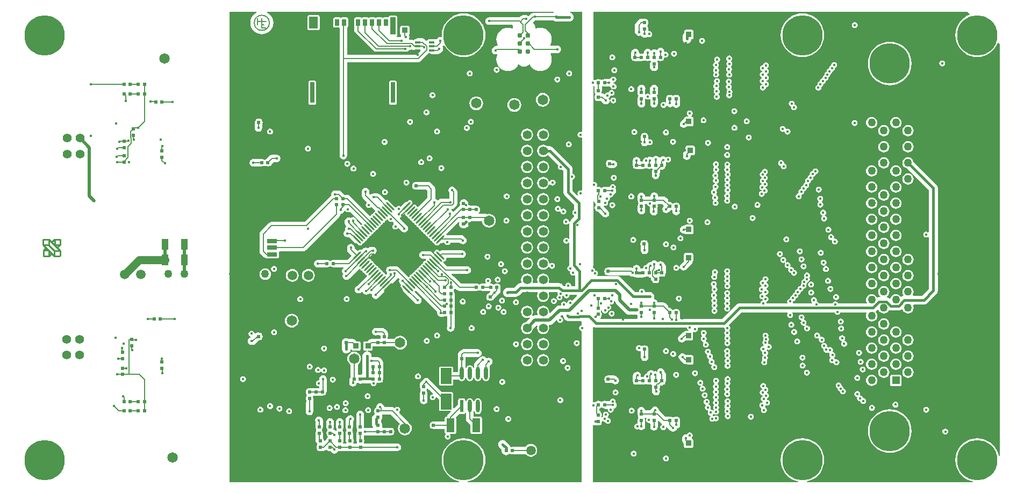
<source format=gtl>
G04 Layer_Physical_Order=1*
G04 Layer_Color=255*
%FSLAX25Y25*%
%MOIN*%
G70*
G01*
G75*
%ADD10C,0.00800*%
%ADD11R,0.06693X0.09842*%
%ADD12R,0.01968X0.02362*%
%ADD13R,0.02362X0.01968*%
%ADD14R,0.03740X0.03740*%
%ADD15R,0.03937X0.07087*%
%ADD16R,0.03740X0.03740*%
%ADD17R,0.02756X0.04331*%
%ADD18R,0.05591X0.07205*%
%ADD19R,0.03386X0.11024*%
%ADD20R,0.02756X0.13110*%
%ADD21R,0.05000X0.08700*%
%ADD22R,0.06299X0.02756*%
G04:AMPARAMS|DCode=23|XSize=11.81mil|YSize=70.87mil|CornerRadius=0mil|HoleSize=0mil|Usage=FLASHONLY|Rotation=135.000|XOffset=0mil|YOffset=0mil|HoleType=Round|Shape=Round|*
%AMOVALD23*
21,1,0.05905,0.01181,0.00000,0.00000,225.0*
1,1,0.01181,0.02088,0.02088*
1,1,0.01181,-0.02088,-0.02088*
%
%ADD23OVALD23*%

G04:AMPARAMS|DCode=24|XSize=11.81mil|YSize=70.87mil|CornerRadius=0mil|HoleSize=0mil|Usage=FLASHONLY|Rotation=45.000|XOffset=0mil|YOffset=0mil|HoleType=Round|Shape=Round|*
%AMOVALD24*
21,1,0.05905,0.01181,0.00000,0.00000,135.0*
1,1,0.01181,0.02088,-0.02088*
1,1,0.01181,-0.02088,0.02088*
%
%ADD24OVALD24*%

%ADD25R,0.03543X0.01575*%
%ADD26R,0.02400X0.07800*%
%ADD27O,0.02400X0.07800*%
%ADD28R,0.03543X0.03740*%
%ADD29R,0.03543X0.03740*%
%ADD30C,0.03100*%
%ADD31C,0.00600*%
%ADD32C,0.02000*%
%ADD33C,0.05000*%
%ADD34C,0.01500*%
%ADD35C,0.01000*%
%ADD36C,0.25000*%
%ADD37C,0.05512*%
%ADD38C,0.05905*%
%ADD39C,0.05500*%
%ADD40C,0.05000*%
%ADD41C,0.06500*%
%ADD42R,0.05000X0.05000*%
%ADD43C,0.01600*%
G36*
X589368Y292632D02*
X589270Y292142D01*
X587947Y291593D01*
X586135Y290483D01*
X584519Y289103D01*
X583139Y287487D01*
X582029Y285675D01*
X581215Y283712D01*
X580720Y281646D01*
X580553Y279528D01*
X580720Y277409D01*
X581215Y275343D01*
X582029Y273380D01*
X583139Y271568D01*
X584519Y269952D01*
X586135Y268572D01*
X587947Y267462D01*
X589910Y266649D01*
X591976Y266153D01*
X594095Y265986D01*
X596213Y266153D01*
X598279Y266649D01*
X600242Y267462D01*
X602054Y268572D01*
X603670Y269952D01*
X605050Y271568D01*
X606160Y273380D01*
X606709Y274704D01*
X607199Y274801D01*
X608000Y274000D01*
Y18458D01*
X607865Y18359D01*
X607302Y18564D01*
X606973Y19933D01*
X606160Y21896D01*
X605050Y23708D01*
X603670Y25324D01*
X602054Y26704D01*
X600242Y27814D01*
X598279Y28627D01*
X596213Y29123D01*
X594095Y29290D01*
X591976Y29123D01*
X589910Y28627D01*
X587947Y27814D01*
X586135Y26704D01*
X584519Y25324D01*
X583139Y23708D01*
X582029Y21896D01*
X581215Y19933D01*
X580720Y17866D01*
X580553Y15748D01*
X580720Y13630D01*
X581215Y11563D01*
X582029Y9600D01*
X583139Y7788D01*
X584519Y6173D01*
X586135Y4792D01*
X587947Y3682D01*
X589910Y2869D01*
X591447Y2500D01*
X591388Y2000D01*
X488435D01*
X488376Y2500D01*
X489913Y2869D01*
X491876Y3682D01*
X493688Y4792D01*
X495304Y6173D01*
X496684Y7788D01*
X497794Y9600D01*
X498607Y11563D01*
X499103Y13630D01*
X499270Y15748D01*
X499103Y17866D01*
X498607Y19933D01*
X497794Y21896D01*
X496684Y23708D01*
X495304Y25324D01*
X493688Y26704D01*
X491876Y27814D01*
X489913Y28627D01*
X487847Y29123D01*
X485728Y29290D01*
X483610Y29123D01*
X481544Y28627D01*
X479580Y27814D01*
X477769Y26704D01*
X476153Y25324D01*
X474773Y23708D01*
X473663Y21896D01*
X472849Y19933D01*
X472353Y17866D01*
X472187Y15748D01*
X472353Y13630D01*
X472849Y11563D01*
X473663Y9600D01*
X474773Y7788D01*
X476153Y6173D01*
X477769Y4792D01*
X479580Y3682D01*
X481544Y2869D01*
X483081Y2500D01*
X483022Y2000D01*
X355730D01*
Y37352D01*
X356171Y37588D01*
X356403Y37433D01*
X357300Y37255D01*
X357617Y37318D01*
X359100D01*
X359826Y37462D01*
X360084D01*
X360474Y37540D01*
X360805Y37761D01*
X361026Y38092D01*
X361104Y38482D01*
Y38522D01*
X361267Y38766D01*
X361445Y39663D01*
X361404Y39869D01*
X361875Y40064D01*
X361906Y40018D01*
X362502Y39620D01*
X363204Y39480D01*
X363381Y39515D01*
X363404Y39398D01*
X363802Y38802D01*
X364398Y38404D01*
X365100Y38265D01*
X365802Y38404D01*
X366398Y38802D01*
X366796Y39398D01*
X366935Y40100D01*
X366796Y40802D01*
X366398Y41398D01*
X365802Y41796D01*
X365100Y41935D01*
X364923Y41900D01*
X364899Y42017D01*
X364690Y42330D01*
X365098Y42602D01*
X365496Y43198D01*
X365635Y43900D01*
X365496Y44602D01*
X365098Y45198D01*
X364502Y45596D01*
X363800Y45735D01*
X363098Y45596D01*
X362502Y45198D01*
X362104Y44602D01*
X361965Y43900D01*
X362104Y43198D01*
X362313Y42885D01*
X361906Y42613D01*
X361784Y42430D01*
X361249Y42529D01*
X361224Y42639D01*
X361267Y42703D01*
X361445Y43600D01*
X361267Y44497D01*
X361104Y44741D01*
Y44781D01*
X361026Y45171D01*
X360805Y45502D01*
X360474Y45723D01*
X360445Y45729D01*
Y48074D01*
X360597Y48226D01*
X360823Y48271D01*
X361154Y48492D01*
X361287D01*
X361618Y48271D01*
X362008Y48193D01*
X362048D01*
X362134Y48136D01*
X362228Y48042D01*
X362988Y47533D01*
X363886Y47355D01*
X364677Y47512D01*
X365038Y47267D01*
X365120Y47180D01*
X365065Y46900D01*
X365204Y46198D01*
X365602Y45602D01*
X366198Y45204D01*
X366900Y45065D01*
X367602Y45204D01*
X368198Y45602D01*
X368596Y46198D01*
X368735Y46900D01*
X368596Y47602D01*
X368610Y47636D01*
X369097Y47733D01*
X369858Y48242D01*
X370367Y49003D01*
X370545Y49900D01*
X370367Y50797D01*
X369858Y51558D01*
X369831Y51576D01*
X369935Y52100D01*
X369796Y52802D01*
X369398Y53398D01*
X368802Y53796D01*
X368100Y53935D01*
X367398Y53796D01*
X366802Y53398D01*
X366404Y52802D01*
X366294Y52245D01*
X364513D01*
X364186Y52463D01*
X363289Y52642D01*
X362392Y52463D01*
X361994Y52198D01*
X361618Y52123D01*
X361287Y51902D01*
X361154D01*
X360823Y52123D01*
X360433Y52201D01*
X360393D01*
X360149Y52363D01*
X359252Y52542D01*
X358355Y52363D01*
X358111Y52201D01*
X358071D01*
X357681Y52123D01*
X357350Y51902D01*
X357271Y51784D01*
X356898Y51554D01*
X356612Y51534D01*
X356100Y51635D01*
X355730Y51939D01*
Y98115D01*
X356179Y98336D01*
X356294Y98248D01*
X356963Y97971D01*
X357681Y97876D01*
X414089D01*
X414204Y97298D01*
X414602Y96702D01*
X415070Y96390D01*
X414918Y95890D01*
X413130D01*
X412740Y95812D01*
X412409Y95591D01*
X412188Y95260D01*
X412180Y95222D01*
X411903Y95167D01*
X411142Y94658D01*
X411142Y94658D01*
X409242Y92758D01*
X408733Y91997D01*
X408555Y91100D01*
X408733Y90203D01*
X409242Y89442D01*
X410003Y88933D01*
X410900Y88755D01*
X411797Y88933D01*
X412558Y89442D01*
X413227Y90110D01*
X416870D01*
X417260Y90188D01*
X417591Y90409D01*
X417812Y90740D01*
X417890Y91130D01*
Y94870D01*
X417865Y94992D01*
X418298Y95304D01*
X419000Y95165D01*
X419702Y95304D01*
X420298Y95702D01*
X420696Y96298D01*
X420835Y97000D01*
X420760Y97376D01*
X421135Y97876D01*
X436910D01*
X437365Y97600D01*
X437504Y96898D01*
X437734Y96554D01*
X437795Y96060D01*
X437696Y95839D01*
X437404Y95402D01*
X437265Y94700D01*
X437404Y93998D01*
X437802Y93402D01*
X437930Y93317D01*
Y92917D01*
X437873Y92754D01*
X437504Y92202D01*
X437365Y91500D01*
X437504Y90798D01*
X437902Y90202D01*
X437981Y90150D01*
Y89650D01*
X437902Y89598D01*
X437504Y89002D01*
X437365Y88300D01*
X437504Y87598D01*
X437902Y87002D01*
X438498Y86604D01*
X439200Y86465D01*
X439902Y86604D01*
X440498Y87002D01*
X440896Y87598D01*
X441035Y88300D01*
X440896Y89002D01*
X440498Y89598D01*
X440419Y89650D01*
Y90150D01*
X440498Y90202D01*
X440896Y90798D01*
X441035Y91500D01*
X440896Y92202D01*
X440498Y92798D01*
X440370Y92883D01*
Y93283D01*
X440427Y93446D01*
X440796Y93998D01*
X440935Y94700D01*
X440796Y95402D01*
X440566Y95746D01*
X440505Y96240D01*
X440604Y96461D01*
X440896Y96898D01*
X441035Y97600D01*
X440896Y98302D01*
X440498Y98898D01*
X440276Y99046D01*
X440212Y99690D01*
X447999Y107476D01*
X476437D01*
X476621Y106976D01*
X476304Y106502D01*
X476165Y105800D01*
X476304Y105098D01*
X476702Y104502D01*
X477298Y104104D01*
X478000Y103965D01*
X478702Y104104D01*
X479298Y104502D01*
X479696Y105098D01*
X479835Y105800D01*
X479696Y106502D01*
X479379Y106976D01*
X479563Y107476D01*
X505729D01*
X505804Y107098D01*
X506202Y106502D01*
X506798Y106104D01*
X507500Y105965D01*
X508202Y106104D01*
X508798Y106502D01*
X509196Y107098D01*
X509271Y107476D01*
X525426D01*
X525617Y106976D01*
X525291Y106189D01*
X525171Y105276D01*
X525291Y104362D01*
X525643Y103510D01*
X526205Y102779D01*
X526936Y102218D01*
X527787Y101866D01*
X528701Y101745D01*
X529614Y101866D01*
X530466Y102218D01*
X531197Y102779D01*
X531758Y103510D01*
X532111Y104362D01*
X532231Y105276D01*
X532111Y106189D01*
X531758Y107041D01*
X531197Y107772D01*
Y108141D01*
X531326Y108303D01*
X532329Y109306D01*
X532879Y109149D01*
X533144Y108510D01*
X533705Y107779D01*
X534436Y107218D01*
X535287Y106866D01*
X536201Y106745D01*
X537114Y106866D01*
X537966Y107218D01*
X538697Y107779D01*
X539258Y108510D01*
X539418Y108896D01*
X539778Y108746D01*
X540495Y108652D01*
X545295D01*
X546013Y108746D01*
X546682Y109023D01*
X547257Y109464D01*
X547317Y109525D01*
X547455Y109478D01*
X547812Y109312D01*
X548143Y108510D01*
X548705Y107779D01*
X549436Y107218D01*
X550287Y106866D01*
X551201Y106745D01*
X552114Y106866D01*
X552966Y107218D01*
X553697Y107779D01*
X554258Y108510D01*
X554611Y109362D01*
X554731Y110276D01*
X554611Y111189D01*
X554388Y111726D01*
X554722Y112226D01*
X561000D01*
X561718Y112321D01*
X562387Y112598D01*
X562961Y113039D01*
X568861Y118939D01*
X569302Y119513D01*
X569579Y120182D01*
X569674Y120900D01*
Y184576D01*
X569579Y185294D01*
X569302Y185963D01*
X568861Y186538D01*
X554671Y200728D01*
X554611Y201189D01*
X554258Y202041D01*
X553697Y202772D01*
X552966Y203333D01*
X552114Y203685D01*
X551201Y203806D01*
X550287Y203685D01*
X549436Y203333D01*
X548705Y202772D01*
X548143Y202041D01*
X547791Y201189D01*
X547671Y200276D01*
X547791Y199362D01*
X548143Y198511D01*
X548705Y197779D01*
X549436Y197218D01*
X550287Y196866D01*
X550749Y196805D01*
X564126Y183428D01*
Y157337D01*
X563626Y157112D01*
X563202Y157396D01*
X562500Y157535D01*
X561798Y157396D01*
X561202Y156998D01*
X560804Y156402D01*
X560665Y155700D01*
X560804Y154998D01*
X561202Y154402D01*
X561798Y154004D01*
X562500Y153865D01*
X563202Y154004D01*
X563626Y154288D01*
X564126Y154062D01*
Y122049D01*
X559851Y117774D01*
X554323D01*
X554076Y118274D01*
X554258Y118510D01*
X554611Y119362D01*
X554731Y120276D01*
X554611Y121189D01*
X554258Y122041D01*
X553697Y122772D01*
X552966Y123333D01*
X552114Y123686D01*
X551201Y123806D01*
X550287Y123686D01*
X549436Y123333D01*
X548705Y122772D01*
X548143Y122041D01*
X547791Y121189D01*
X547671Y120276D01*
X547791Y119362D01*
X548143Y118510D01*
X548372Y118212D01*
X548152Y117679D01*
X547483Y117402D01*
X547230Y117208D01*
X547173Y117188D01*
X546572Y117290D01*
X546551Y117311D01*
X546197Y117772D01*
X545466Y118333D01*
X544615Y118685D01*
X543701Y118806D01*
X542787Y118685D01*
X541936Y118333D01*
X541205Y117772D01*
X540644Y117041D01*
X540312Y116239D01*
X539955Y116073D01*
X539817Y116027D01*
X539757Y116087D01*
X539182Y116528D01*
X538513Y116805D01*
X538287Y116835D01*
X538147Y117357D01*
X538697Y117779D01*
X539258Y118510D01*
X539611Y119362D01*
X539731Y120276D01*
X539611Y121189D01*
X539258Y122041D01*
X538697Y122772D01*
X537966Y123333D01*
X537114Y123686D01*
X536201Y123806D01*
X535287Y123686D01*
X534436Y123333D01*
X533705Y122772D01*
X533144Y122041D01*
X532791Y121189D01*
X532671Y120276D01*
X532791Y119362D01*
X533144Y118510D01*
X533705Y117779D01*
X534200Y117399D01*
X534030Y116899D01*
X533226D01*
X532508Y116805D01*
X531951Y116574D01*
X531758Y117041D01*
X531197Y117772D01*
X530466Y118333D01*
X529614Y118685D01*
X528701Y118806D01*
X527787Y118685D01*
X526936Y118333D01*
X526205Y117772D01*
X525643Y117041D01*
X525291Y116189D01*
X525171Y115276D01*
X525291Y114362D01*
X525643Y113511D01*
X525673Y113472D01*
X525452Y113024D01*
X507711D01*
X507696Y113102D01*
X507298Y113698D01*
X506702Y114096D01*
X506000Y114235D01*
X505298Y114096D01*
X504702Y113698D01*
X504304Y113102D01*
X504289Y113024D01*
X496011D01*
X495996Y113102D01*
X495598Y113698D01*
X495002Y114096D01*
X494867Y114122D01*
X494555Y114694D01*
X494635Y115100D01*
X494496Y115802D01*
X494098Y116398D01*
X493502Y116796D01*
X492800Y116935D01*
X492098Y116796D01*
X491502Y116398D01*
X491104Y115802D01*
X490965Y115100D01*
X491104Y114398D01*
X491502Y113802D01*
X491919Y113524D01*
X491768Y113024D01*
X479953D01*
X479697Y113436D01*
X479701Y113524D01*
X479835Y114200D01*
X479802Y114365D01*
X480502Y114504D01*
X481098Y114902D01*
X481496Y115498D01*
X481635Y116200D01*
X481614Y116307D01*
X482102Y116404D01*
X482698Y116802D01*
X483096Y117398D01*
X483235Y118100D01*
X483191Y118323D01*
X483602Y118404D01*
X484198Y118802D01*
X484596Y119398D01*
X484735Y120100D01*
X484714Y120207D01*
X485202Y120304D01*
X485798Y120702D01*
X486196Y121298D01*
X486272Y121680D01*
X486400Y122165D01*
X487102Y122304D01*
X487698Y122702D01*
X488096Y123298D01*
X488235Y124000D01*
X488096Y124702D01*
X488004Y124840D01*
X488098Y124902D01*
X488496Y125498D01*
X488633Y126191D01*
X489202Y126304D01*
X489798Y126702D01*
X490196Y127298D01*
X490335Y128000D01*
X490196Y128702D01*
X489913Y129125D01*
X490296Y129698D01*
X490435Y130400D01*
X490296Y131102D01*
X489898Y131698D01*
X489302Y132096D01*
X488600Y132235D01*
X487898Y132096D01*
X487302Y131698D01*
X486904Y131102D01*
X486765Y130400D01*
X486904Y129698D01*
X487187Y129275D01*
X486804Y128702D01*
X486666Y128009D01*
X486098Y127896D01*
X485502Y127498D01*
X485104Y126902D01*
X484965Y126200D01*
X485104Y125498D01*
X485196Y125360D01*
X485102Y125298D01*
X484704Y124702D01*
X484628Y124320D01*
X484500Y123835D01*
X483798Y123696D01*
X483202Y123298D01*
X482804Y122702D01*
X482665Y122000D01*
X482686Y121893D01*
X482198Y121796D01*
X481602Y121398D01*
X481204Y120802D01*
X481065Y120100D01*
X481109Y119877D01*
X480698Y119796D01*
X480102Y119398D01*
X479704Y118802D01*
X479565Y118100D01*
X479586Y117993D01*
X479098Y117896D01*
X478502Y117498D01*
X478104Y116902D01*
X477965Y116200D01*
X477998Y116035D01*
X477298Y115896D01*
X476702Y115498D01*
X476304Y114902D01*
X476165Y114200D01*
X476299Y113524D01*
X476303Y113436D01*
X476047Y113024D01*
X463331D01*
X463196Y113702D01*
X463566Y114047D01*
X464098Y114402D01*
X464496Y114998D01*
X464635Y115700D01*
X464496Y116402D01*
X464098Y116998D01*
X463502Y117396D01*
X463024Y117491D01*
X462924Y117629D01*
X462858Y117876D01*
X463168Y118318D01*
X463602Y118404D01*
X464198Y118802D01*
X464596Y119398D01*
X464735Y120100D01*
X464596Y120802D01*
X464198Y121398D01*
X463602Y121796D01*
X463555Y121805D01*
X463512Y122215D01*
X463526Y122320D01*
X464098Y122702D01*
X464496Y123298D01*
X464635Y124000D01*
X464496Y124702D01*
X464098Y125298D01*
X463502Y125696D01*
X463366Y125723D01*
X463309Y126207D01*
X463354Y126255D01*
X463602Y126304D01*
X464198Y126702D01*
X464596Y127298D01*
X464735Y128000D01*
X464596Y128702D01*
X464198Y129298D01*
X463602Y129696D01*
X462900Y129835D01*
X462198Y129696D01*
X461602Y129298D01*
X461204Y128702D01*
X461065Y128000D01*
X460645Y127545D01*
X460398Y127496D01*
X459802Y127098D01*
X459404Y126502D01*
X459265Y125800D01*
X459404Y125098D01*
X459802Y124502D01*
X460374Y124120D01*
X460389Y124017D01*
X460347Y123605D01*
X459798Y123496D01*
X459202Y123098D01*
X458804Y122502D01*
X458665Y121800D01*
X458804Y121098D01*
X459202Y120502D01*
X459798Y120104D01*
X460500Y119965D01*
X460664Y119997D01*
X460798Y119825D01*
X460780Y119626D01*
X460592Y119274D01*
X460198Y119196D01*
X459602Y118798D01*
X459204Y118202D01*
X459065Y117500D01*
X459204Y116798D01*
X459602Y116202D01*
X460198Y115804D01*
X460829Y115679D01*
X460973Y115361D01*
X461018Y115178D01*
X460811Y114725D01*
X460734Y114653D01*
X460202Y114298D01*
X459804Y113702D01*
X459669Y113024D01*
X446850D01*
X446132Y112929D01*
X445463Y112652D01*
X444889Y112211D01*
X436101Y103424D01*
X409825D01*
Y107283D01*
X409647Y108181D01*
X409484Y108424D01*
Y108465D01*
X409407Y108855D01*
X409186Y109186D01*
X408855Y109406D01*
X408465Y109484D01*
X408206D01*
X407480Y109628D01*
X406754Y109484D01*
X406496D01*
X406106Y109406D01*
X405775Y109186D01*
X405248D01*
X404918Y109406D01*
X404692Y109451D01*
X401264Y112879D01*
X400504Y113387D01*
X399606Y113566D01*
X395993D01*
X395867Y114197D01*
X395359Y114957D01*
X395358Y114958D01*
X394597Y115467D01*
X393940Y115597D01*
X393642Y116068D01*
X393633Y116129D01*
X393779Y116482D01*
X393874Y117200D01*
X393779Y117918D01*
X393502Y118587D01*
X393061Y119161D01*
X392487Y119602D01*
X391818Y119879D01*
X391100Y119974D01*
X388303D01*
X388035Y120300D01*
X387896Y121002D01*
X387498Y121598D01*
X386902Y121996D01*
X386200Y122135D01*
X385498Y121996D01*
X384902Y121598D01*
X384504Y121002D01*
X384365Y120300D01*
X384097Y119974D01*
X382089D01*
X372852Y129211D01*
X372277Y129652D01*
X371608Y129929D01*
X370890Y130024D01*
X358579D01*
X358386Y130524D01*
X358696Y130986D01*
X358835Y131689D01*
X358696Y132391D01*
X358298Y132986D01*
X357702Y133384D01*
X357135Y133497D01*
X357135Y133500D01*
X356996Y134202D01*
X356598Y134798D01*
X356002Y135196D01*
X355812Y135551D01*
X355910Y135786D01*
X356030Y136700D01*
Y176372D01*
X356530Y176422D01*
X356633Y175903D01*
X357142Y175142D01*
X357329Y174955D01*
X357374Y174729D01*
X357378Y174722D01*
X357563Y174331D01*
X357378Y173941D01*
X357374Y173934D01*
X357296Y173544D01*
Y173504D01*
X357133Y173260D01*
X356955Y172363D01*
X357133Y171466D01*
X357296Y171222D01*
Y171182D01*
X357374Y170792D01*
X357595Y170461D01*
X357926Y170240D01*
X358316Y170162D01*
X358574D01*
X359008Y170076D01*
X361740Y167343D01*
X361942Y167042D01*
X362703Y166533D01*
X363600Y166355D01*
X364497Y166533D01*
X365258Y167042D01*
X365767Y167803D01*
X365945Y168700D01*
Y168800D01*
X365767Y169697D01*
X365258Y170458D01*
X362484Y173232D01*
X362693Y173678D01*
X362724Y173699D01*
X363400Y173565D01*
X364102Y173704D01*
X364698Y174102D01*
X365096Y174698D01*
X365235Y175400D01*
X365178Y175690D01*
X365202Y176204D01*
X365798Y176602D01*
X366196Y177198D01*
X366335Y177900D01*
X366238Y178386D01*
X366582Y178799D01*
X366623Y178820D01*
X366900Y178765D01*
X367602Y178904D01*
X368198Y179302D01*
X368596Y179898D01*
X368735Y180600D01*
X368693Y180813D01*
X368797Y180833D01*
X369558Y181342D01*
X370067Y182103D01*
X370245Y183000D01*
X370067Y183897D01*
X369780Y184326D01*
X369896Y184498D01*
X370035Y185200D01*
X369896Y185902D01*
X369498Y186498D01*
X368902Y186896D01*
X368200Y187035D01*
X367498Y186896D01*
X366902Y186498D01*
X366504Y185902D01*
X366408Y185416D01*
X363189D01*
X362292Y185237D01*
X362048Y185075D01*
X362008D01*
X361618Y184997D01*
X361611Y184993D01*
X361221Y184808D01*
X360830Y184993D01*
X360823Y184997D01*
X360433Y185075D01*
X360393D01*
X360149Y185237D01*
X359252Y185416D01*
X358471Y185261D01*
X358194Y185560D01*
X358141Y185666D01*
X358296Y185898D01*
X358435Y186600D01*
X358296Y187302D01*
X357898Y187898D01*
X357302Y188296D01*
X356600Y188435D01*
X356417Y188399D01*
X356030Y188716D01*
Y247804D01*
X356258Y247925D01*
X356755Y247623D01*
Y245000D01*
X356933Y244103D01*
X357096Y243859D01*
Y243819D01*
X357174Y243429D01*
X357178Y243422D01*
X357363Y243032D01*
X357178Y242641D01*
X357174Y242634D01*
X357096Y242244D01*
Y242204D01*
X356933Y241960D01*
X356755Y241063D01*
X356933Y240166D01*
X357096Y239922D01*
Y239882D01*
X357174Y239492D01*
X357395Y239161D01*
X357726Y238940D01*
X358116Y238862D01*
X358374D01*
X359100Y238718D01*
X360566D01*
X362042Y237242D01*
X362803Y236733D01*
X363700Y236555D01*
X363800D01*
X364697Y236733D01*
X365458Y237242D01*
X365967Y238003D01*
X366101Y238677D01*
X366110Y238723D01*
X366620D01*
X366627Y238688D01*
X366704Y238298D01*
X367102Y237702D01*
X367698Y237304D01*
X368400Y237165D01*
X369102Y237304D01*
X369698Y237702D01*
X370096Y238298D01*
X370235Y239000D01*
X370096Y239702D01*
X369698Y240298D01*
X369102Y240696D01*
X368400Y240835D01*
X367698Y240696D01*
X367102Y240298D01*
X366704Y239702D01*
X366609Y239224D01*
X366600Y239177D01*
X366090D01*
X366083Y239212D01*
X365967Y239797D01*
X365543Y240431D01*
X366098Y240802D01*
X366496Y241398D01*
X366635Y242097D01*
X367300Y241965D01*
X368002Y242104D01*
X368598Y242502D01*
X368996Y243098D01*
X369135Y243800D01*
X368996Y244502D01*
X368598Y245098D01*
X368002Y245496D01*
X367300Y245635D01*
X366598Y245496D01*
X366002Y245098D01*
X365604Y244502D01*
X365465Y243803D01*
X364800Y243935D01*
X364098Y243796D01*
X363502Y243398D01*
X363104Y242802D01*
X363086Y242794D01*
X362434Y243230D01*
X361537Y243408D01*
X361532D01*
X361176Y243750D01*
X361137Y243908D01*
X361267Y244103D01*
X361445Y245000D01*
Y247634D01*
X361945Y248009D01*
X362008Y247996D01*
X362048D01*
X362292Y247833D01*
X363189Y247655D01*
X365700D01*
X366288Y247772D01*
X366821Y247447D01*
X366842Y247411D01*
X366904Y247098D01*
X367302Y246502D01*
X367898Y246104D01*
X368600Y245965D01*
X369302Y246104D01*
X369898Y246502D01*
X370296Y247098D01*
X370435Y247800D01*
X370296Y248502D01*
X369898Y249098D01*
X369302Y249496D01*
X368889Y249578D01*
X368521Y250058D01*
X368509Y250124D01*
X368520Y250168D01*
X368521Y250169D01*
X369202Y250304D01*
X369798Y250702D01*
X370196Y251298D01*
X370335Y252000D01*
X370196Y252702D01*
X369798Y253298D01*
X369202Y253696D01*
X368500Y253835D01*
X367798Y253696D01*
X367202Y253298D01*
X366804Y252702D01*
X366784Y252598D01*
X366204Y252245D01*
X365700Y252345D01*
X363189D01*
X362292Y252167D01*
X362048Y252004D01*
X362008D01*
X361618Y251926D01*
X361611Y251922D01*
X361221Y251737D01*
X360830Y251922D01*
X360823Y251926D01*
X360433Y252004D01*
X360393D01*
X360149Y252167D01*
X359252Y252345D01*
X358355Y252167D01*
X358111Y252004D01*
X358071D01*
X357681Y251926D01*
X357350Y251705D01*
X356696Y251566D01*
X356502Y251696D01*
X356030Y251789D01*
Y294000D01*
X588000D01*
X589368Y292632D01*
D02*
G37*
G36*
X369691Y113676D02*
X370172Y113049D01*
X376260Y106960D01*
X376887Y106480D01*
X377617Y106177D01*
X378400Y106074D01*
X383200D01*
X383482Y105827D01*
Y104735D01*
X383455Y104600D01*
X383590Y103924D01*
X383264Y103424D01*
X360622D01*
X360303Y103924D01*
X360374Y104077D01*
X360705Y104298D01*
X360926Y104629D01*
X361004Y105019D01*
Y105059D01*
X361167Y105303D01*
X361345Y106200D01*
X361167Y107097D01*
X361004Y107341D01*
Y107381D01*
X360926Y107771D01*
X360922Y107778D01*
X360737Y108168D01*
X360922Y108559D01*
X360926Y108566D01*
X360927Y108568D01*
X360993Y108604D01*
X360997Y108604D01*
X361520Y108322D01*
X361604Y107898D01*
X362002Y107302D01*
X362598Y106904D01*
X363300Y106765D01*
X364002Y106904D01*
X364598Y107302D01*
X364996Y107898D01*
X365056Y108203D01*
X365300Y108665D01*
X366002Y108804D01*
X366598Y109202D01*
X366996Y109798D01*
X367135Y110500D01*
X366996Y111202D01*
X366598Y111798D01*
X366180Y112077D01*
X366398Y112504D01*
X367100Y112365D01*
X367802Y112504D01*
X368398Y112902D01*
X368796Y113498D01*
X368935Y114200D01*
X369419Y114333D01*
X369691Y113676D01*
D02*
G37*
G36*
X348970Y219772D02*
X348470Y219442D01*
X348000Y219535D01*
X347298Y219396D01*
X346702Y218998D01*
X346304Y218402D01*
X346165Y217700D01*
X346304Y216998D01*
X346702Y216402D01*
X347298Y216004D01*
X348000Y215865D01*
X348470Y215958D01*
X348970Y215628D01*
Y183472D01*
X348470Y183142D01*
X348000Y183235D01*
X347298Y183096D01*
X346702Y182698D01*
X346304Y182102D01*
X346165Y181400D01*
X346304Y180698D01*
X346450Y180480D01*
X346062Y180161D01*
X343174Y183049D01*
Y189819D01*
X343602Y189904D01*
X344198Y190302D01*
X344596Y190898D01*
X344735Y191600D01*
X344596Y192302D01*
X344198Y192898D01*
X343602Y193296D01*
X343174Y193381D01*
Y196400D01*
X343079Y197118D01*
X342802Y197787D01*
X342361Y198361D01*
X330966Y209757D01*
X330392Y210197D01*
X329723Y210474D01*
X329005Y210569D01*
X327506D01*
X326852Y211071D01*
X325940Y211449D01*
X324961Y211578D01*
X323982Y211449D01*
X323070Y211071D01*
X322286Y210470D01*
X321685Y209686D01*
X321307Y208774D01*
X321178Y207795D01*
X321307Y206816D01*
X321685Y205904D01*
X322286Y205121D01*
X323070Y204520D01*
X323982Y204142D01*
X324961Y204013D01*
X325940Y204142D01*
X326852Y204520D01*
X327506Y205022D01*
X327856D01*
X334313Y198565D01*
X334204Y198402D01*
X334065Y197700D01*
X334204Y196998D01*
X334602Y196402D01*
X335198Y196004D01*
X335900Y195865D01*
X336602Y196004D01*
X336765Y196113D01*
X337626Y195251D01*
Y181900D01*
X337721Y181182D01*
X337998Y180513D01*
X338439Y179939D01*
X344276Y174101D01*
Y171111D01*
X344198Y171096D01*
X343602Y170698D01*
X343204Y170102D01*
X343065Y169400D01*
X343204Y168698D01*
X343602Y168102D01*
X344198Y167704D01*
X344276Y167689D01*
Y166899D01*
X342089Y164711D01*
X341648Y164137D01*
X341520Y163827D01*
X341000Y163879D01*
X340896Y164402D01*
X340498Y164998D01*
X339902Y165396D01*
X339200Y165535D01*
X338498Y165396D01*
X337902Y164998D01*
X337504Y164402D01*
X337365Y163700D01*
X337504Y162998D01*
X337902Y162402D01*
X338498Y162004D01*
X339200Y161865D01*
X339902Y162004D01*
X340498Y162402D01*
X340782Y162828D01*
X341099Y162778D01*
X341276Y162668D01*
Y153182D01*
X340776Y153031D01*
X340598Y153298D01*
X340002Y153696D01*
X339300Y153835D01*
X338598Y153696D01*
X338002Y153298D01*
X337604Y152702D01*
X337465Y152000D01*
X337604Y151298D01*
X338002Y150702D01*
X338598Y150304D01*
X339300Y150165D01*
X340002Y150304D01*
X340598Y150702D01*
X340776Y150970D01*
X341276Y150818D01*
Y136550D01*
X341289Y136453D01*
X340998Y136396D01*
X340402Y135998D01*
X340004Y135402D01*
X339865Y134700D01*
X340004Y133998D01*
X340402Y133402D01*
X340998Y133004D01*
X341263Y132952D01*
X341691Y132807D01*
X341626Y132408D01*
X341565Y132100D01*
X341704Y131398D01*
X342102Y130802D01*
X342698Y130404D01*
X343400Y130265D01*
X344102Y130404D01*
X344326Y130554D01*
X344826Y130287D01*
Y123824D01*
X342562D01*
X342335Y124100D01*
X342196Y124802D01*
X341798Y125398D01*
X341202Y125796D01*
X340500Y125935D01*
X339798Y125796D01*
X339202Y125398D01*
X338804Y124802D01*
X338665Y124100D01*
X338438Y123824D01*
X337840D01*
X336902Y124761D01*
X336327Y125202D01*
X335658Y125479D01*
X334941Y125574D01*
X328559D01*
X328307Y126074D01*
X328614Y126816D01*
X328743Y127795D01*
X328614Y128774D01*
X328236Y129686D01*
X327635Y130470D01*
X326852Y131071D01*
X325940Y131449D01*
X324961Y131578D01*
X323982Y131449D01*
X323070Y131071D01*
X322286Y130470D01*
X321685Y129686D01*
X321307Y128774D01*
X321178Y127795D01*
X321307Y126816D01*
X321615Y126074D01*
X321362Y125574D01*
X318559D01*
X318306Y126074D01*
X318614Y126816D01*
X318743Y127795D01*
X318614Y128774D01*
X318236Y129686D01*
X317635Y130470D01*
X316852Y131071D01*
X315940Y131449D01*
X314961Y131578D01*
X313982Y131449D01*
X313070Y131071D01*
X312286Y130470D01*
X311685Y129686D01*
X311307Y128774D01*
X311178Y127795D01*
X311307Y126816D01*
X311615Y126074D01*
X311362Y125574D01*
X310900D01*
X310182Y125479D01*
X309513Y125202D01*
X308939Y124761D01*
X306901Y122724D01*
X303150D01*
X302432Y122629D01*
X301763Y122352D01*
X301189Y121911D01*
X300939Y121661D01*
X300498Y121087D01*
X300221Y120418D01*
X300126Y119700D01*
X300221Y118982D01*
X300498Y118313D01*
X300939Y117739D01*
X301513Y117298D01*
X302182Y117021D01*
X302900Y116926D01*
X303618Y117021D01*
X303993Y117176D01*
X308050D01*
X308768Y117271D01*
X309437Y117548D01*
X310011Y117989D01*
X312049Y120026D01*
X321372D01*
X321619Y119526D01*
X321307Y118774D01*
X321178Y117795D01*
X321307Y116816D01*
X321685Y115904D01*
X322286Y115121D01*
X323070Y114520D01*
X323982Y114142D01*
X324961Y114013D01*
X325940Y114142D01*
X326852Y114520D01*
X327635Y115121D01*
X328236Y115904D01*
X328614Y116816D01*
X328743Y117795D01*
X328614Y118774D01*
X328303Y119526D01*
X328550Y120026D01*
X333703D01*
X334016Y119619D01*
X334004Y119602D01*
X333865Y118900D01*
X334004Y118198D01*
X334034Y118153D01*
X333802Y117998D01*
X333404Y117402D01*
X333265Y116700D01*
X333404Y115998D01*
X333802Y115402D01*
X334398Y115004D01*
X335100Y114865D01*
X335802Y115004D01*
X336398Y115402D01*
X336796Y115998D01*
X336935Y116700D01*
X336796Y117402D01*
X336787Y117415D01*
X336952Y117572D01*
X336998Y117602D01*
X337022Y117638D01*
X337141Y117752D01*
X337634Y117654D01*
X337704Y117298D01*
X338102Y116702D01*
X338698Y116304D01*
X339400Y116165D01*
X340102Y116304D01*
X340698Y116702D01*
X341096Y117298D01*
X341235Y118000D01*
X341462Y118276D01*
X345644D01*
X345835Y117814D01*
X342830Y114810D01*
X342402Y115096D01*
X341700Y115235D01*
X340998Y115096D01*
X340402Y114698D01*
X340004Y114102D01*
X339895Y113554D01*
X339392Y113406D01*
X339198Y113698D01*
X338602Y114096D01*
X337900Y114235D01*
X337198Y114096D01*
X336602Y113698D01*
X336204Y113102D01*
X336065Y112400D01*
X336122Y112112D01*
X335805Y111726D01*
X335000D01*
X334217Y111623D01*
X333487Y111320D01*
X332860Y110840D01*
X329161Y107140D01*
X328688Y107374D01*
X328743Y107795D01*
X328614Y108774D01*
X328236Y109687D01*
X327635Y110470D01*
X326852Y111071D01*
X325940Y111449D01*
X324961Y111578D01*
X323982Y111449D01*
X323070Y111071D01*
X322286Y110470D01*
X321685Y109687D01*
X321307Y108774D01*
X321178Y107795D01*
X321307Y106816D01*
X321593Y106126D01*
X321310Y105626D01*
X319765D01*
X318982Y105523D01*
X318384Y105275D01*
X318069Y105685D01*
X318236Y105904D01*
X318614Y106816D01*
X318743Y107795D01*
X318614Y108774D01*
X318236Y109687D01*
X317635Y110470D01*
X316852Y111071D01*
X315940Y111449D01*
X314961Y111578D01*
X313982Y111449D01*
X313070Y111071D01*
X312286Y110470D01*
X311685Y109687D01*
X311307Y108774D01*
X311178Y107795D01*
X311307Y106816D01*
X311685Y105904D01*
X312286Y105121D01*
X313070Y104520D01*
X313982Y104142D01*
X314961Y104013D01*
X315940Y104142D01*
X316590Y104411D01*
X316874Y103988D01*
X314388Y101502D01*
X313982Y101449D01*
X313070Y101071D01*
X312286Y100470D01*
X311685Y99686D01*
X311307Y98774D01*
X311178Y97795D01*
X311307Y96816D01*
X311685Y95904D01*
X312286Y95121D01*
X313070Y94520D01*
X313982Y94142D01*
X314961Y94013D01*
X315940Y94142D01*
X316852Y94520D01*
X317635Y95121D01*
X318236Y95904D01*
X318614Y96816D01*
X318668Y97223D01*
X320767Y99323D01*
X320985Y99304D01*
X321307Y98774D01*
X321307Y98774D01*
X321178Y97795D01*
X321307Y96816D01*
X321685Y95904D01*
X322286Y95121D01*
X323070Y94520D01*
X323982Y94142D01*
X324961Y94013D01*
X325940Y94142D01*
X326852Y94520D01*
X327635Y95121D01*
X328236Y95904D01*
X328614Y96816D01*
X328743Y97795D01*
X328614Y98774D01*
X328455Y99158D01*
X328733Y99574D01*
X328900D01*
X329683Y99677D01*
X330413Y99980D01*
X331040Y100460D01*
X333192Y102613D01*
X333735Y102448D01*
X333804Y102098D01*
X334202Y101502D01*
X334798Y101104D01*
X335500Y100965D01*
X336202Y101104D01*
X336798Y101502D01*
X337196Y102098D01*
X337335Y102800D01*
X337196Y103502D01*
X336798Y104098D01*
X336202Y104496D01*
X335852Y104565D01*
X335687Y105108D01*
X336253Y105674D01*
X337086D01*
X337326Y105400D01*
X337421Y104682D01*
X337698Y104013D01*
X338139Y103439D01*
X338889Y102689D01*
X339463Y102248D01*
X340132Y101971D01*
X340850Y101876D01*
X347190D01*
X347908Y101971D01*
X348170Y102079D01*
X348670Y101788D01*
Y99370D01*
X348298Y99296D01*
X347702Y98898D01*
X347304Y98302D01*
X347165Y97600D01*
X347304Y96898D01*
X347702Y96302D01*
X348298Y95904D01*
X348670Y95830D01*
Y2000D01*
X278297D01*
X278238Y2500D01*
X279775Y2869D01*
X281738Y3682D01*
X283550Y4792D01*
X285166Y6173D01*
X286546Y7788D01*
X287656Y9600D01*
X288470Y11563D01*
X288966Y13630D01*
X289132Y15748D01*
X288966Y17866D01*
X288470Y19933D01*
X287656Y21896D01*
X286546Y23708D01*
X285166Y25324D01*
X283550Y26704D01*
X281738Y27814D01*
X279775Y28627D01*
X277709Y29123D01*
X275590Y29290D01*
X273472Y29123D01*
X271406Y28627D01*
X269443Y27814D01*
X267631Y26704D01*
X266015Y25324D01*
X264635Y23708D01*
X263525Y21896D01*
X262712Y19933D01*
X262215Y17866D01*
X262049Y15748D01*
X262215Y13630D01*
X262712Y11563D01*
X263525Y9600D01*
X264635Y7788D01*
X266015Y6173D01*
X267631Y4792D01*
X269443Y3682D01*
X271406Y2869D01*
X272943Y2500D01*
X272884Y2000D01*
X130400D01*
Y294000D01*
X147097D01*
X147223Y293500D01*
X146536Y293133D01*
X145455Y292246D01*
X144567Y291164D01*
X143908Y289931D01*
X143502Y288592D01*
X143365Y287200D01*
X143502Y285808D01*
X143908Y284469D01*
X144567Y283236D01*
X145455Y282154D01*
X146536Y281267D01*
X147769Y280608D01*
X149108Y280202D01*
X150500Y280065D01*
X151892Y280202D01*
X153231Y280608D01*
X154464Y281267D01*
X155545Y282154D01*
X156433Y283236D01*
X157092Y284469D01*
X157498Y285808D01*
X157635Y287200D01*
X157498Y288592D01*
X157092Y289931D01*
X156433Y291164D01*
X155545Y292246D01*
X154464Y293133D01*
X153777Y293500D01*
X153903Y294000D01*
X331356D01*
X331558Y293500D01*
X331397Y293345D01*
X318794D01*
X317897Y293167D01*
X317136Y292658D01*
X317136Y292658D01*
X315945Y291467D01*
X315497Y291767D01*
X314600Y291945D01*
X312537D01*
X311640Y291767D01*
X310879Y291258D01*
X310266Y290645D01*
X291400D01*
X290503Y290467D01*
X289742Y289958D01*
X289233Y289197D01*
X289055Y288300D01*
X289233Y287403D01*
X289742Y286642D01*
X290503Y286133D01*
X291400Y285955D01*
X305927D01*
X306263Y285460D01*
X306112Y284699D01*
Y284598D01*
X306092Y284500D01*
X306112Y284401D01*
Y284301D01*
X306165Y284036D01*
X306036Y283874D01*
X305727Y283675D01*
X304502Y284047D01*
X303100Y284185D01*
X301698Y284047D01*
X300351Y283638D01*
X299108Y282974D01*
X298020Y282080D01*
X297126Y280992D01*
X296462Y279749D01*
X296054Y278402D01*
X295915Y277000D01*
X296054Y275598D01*
X296462Y274251D01*
X296875Y273479D01*
X296575Y272979D01*
X296034D01*
X295136Y272800D01*
X294376Y272292D01*
X293742Y271658D01*
X293233Y270897D01*
X293055Y270000D01*
X293233Y269103D01*
X293742Y268342D01*
X294503Y267833D01*
X295400Y267655D01*
X296196Y267813D01*
X296447Y267582D01*
X296548Y267412D01*
X296461Y267250D01*
X296052Y265902D01*
X295914Y264500D01*
X296052Y263098D01*
X296461Y261750D01*
X297125Y260508D01*
X298019Y259419D01*
X299108Y258525D01*
X300350Y257861D01*
X301698Y257452D01*
X303100Y257314D01*
X304502Y257452D01*
X305850Y257861D01*
X307092Y258525D01*
X308181Y259419D01*
X309075Y260508D01*
X309454Y261217D01*
X310033Y261241D01*
X310855Y260611D01*
X311938Y260162D01*
X313100Y260009D01*
X314262Y260162D01*
X315345Y260611D01*
X316167Y261242D01*
X316747Y261218D01*
X317126Y260508D01*
X318020Y259420D01*
X319108Y258526D01*
X320351Y257862D01*
X321698Y257453D01*
X323100Y257315D01*
X324502Y257453D01*
X325849Y257862D01*
X327092Y258526D01*
X328180Y259420D01*
X329074Y260508D01*
X329738Y261751D01*
X330147Y263098D01*
X330285Y264500D01*
X330147Y265902D01*
X329738Y267249D01*
X329384Y267911D01*
X329641Y268340D01*
X333685D01*
X334582Y268518D01*
X335343Y269027D01*
X335358Y269042D01*
X335867Y269803D01*
X336045Y270700D01*
X335867Y271597D01*
X335358Y272358D01*
X334597Y272867D01*
X333700Y273045D01*
X333624Y273030D01*
X329572D01*
X329314Y273459D01*
X329738Y274251D01*
X330147Y275598D01*
X330285Y277000D01*
X330147Y278402D01*
X329738Y279749D01*
X329074Y280992D01*
X328180Y282080D01*
X327092Y282974D01*
X325849Y283638D01*
X324502Y284047D01*
X323100Y284185D01*
X321698Y284047D01*
X320474Y283675D01*
X320164Y283874D01*
X320036Y284036D01*
X320088Y284301D01*
Y284401D01*
X320108Y284500D01*
X320088Y284598D01*
Y284699D01*
X319937Y285460D01*
X319785Y285827D01*
X319354Y286472D01*
X319072Y286754D01*
X318772Y286954D01*
X318708Y287598D01*
X319765Y288655D01*
X331478D01*
X331813Y288398D01*
X332482Y288121D01*
X333200Y288026D01*
X341100D01*
X341818Y288121D01*
X342487Y288398D01*
X343061Y288839D01*
X343502Y289413D01*
X343779Y290082D01*
X343874Y290800D01*
X343779Y291518D01*
X343502Y292187D01*
X343061Y292761D01*
X342487Y293202D01*
X341818Y293479D01*
X341660Y293500D01*
X341693Y294000D01*
X348970D01*
Y219772D01*
D02*
G37*
%LPC*%
G36*
X509700Y99335D02*
X508998Y99196D01*
X508402Y98798D01*
X508004Y98202D01*
X507865Y97500D01*
X508004Y96798D01*
X508402Y96202D01*
X508998Y95804D01*
X509700Y95665D01*
X510402Y95804D01*
X510998Y96202D01*
X511396Y96798D01*
X511535Y97500D01*
X511396Y98202D01*
X510998Y98798D01*
X510402Y99196D01*
X509700Y99335D01*
D02*
G37*
G36*
X485200Y106135D02*
X484498Y105996D01*
X483902Y105598D01*
X483504Y105002D01*
X483365Y104300D01*
X483504Y103598D01*
X483902Y103002D01*
X484498Y102604D01*
X484781Y102548D01*
X484797Y102531D01*
X484971Y102001D01*
X484704Y101602D01*
X484565Y100900D01*
X484704Y100198D01*
X485102Y99602D01*
X485698Y99204D01*
X486400Y99065D01*
X487006Y99185D01*
X487209Y98919D01*
X487279Y98779D01*
X487283Y98769D01*
X486904Y98202D01*
X486765Y97500D01*
X486904Y96798D01*
X487302Y96202D01*
X487898Y95804D01*
X488600Y95665D01*
X489302Y95804D01*
X489898Y96202D01*
X490296Y96798D01*
X490435Y97500D01*
X490296Y98202D01*
X489898Y98798D01*
X489302Y99196D01*
X488600Y99335D01*
X487994Y99215D01*
X487791Y99481D01*
X487721Y99621D01*
X487717Y99630D01*
X488096Y100198D01*
X488235Y100900D01*
X488096Y101602D01*
X487698Y102198D01*
X487102Y102596D01*
X486819Y102652D01*
X486803Y102669D01*
X486629Y103199D01*
X486896Y103598D01*
X487035Y104300D01*
X486896Y105002D01*
X486498Y105598D01*
X485902Y105996D01*
X485200Y106135D01*
D02*
G37*
G36*
X536201Y103806D02*
X535287Y103685D01*
X534436Y103333D01*
X533705Y102772D01*
X533144Y102041D01*
X532791Y101189D01*
X532671Y100276D01*
X532791Y99362D01*
X533144Y98510D01*
X533705Y97779D01*
X534436Y97218D01*
X535287Y96866D01*
X536201Y96745D01*
X537114Y96866D01*
X537966Y97218D01*
X538697Y97779D01*
X539258Y98510D01*
X539611Y99362D01*
X539731Y100276D01*
X539611Y101189D01*
X539258Y102041D01*
X538697Y102772D01*
X537966Y103333D01*
X537114Y103685D01*
X536201Y103806D01*
D02*
G37*
G36*
X543701Y98806D02*
X542787Y98685D01*
X541936Y98333D01*
X541205Y97772D01*
X540644Y97041D01*
X540291Y96189D01*
X540171Y95276D01*
X540291Y94362D01*
X540644Y93511D01*
X541205Y92779D01*
X541936Y92218D01*
X542787Y91866D01*
X543701Y91745D01*
X544615Y91866D01*
X545466Y92218D01*
X546197Y92779D01*
X546758Y93511D01*
X547111Y94362D01*
X547231Y95276D01*
X547111Y96189D01*
X546758Y97041D01*
X546197Y97772D01*
X545466Y98333D01*
X544615Y98685D01*
X543701Y98806D01*
D02*
G37*
G36*
X528701D02*
X527787Y98685D01*
X526936Y98333D01*
X526205Y97772D01*
X525643Y97041D01*
X525291Y96189D01*
X525171Y95276D01*
X525291Y94362D01*
X525643Y93511D01*
X526205Y92779D01*
X526936Y92218D01*
X527787Y91866D01*
X528701Y91745D01*
X529614Y91866D01*
X530466Y92218D01*
X531197Y92779D01*
X531758Y93511D01*
X532111Y94362D01*
X532231Y95276D01*
X532111Y96189D01*
X531758Y97041D01*
X531197Y97772D01*
X530466Y98333D01*
X529614Y98685D01*
X528701Y98806D01*
D02*
G37*
G36*
X480600Y97135D02*
X479898Y96996D01*
X479302Y96598D01*
X478904Y96002D01*
X478765Y95300D01*
X478904Y94598D01*
X479302Y94002D01*
X479898Y93604D01*
X480600Y93465D01*
X481302Y93604D01*
X481898Y94002D01*
X482296Y94598D01*
X482435Y95300D01*
X482296Y96002D01*
X481898Y96598D01*
X481302Y96996D01*
X480600Y97135D01*
D02*
G37*
G36*
X430700Y126735D02*
X429998Y126596D01*
X429402Y126198D01*
X429004Y125602D01*
X428865Y124900D01*
X429004Y124198D01*
X429402Y123602D01*
X429597Y123472D01*
X429902Y123098D01*
X429724Y122831D01*
X429504Y122502D01*
X429365Y121800D01*
X429504Y121098D01*
X429902Y120502D01*
X430290Y120244D01*
X430184Y119713D01*
X430098Y119696D01*
X429502Y119298D01*
X429104Y118702D01*
X428965Y118000D01*
X429104Y117298D01*
X429502Y116702D01*
X429702Y116569D01*
X429702Y116098D01*
X429304Y115502D01*
X429165Y114800D01*
X429304Y114098D01*
X429702Y113502D01*
X429784Y112921D01*
X429504Y112502D01*
X429365Y111800D01*
X429504Y111098D01*
X429902Y110502D01*
X430129Y110351D01*
Y109749D01*
X429902Y109598D01*
X429504Y109002D01*
X429365Y108300D01*
X429504Y107598D01*
X429902Y107002D01*
X430498Y106604D01*
X431200Y106465D01*
X431902Y106604D01*
X432498Y107002D01*
X432896Y107598D01*
X433035Y108300D01*
X432896Y109002D01*
X432498Y109598D01*
X432271Y109749D01*
Y110351D01*
X432498Y110502D01*
X432896Y111098D01*
X433035Y111800D01*
X432896Y112502D01*
X432498Y113098D01*
X432416Y113679D01*
X432696Y114098D01*
X432835Y114800D01*
X432696Y115502D01*
X432298Y116098D01*
X432098Y116231D01*
X432098Y116702D01*
X432496Y117298D01*
X432635Y118000D01*
X432496Y118702D01*
X432098Y119298D01*
X431710Y119556D01*
X431816Y120087D01*
X431902Y120104D01*
X432498Y120502D01*
X432896Y121098D01*
X433035Y121800D01*
X432896Y122502D01*
X432498Y123098D01*
X432303Y123228D01*
X431998Y123602D01*
X432176Y123869D01*
X432396Y124198D01*
X432535Y124900D01*
X432396Y125602D01*
X431998Y126198D01*
X431402Y126596D01*
X430700Y126735D01*
D02*
G37*
G36*
X439000Y121235D02*
X438298Y121096D01*
X437702Y120698D01*
X437304Y120102D01*
X437165Y119400D01*
X437304Y118698D01*
X437702Y118102D01*
X437781Y118050D01*
Y117550D01*
X437702Y117498D01*
X437304Y116902D01*
X437165Y116200D01*
X437304Y115498D01*
X437702Y114902D01*
X437706Y114900D01*
Y114400D01*
X437702Y114398D01*
X437304Y113802D01*
X437165Y113100D01*
X437304Y112398D01*
X437702Y111802D01*
X437855Y111700D01*
Y111200D01*
X437702Y111098D01*
X437304Y110502D01*
X437165Y109800D01*
X437304Y109098D01*
X437702Y108502D01*
X438298Y108104D01*
X439000Y107965D01*
X439702Y108104D01*
X440298Y108502D01*
X440696Y109098D01*
X440835Y109800D01*
X440696Y110502D01*
X440298Y111098D01*
X440145Y111200D01*
Y111700D01*
X440298Y111802D01*
X440696Y112398D01*
X440835Y113100D01*
X440696Y113802D01*
X440298Y114398D01*
X440294Y114400D01*
Y114900D01*
X440298Y114902D01*
X440696Y115498D01*
X440835Y116200D01*
X440696Y116902D01*
X440298Y117498D01*
X440219Y117550D01*
Y118050D01*
X440298Y118102D01*
X440696Y118698D01*
X440835Y119400D01*
X440696Y120102D01*
X440298Y120698D01*
X439702Y121096D01*
X439000Y121235D01*
D02*
G37*
G36*
X478900Y101635D02*
X478198Y101496D01*
X477602Y101098D01*
X477204Y100502D01*
X477065Y99800D01*
X477204Y99098D01*
X477602Y98502D01*
X478198Y98104D01*
X478900Y97965D01*
X479602Y98104D01*
X480198Y98502D01*
X480596Y99098D01*
X480735Y99800D01*
X480596Y100502D01*
X480198Y101098D01*
X479602Y101496D01*
X478900Y101635D01*
D02*
G37*
G36*
X509500Y103635D02*
X508798Y103496D01*
X508202Y103098D01*
X507804Y102502D01*
X507665Y101800D01*
X507804Y101098D01*
X508202Y100502D01*
X508798Y100104D01*
X509500Y99965D01*
X510202Y100104D01*
X510798Y100502D01*
X511196Y101098D01*
X511335Y101800D01*
X511196Y102502D01*
X510798Y103098D01*
X510202Y103496D01*
X509500Y103635D01*
D02*
G37*
G36*
X424500Y96435D02*
X423798Y96296D01*
X423202Y95898D01*
X422804Y95302D01*
X422665Y94600D01*
X422804Y93898D01*
X423202Y93302D01*
X423611Y93029D01*
Y92471D01*
X423202Y92198D01*
X422804Y91602D01*
X422665Y90900D01*
X422804Y90198D01*
X423202Y89602D01*
X423798Y89204D01*
X424169Y89131D01*
X424359Y88583D01*
X424104Y88202D01*
X423965Y87500D01*
X424104Y86798D01*
X424502Y86202D01*
X425098Y85804D01*
X425800Y85665D01*
X426502Y85804D01*
X427098Y86202D01*
X427496Y86798D01*
X427635Y87500D01*
X427496Y88202D01*
X427098Y88798D01*
X426502Y89196D01*
X426131Y89269D01*
X425941Y89817D01*
X426196Y90198D01*
X426335Y90900D01*
X426196Y91602D01*
X425798Y92198D01*
X425389Y92471D01*
Y93029D01*
X425798Y93302D01*
X426196Y93898D01*
X426335Y94600D01*
X426196Y95302D01*
X425798Y95898D01*
X425202Y96296D01*
X424500Y96435D01*
D02*
G37*
G36*
X543701Y88806D02*
X542787Y88686D01*
X541936Y88333D01*
X541205Y87772D01*
X540644Y87041D01*
X540291Y86189D01*
X540171Y85276D01*
X540291Y84362D01*
X540644Y83511D01*
X541205Y82779D01*
X541936Y82218D01*
X542787Y81866D01*
X543701Y81745D01*
X544615Y81866D01*
X545466Y82218D01*
X546197Y82779D01*
X546758Y83511D01*
X547111Y84362D01*
X547231Y85276D01*
X547111Y86189D01*
X546758Y87041D01*
X546197Y87772D01*
X545466Y88333D01*
X544615Y88686D01*
X543701Y88806D01*
D02*
G37*
G36*
X528701D02*
X527787Y88686D01*
X526936Y88333D01*
X526205Y87772D01*
X525643Y87041D01*
X525291Y86189D01*
X525171Y85276D01*
X525291Y84362D01*
X525643Y83511D01*
X526205Y82779D01*
X526936Y82218D01*
X527787Y81866D01*
X528701Y81745D01*
X529614Y81866D01*
X530466Y82218D01*
X531197Y82779D01*
X531758Y83511D01*
X532111Y84362D01*
X532231Y85276D01*
X532111Y86189D01*
X531758Y87041D01*
X531197Y87772D01*
X530466Y88333D01*
X529614Y88686D01*
X528701Y88806D01*
D02*
G37*
G36*
X510300Y93335D02*
X509598Y93196D01*
X509002Y92798D01*
X508604Y92202D01*
X508465Y91500D01*
X508604Y90798D01*
X509002Y90202D01*
X509598Y89804D01*
X510032Y89718D01*
X510116Y89587D01*
X510222Y89178D01*
X509904Y88702D01*
X509765Y88000D01*
X509904Y87298D01*
X510302Y86702D01*
X510898Y86304D01*
X511600Y86165D01*
X512302Y86304D01*
X512898Y86702D01*
X513296Y87298D01*
X513435Y88000D01*
X513296Y88702D01*
X512898Y89298D01*
X512302Y89696D01*
X511868Y89782D01*
X511784Y89913D01*
X511678Y90322D01*
X511996Y90798D01*
X512135Y91500D01*
X511996Y92202D01*
X511598Y92798D01*
X511002Y93196D01*
X510300Y93335D01*
D02*
G37*
G36*
X482500Y91235D02*
X481798Y91096D01*
X481202Y90698D01*
X480804Y90102D01*
X480665Y89400D01*
X480804Y88698D01*
X481202Y88102D01*
X481798Y87704D01*
X482500Y87565D01*
X483202Y87704D01*
X483798Y88102D01*
X484196Y88698D01*
X484335Y89400D01*
X484196Y90102D01*
X483798Y90698D01*
X483202Y91096D01*
X482500Y91235D01*
D02*
G37*
G36*
X494900Y94935D02*
X494198Y94796D01*
X493602Y94398D01*
X493204Y93802D01*
X493065Y93100D01*
X493204Y92398D01*
X493602Y91802D01*
X494198Y91404D01*
X494900Y91265D01*
X495573Y91399D01*
X495601Y91385D01*
X495694Y91318D01*
X495974Y91052D01*
X495865Y90500D01*
X496004Y89798D01*
X496402Y89202D01*
X496998Y88804D01*
X497700Y88665D01*
X498402Y88804D01*
X498998Y89202D01*
X499396Y89798D01*
X499535Y90500D01*
X499396Y91202D01*
X498998Y91798D01*
X498402Y92196D01*
X497700Y92335D01*
X497027Y92202D01*
X496999Y92215D01*
X496906Y92282D01*
X496626Y92548D01*
X496735Y93100D01*
X496596Y93802D01*
X496198Y94398D01*
X495602Y94796D01*
X494900Y94935D01*
D02*
G37*
G36*
X462900Y94835D02*
X462198Y94696D01*
X461602Y94298D01*
X461204Y93702D01*
X461065Y93000D01*
X461204Y92298D01*
X461602Y91702D01*
X461627Y91686D01*
X461504Y91502D01*
X461365Y90800D01*
X461504Y90098D01*
X461565Y90007D01*
X461402Y89898D01*
X461004Y89302D01*
X460865Y88600D01*
X461004Y87898D01*
X461402Y87302D01*
X461828Y87018D01*
X461633Y86547D01*
X461439Y86585D01*
X460736Y86446D01*
X460141Y86048D01*
X459743Y85452D01*
X459604Y84750D01*
X459743Y84048D01*
X460141Y83452D01*
X460736Y83054D01*
X460896Y83023D01*
X460904Y83002D01*
X460765Y82300D01*
X460904Y81598D01*
X461302Y81002D01*
X461142Y80508D01*
X460804Y80002D01*
X460665Y79300D01*
X460804Y78598D01*
X460942Y78392D01*
X460814Y77706D01*
X460802Y77698D01*
X460404Y77102D01*
X460265Y76400D01*
X460404Y75698D01*
X460802Y75102D01*
X461398Y74704D01*
X462100Y74565D01*
X462802Y74704D01*
X463398Y75102D01*
X463796Y75698D01*
X463935Y76400D01*
X463796Y77102D01*
X463658Y77308D01*
X463786Y77994D01*
X463798Y78002D01*
X464196Y78598D01*
X464335Y79300D01*
X464196Y80002D01*
X463876Y80480D01*
X463898Y81002D01*
X464296Y81598D01*
X464435Y82300D01*
X464296Y83002D01*
X463898Y83598D01*
X463448Y83898D01*
X463453Y84144D01*
X463958Y84398D01*
X464098Y84304D01*
X464800Y84165D01*
X465502Y84304D01*
X466098Y84702D01*
X466496Y85298D01*
X466635Y86000D01*
X466496Y86702D01*
X466098Y87298D01*
X465502Y87696D01*
X464800Y87835D01*
X464472Y88280D01*
X464535Y88600D01*
X464396Y89302D01*
X464335Y89393D01*
X464498Y89502D01*
X464896Y90098D01*
X465035Y90800D01*
X464896Y91502D01*
X464498Y92098D01*
X464473Y92114D01*
X464596Y92298D01*
X464735Y93000D01*
X464596Y93702D01*
X464198Y94298D01*
X463602Y94696D01*
X462900Y94835D01*
D02*
G37*
G36*
X551201Y93806D02*
X550287Y93686D01*
X549436Y93333D01*
X548705Y92772D01*
X548143Y92041D01*
X547791Y91189D01*
X547671Y90276D01*
X547791Y89362D01*
X548143Y88511D01*
X548705Y87779D01*
X549436Y87218D01*
X550287Y86866D01*
X551201Y86745D01*
X552114Y86866D01*
X552966Y87218D01*
X553697Y87779D01*
X554258Y88511D01*
X554611Y89362D01*
X554731Y90276D01*
X554611Y91189D01*
X554258Y92041D01*
X553697Y92772D01*
X552966Y93333D01*
X552114Y93686D01*
X551201Y93806D01*
D02*
G37*
G36*
X536201D02*
X535287Y93686D01*
X534436Y93333D01*
X533705Y92772D01*
X533144Y92041D01*
X532791Y91189D01*
X532671Y90276D01*
X532791Y89362D01*
X533144Y88511D01*
X533705Y87779D01*
X534436Y87218D01*
X535287Y86866D01*
X536201Y86745D01*
X537114Y86866D01*
X537966Y87218D01*
X538697Y87779D01*
X539258Y88511D01*
X539611Y89362D01*
X539731Y90276D01*
X539611Y91189D01*
X539258Y92041D01*
X538697Y92772D01*
X537966Y93333D01*
X537114Y93686D01*
X536201Y93806D01*
D02*
G37*
G36*
X473900Y141735D02*
X473198Y141596D01*
X472602Y141198D01*
X472204Y140602D01*
X472065Y139900D01*
X472204Y139198D01*
X472602Y138602D01*
X473198Y138204D01*
X473900Y138065D01*
X474602Y138204D01*
X474729Y138289D01*
X475089Y137928D01*
X474804Y137502D01*
X474665Y136800D01*
X474804Y136098D01*
X475202Y135502D01*
X475798Y135104D01*
X476500Y134965D01*
X476822Y135029D01*
X477122Y134579D01*
X477004Y134402D01*
X476865Y133700D01*
X477004Y132998D01*
X477402Y132402D01*
X477998Y132004D01*
X478671Y131871D01*
X478804Y131198D01*
X479202Y130602D01*
X479798Y130204D01*
X480500Y130065D01*
X481202Y130204D01*
X481798Y130602D01*
X482196Y131198D01*
X482335Y131900D01*
X482196Y132602D01*
X481798Y133198D01*
X481202Y133596D01*
X480529Y133729D01*
X480396Y134402D01*
X479998Y134998D01*
X479402Y135396D01*
X478700Y135535D01*
X478378Y135471D01*
X478078Y135921D01*
X478196Y136098D01*
X478335Y136800D01*
X478196Y137502D01*
X477798Y138098D01*
X477202Y138496D01*
X476500Y138635D01*
X475798Y138496D01*
X475671Y138411D01*
X475311Y138772D01*
X475596Y139198D01*
X475735Y139900D01*
X475596Y140602D01*
X475198Y141198D01*
X474602Y141596D01*
X473900Y141735D01*
D02*
G37*
G36*
X543701Y138806D02*
X542787Y138686D01*
X541936Y138333D01*
X541205Y137772D01*
X540644Y137041D01*
X540291Y136189D01*
X540171Y135276D01*
X540291Y134362D01*
X540644Y133510D01*
X541205Y132779D01*
X541936Y132218D01*
X542787Y131866D01*
X543701Y131745D01*
X544615Y131866D01*
X545466Y132218D01*
X546197Y132779D01*
X546758Y133510D01*
X547111Y134362D01*
X547231Y135276D01*
X547111Y136189D01*
X546758Y137041D01*
X546197Y137772D01*
X545466Y138333D01*
X544615Y138686D01*
X543701Y138806D01*
D02*
G37*
G36*
X528701D02*
X527787Y138686D01*
X526936Y138333D01*
X526205Y137772D01*
X525643Y137041D01*
X525291Y136189D01*
X525171Y135276D01*
X525291Y134362D01*
X525643Y133510D01*
X526205Y132779D01*
X526936Y132218D01*
X527787Y131866D01*
X528701Y131745D01*
X529614Y131866D01*
X530466Y132218D01*
X531197Y132779D01*
X531758Y133510D01*
X532111Y134362D01*
X532231Y135276D01*
X532111Y136189D01*
X531758Y137041D01*
X531197Y137772D01*
X530466Y138333D01*
X529614Y138686D01*
X528701Y138806D01*
D02*
G37*
G36*
X536201Y133806D02*
X535287Y133686D01*
X534436Y133333D01*
X533705Y132772D01*
X533144Y132041D01*
X532791Y131189D01*
X532671Y130276D01*
X532791Y129362D01*
X533144Y128510D01*
X533705Y127779D01*
X534436Y127218D01*
X535287Y126866D01*
X536201Y126745D01*
X537114Y126866D01*
X537966Y127218D01*
X538697Y127779D01*
X539258Y128510D01*
X539611Y129362D01*
X539731Y130276D01*
X539611Y131189D01*
X539258Y132041D01*
X538697Y132772D01*
X537966Y133333D01*
X537114Y133686D01*
X536201Y133806D01*
D02*
G37*
G36*
X431500Y134235D02*
X430798Y134096D01*
X430202Y133698D01*
X429804Y133102D01*
X429665Y132400D01*
X429804Y131698D01*
X429942Y131492D01*
X429814Y130806D01*
X429802Y130798D01*
X429404Y130202D01*
X429265Y129500D01*
X429404Y128798D01*
X429802Y128202D01*
X430398Y127804D01*
X431100Y127665D01*
X431802Y127804D01*
X432398Y128202D01*
X432796Y128798D01*
X432935Y129500D01*
X432796Y130202D01*
X432658Y130408D01*
X432786Y131094D01*
X432798Y131102D01*
X433196Y131698D01*
X433335Y132400D01*
X433196Y133102D01*
X432798Y133698D01*
X432202Y134096D01*
X431500Y134235D01*
D02*
G37*
G36*
X551201Y133806D02*
X550287Y133686D01*
X549436Y133333D01*
X548705Y132772D01*
X548143Y132041D01*
X547791Y131189D01*
X547671Y130276D01*
X547791Y129362D01*
X548143Y128510D01*
X548705Y127779D01*
X549436Y127218D01*
X550287Y126866D01*
X551201Y126745D01*
X552114Y126866D01*
X552966Y127218D01*
X553697Y127779D01*
X554258Y128510D01*
X554611Y129362D01*
X554731Y130276D01*
X554611Y131189D01*
X554258Y132041D01*
X553697Y132772D01*
X552966Y133333D01*
X552114Y133686D01*
X551201Y133806D01*
D02*
G37*
G36*
X417016Y144390D02*
X413276D01*
X412885Y144312D01*
X412555Y144091D01*
X412334Y143760D01*
X412256Y143370D01*
Y139630D01*
X412299Y139415D01*
X410342Y137458D01*
X409833Y136697D01*
X409677Y135913D01*
X409311Y135829D01*
X409178Y135828D01*
X408798Y136398D01*
X408202Y136796D01*
X407500Y136935D01*
X406798Y136796D01*
X406202Y136398D01*
X405804Y135802D01*
X405665Y135100D01*
X405804Y134398D01*
X406202Y133802D01*
X406798Y133404D01*
X407500Y133265D01*
X408202Y133404D01*
X408798Y133802D01*
X409196Y134398D01*
X409310Y134972D01*
X409820Y134972D01*
X409833Y134903D01*
X410342Y134142D01*
X411103Y133633D01*
X412000Y133455D01*
X412897Y133633D01*
X413658Y134142D01*
X416804Y137287D01*
X417312Y138048D01*
X417445Y138714D01*
X417737Y138909D01*
X417958Y139240D01*
X418035Y139630D01*
Y143370D01*
X417958Y143760D01*
X417737Y144091D01*
X417406Y144312D01*
X417016Y144390D01*
D02*
G37*
G36*
X551201Y143806D02*
X550287Y143685D01*
X549436Y143333D01*
X548705Y142772D01*
X548143Y142041D01*
X547791Y141189D01*
X547671Y140276D01*
X547791Y139362D01*
X548143Y138511D01*
X548705Y137779D01*
X549436Y137218D01*
X550287Y136866D01*
X551201Y136745D01*
X552114Y136866D01*
X552966Y137218D01*
X553697Y137779D01*
X554258Y138511D01*
X554611Y139362D01*
X554731Y140276D01*
X554611Y141189D01*
X554258Y142041D01*
X553697Y142772D01*
X552966Y143333D01*
X552114Y143685D01*
X551201Y143806D01*
D02*
G37*
G36*
X536201D02*
X535287Y143685D01*
X534436Y143333D01*
X533705Y142772D01*
X533144Y142041D01*
X532791Y141189D01*
X532671Y140276D01*
X532791Y139362D01*
X533144Y138511D01*
X533705Y137779D01*
X534436Y137218D01*
X535287Y136866D01*
X536201Y136745D01*
X537114Y136866D01*
X537966Y137218D01*
X538697Y137779D01*
X539258Y138511D01*
X539611Y139362D01*
X539731Y140276D01*
X539611Y141189D01*
X539258Y142041D01*
X538697Y142772D01*
X537966Y143333D01*
X537114Y143685D01*
X536201Y143806D01*
D02*
G37*
G36*
X498900Y140135D02*
X498198Y139996D01*
X497602Y139598D01*
X497204Y139002D01*
X497065Y138300D01*
X497204Y137598D01*
X497602Y137002D01*
X498198Y136604D01*
X498900Y136465D01*
X499496Y136583D01*
X499598Y136096D01*
X499002Y135698D01*
X498604Y135102D01*
X498465Y134400D01*
X498604Y133698D01*
X499002Y133102D01*
X499598Y132704D01*
X500300Y132565D01*
X501002Y132704D01*
X501598Y133102D01*
X501996Y133698D01*
X502135Y134400D01*
X501996Y135102D01*
X501598Y135698D01*
X501002Y136096D01*
X500300Y136235D01*
X499704Y136117D01*
X499602Y136604D01*
X500198Y137002D01*
X500596Y137598D01*
X500735Y138300D01*
X500596Y139002D01*
X500198Y139598D01*
X499602Y139996D01*
X498900Y140135D01*
D02*
G37*
G36*
X486400Y137835D02*
X485698Y137696D01*
X485102Y137298D01*
X484704Y136702D01*
X484565Y136000D01*
X484704Y135298D01*
X485102Y134702D01*
X485698Y134304D01*
X486400Y134165D01*
X487102Y134304D01*
X487698Y134702D01*
X488096Y135298D01*
X488235Y136000D01*
X488096Y136702D01*
X487698Y137298D01*
X487102Y137696D01*
X486400Y137835D01*
D02*
G37*
G36*
X506600Y118835D02*
X505898Y118696D01*
X505302Y118298D01*
X504904Y117702D01*
X504765Y117000D01*
X504904Y116298D01*
X505302Y115702D01*
X505898Y115304D01*
X506600Y115165D01*
X507302Y115304D01*
X507898Y115702D01*
X508296Y116298D01*
X508435Y117000D01*
X508296Y117702D01*
X507898Y118298D01*
X507302Y118696D01*
X506600Y118835D01*
D02*
G37*
G36*
X409000Y117835D02*
X408298Y117696D01*
X407702Y117298D01*
X407304Y116702D01*
X407165Y116000D01*
X407304Y115298D01*
X407702Y114702D01*
X408298Y114304D01*
X409000Y114165D01*
X409702Y114304D01*
X410298Y114702D01*
X410696Y115298D01*
X410835Y116000D01*
X410696Y116702D01*
X410298Y117298D01*
X409702Y117696D01*
X409000Y117835D01*
D02*
G37*
G36*
X501600Y128935D02*
X500898Y128796D01*
X500302Y128398D01*
X499904Y127802D01*
X499765Y127100D01*
X499904Y126398D01*
X500302Y125802D01*
X500898Y125404D01*
X501600Y125265D01*
X502302Y125404D01*
X502898Y125802D01*
X503296Y126398D01*
X503435Y127100D01*
X503296Y127802D01*
X502898Y128398D01*
X502302Y128796D01*
X501600Y128935D01*
D02*
G37*
G36*
X491000Y126535D02*
X490298Y126396D01*
X489702Y125998D01*
X489304Y125402D01*
X489165Y124700D01*
X489304Y123998D01*
X489702Y123402D01*
X490298Y123004D01*
X491000Y122865D01*
X491702Y123004D01*
X492298Y123402D01*
X492696Y123998D01*
X492835Y124700D01*
X492696Y125402D01*
X492298Y125998D01*
X491702Y126396D01*
X491000Y126535D01*
D02*
G37*
G36*
X439100Y134735D02*
X438398Y134596D01*
X437802Y134198D01*
X437404Y133602D01*
X437265Y132900D01*
X437404Y132198D01*
X437802Y131602D01*
X437955Y131500D01*
Y131000D01*
X437802Y130898D01*
X437404Y130302D01*
X437265Y129600D01*
X437404Y128898D01*
X437802Y128302D01*
Y128298D01*
X437404Y127702D01*
X437265Y127000D01*
X437404Y126298D01*
X437802Y125702D01*
X438005Y125567D01*
Y125067D01*
X437902Y124998D01*
X437504Y124402D01*
X437365Y123700D01*
X437504Y122998D01*
X437902Y122402D01*
X438498Y122004D01*
X439200Y121865D01*
X439902Y122004D01*
X440498Y122402D01*
X440896Y122998D01*
X441035Y123700D01*
X440896Y124402D01*
X440498Y124998D01*
X440295Y125133D01*
Y125633D01*
X440398Y125702D01*
X440796Y126298D01*
X440935Y127000D01*
X440796Y127702D01*
X440398Y128298D01*
Y128302D01*
X440796Y128898D01*
X440935Y129600D01*
X440796Y130302D01*
X440398Y130898D01*
X440245Y131000D01*
Y131500D01*
X440398Y131602D01*
X440796Y132198D01*
X440935Y132900D01*
X440796Y133602D01*
X440398Y134198D01*
X439802Y134596D01*
X439100Y134735D01*
D02*
G37*
G36*
X503000Y123835D02*
X502298Y123696D01*
X501702Y123298D01*
X501304Y122702D01*
X501165Y122000D01*
X501304Y121298D01*
X501702Y120702D01*
X502298Y120304D01*
X503000Y120165D01*
X503702Y120304D01*
X504298Y120702D01*
X504696Y121298D01*
X504835Y122000D01*
X504696Y122702D01*
X504298Y123298D01*
X503702Y123696D01*
X503000Y123835D01*
D02*
G37*
G36*
X491200Y121635D02*
X490498Y121496D01*
X489902Y121098D01*
X489504Y120502D01*
X489365Y119800D01*
X489504Y119098D01*
X489902Y118502D01*
X490498Y118104D01*
X491200Y117965D01*
X491902Y118104D01*
X492498Y118502D01*
X492896Y119098D01*
X493035Y119800D01*
X492896Y120502D01*
X492498Y121098D01*
X491902Y121496D01*
X491200Y121635D01*
D02*
G37*
G36*
X543701Y128806D02*
X542787Y128685D01*
X541936Y128333D01*
X541205Y127772D01*
X540644Y127041D01*
X540291Y126189D01*
X540171Y125276D01*
X540291Y124362D01*
X540644Y123511D01*
X541205Y122779D01*
X541936Y122218D01*
X542787Y121866D01*
X543701Y121745D01*
X544615Y121866D01*
X545466Y122218D01*
X546197Y122779D01*
X546758Y123511D01*
X547111Y124362D01*
X547231Y125276D01*
X547111Y126189D01*
X546758Y127041D01*
X546197Y127772D01*
X545466Y128333D01*
X544615Y128685D01*
X543701Y128806D01*
D02*
G37*
G36*
X528701D02*
X527787Y128685D01*
X526936Y128333D01*
X526205Y127772D01*
X525643Y127041D01*
X525291Y126189D01*
X525171Y125276D01*
X525291Y124362D01*
X525643Y123511D01*
X526205Y122779D01*
X526936Y122218D01*
X527787Y121866D01*
X528701Y121745D01*
X529614Y121866D01*
X530466Y122218D01*
X531197Y122779D01*
X531758Y123511D01*
X532111Y124362D01*
X532231Y125276D01*
X532111Y126189D01*
X531758Y127041D01*
X531197Y127772D01*
X530466Y128333D01*
X529614Y128685D01*
X528701Y128806D01*
D02*
G37*
G36*
X401100Y85235D02*
X400398Y85096D01*
X399802Y84698D01*
X399404Y84102D01*
X399265Y83400D01*
X399404Y82698D01*
X399802Y82102D01*
X400398Y81704D01*
X401100Y81565D01*
X401802Y81704D01*
X402398Y82102D01*
X402796Y82698D01*
X402935Y83400D01*
X402796Y84102D01*
X402398Y84698D01*
X401802Y85096D01*
X401100Y85235D01*
D02*
G37*
G36*
X394300Y49045D02*
X393403Y48867D01*
X392642Y48358D01*
X392043Y47759D01*
X391534Y46998D01*
X391462Y46636D01*
X388100D01*
X387993Y47171D01*
X387485Y47931D01*
X387358Y48058D01*
X386597Y48567D01*
X385700Y48745D01*
X384803Y48567D01*
X384042Y48058D01*
X383533Y47297D01*
X383355Y46400D01*
X383482Y45763D01*
Y44291D01*
X383660Y43394D01*
X383823Y43150D01*
Y43110D01*
X383900Y42720D01*
X383905Y42713D01*
X384090Y42323D01*
X383905Y41932D01*
X383900Y41926D01*
X383823Y41535D01*
Y41509D01*
X383633Y41225D01*
X383455Y40328D01*
Y38562D01*
X383300Y38435D01*
X382598Y38296D01*
X382002Y37898D01*
X381604Y37302D01*
X381465Y36600D01*
X381604Y35898D01*
X382002Y35302D01*
X382598Y34904D01*
X383300Y34765D01*
X384002Y34904D01*
X384175Y35020D01*
X384903Y34533D01*
X385800Y34355D01*
X386697Y34533D01*
X387458Y35042D01*
X387967Y35803D01*
X388145Y36700D01*
Y40220D01*
X388172Y40354D01*
X387993Y41252D01*
X387863Y41446D01*
X387902Y41604D01*
X388259Y41946D01*
X388733D01*
X389001Y41446D01*
X388904Y41302D01*
X388765Y40600D01*
X388904Y39898D01*
X389302Y39302D01*
X389898Y38904D01*
X390600Y38765D01*
X390856Y38816D01*
X391356Y38405D01*
Y36404D01*
X391355Y36400D01*
X391533Y35503D01*
X392042Y34742D01*
X392803Y34233D01*
X393700Y34055D01*
X394597Y34233D01*
X395358Y34742D01*
X395359Y34743D01*
X395867Y35503D01*
X396046Y36401D01*
X396046Y36401D01*
Y40031D01*
X396546Y40238D01*
X398088Y38696D01*
X398576Y38370D01*
X398599Y38279D01*
X398542Y37791D01*
X398102Y37498D01*
X397704Y36902D01*
X397565Y36200D01*
X397704Y35498D01*
X398102Y34902D01*
X398698Y34504D01*
X399400Y34365D01*
X400102Y34504D01*
X400698Y34902D01*
X401096Y35498D01*
X401216Y36101D01*
X401535Y36232D01*
X401716Y36251D01*
X401885Y35998D01*
X403842Y34042D01*
X404603Y33533D01*
X405500Y33355D01*
X406397Y33533D01*
X407158Y34042D01*
X407667Y34803D01*
X407771Y35329D01*
X408297Y35433D01*
X409058Y35942D01*
X409138Y36022D01*
X409138Y36022D01*
X409647Y36783D01*
X409825Y37680D01*
X409825Y37680D01*
Y40354D01*
X409647Y41252D01*
X409484Y41495D01*
Y41535D01*
X409407Y41926D01*
X409186Y42256D01*
X408855Y42477D01*
X408465Y42555D01*
X408206D01*
X407480Y42699D01*
X406754Y42555D01*
X406496D01*
X406106Y42477D01*
X405775Y42256D01*
X405248D01*
X404918Y42477D01*
X404528Y42555D01*
X404269D01*
X403543Y42699D01*
X400717D01*
X397467Y45950D01*
X396706Y46458D01*
X396601Y46479D01*
X396645Y46700D01*
X396467Y47597D01*
X395958Y48358D01*
X395197Y48867D01*
X394300Y49045D01*
D02*
G37*
G36*
X543400Y52035D02*
X542698Y51896D01*
X542102Y51498D01*
X541704Y50902D01*
X541565Y50200D01*
X541704Y49498D01*
X542102Y48902D01*
X542698Y48504D01*
X543400Y48365D01*
X544102Y48504D01*
X544698Y48902D01*
X545096Y49498D01*
X545235Y50200D01*
X545096Y50902D01*
X544698Y51498D01*
X544102Y51896D01*
X543400Y52035D01*
D02*
G37*
G36*
X432200Y66735D02*
X431498Y66596D01*
X430902Y66198D01*
X430504Y65602D01*
X430365Y64900D01*
X430504Y64198D01*
X430902Y63602D01*
X431079Y63484D01*
Y62883D01*
X430802Y62698D01*
X430404Y62102D01*
X430265Y61400D01*
X430404Y60698D01*
X430802Y60102D01*
X430955Y60000D01*
Y59500D01*
X430802Y59398D01*
X430404Y58802D01*
X430265Y58100D01*
X430404Y57398D01*
X430802Y56802D01*
X430955Y56700D01*
Y56200D01*
X430802Y56098D01*
X430404Y55502D01*
X430265Y54800D01*
X430404Y54098D01*
X430802Y53502D01*
X430954Y53401D01*
Y52799D01*
X430802Y52698D01*
X430404Y52102D01*
X430265Y51400D01*
X430404Y50698D01*
X430802Y50102D01*
X430902Y50036D01*
Y49698D01*
X430504Y49102D01*
X430365Y48400D01*
X430504Y47698D01*
X430902Y47102D01*
Y47098D01*
X430600Y46646D01*
X430222Y46534D01*
X430006Y46559D01*
X429502Y46896D01*
X428936Y47008D01*
X428717Y47363D01*
X428677Y47521D01*
X428796Y47698D01*
X428935Y48400D01*
X428796Y49102D01*
X428398Y49698D01*
X427802Y50096D01*
X427754Y50105D01*
X427657Y50413D01*
X427624Y50641D01*
X427996Y51198D01*
X428135Y51900D01*
X427996Y52602D01*
X427598Y53198D01*
X427002Y53596D01*
X426300Y53735D01*
X425598Y53596D01*
X425002Y53198D01*
X424604Y52602D01*
X424465Y51900D01*
X424604Y51198D01*
X425002Y50602D01*
X425598Y50204D01*
X425646Y50195D01*
X425743Y49887D01*
X425776Y49659D01*
X425404Y49102D01*
X425265Y48400D01*
X425404Y47698D01*
X425802Y47102D01*
X426398Y46704D01*
X426964Y46592D01*
X427183Y46237D01*
X427223Y46079D01*
X427104Y45902D01*
X426965Y45200D01*
X427104Y44498D01*
X427502Y43902D01*
X428098Y43504D01*
X428531Y43418D01*
X428637Y42887D01*
X428502Y42798D01*
X428104Y42202D01*
X427965Y41500D01*
X428104Y40798D01*
X428502Y40202D01*
X429098Y39804D01*
X429800Y39665D01*
X430502Y39804D01*
X431025Y40154D01*
X431398Y39904D01*
X432100Y39765D01*
X432802Y39904D01*
X433398Y40302D01*
X433796Y40898D01*
X433935Y41600D01*
X433796Y42302D01*
X433398Y42898D01*
X432802Y43296D01*
X432100Y43435D01*
X431398Y43296D01*
X430875Y42946D01*
X430502Y43196D01*
X430069Y43282D01*
X429963Y43813D01*
X430098Y43902D01*
X430400Y44354D01*
X430778Y44466D01*
X430994Y44441D01*
X431498Y44104D01*
X432200Y43965D01*
X432902Y44104D01*
X433498Y44502D01*
X433896Y45098D01*
X434035Y45800D01*
X433896Y46502D01*
X433498Y47098D01*
Y47102D01*
X433896Y47698D01*
X434035Y48400D01*
X433896Y49102D01*
X433498Y49698D01*
X433398Y49764D01*
Y50102D01*
X433796Y50698D01*
X433935Y51400D01*
X433796Y52102D01*
X433398Y52698D01*
X433246Y52799D01*
Y53401D01*
X433398Y53502D01*
X433796Y54098D01*
X433935Y54800D01*
X433796Y55502D01*
X433398Y56098D01*
X433245Y56200D01*
Y56700D01*
X433398Y56802D01*
X433796Y57398D01*
X433935Y58100D01*
X433796Y58802D01*
X433398Y59398D01*
X433245Y59500D01*
Y60000D01*
X433398Y60102D01*
X433796Y60698D01*
X433935Y61400D01*
X433796Y62102D01*
X433398Y62698D01*
X433221Y62816D01*
Y63417D01*
X433498Y63602D01*
X433896Y64198D01*
X434035Y64900D01*
X433896Y65602D01*
X433498Y66198D01*
X432902Y66596D01*
X432200Y66735D01*
D02*
G37*
G36*
X528800Y50035D02*
X528098Y49896D01*
X527502Y49498D01*
X527104Y48902D01*
X526965Y48200D01*
X527104Y47498D01*
X527502Y46902D01*
X528098Y46504D01*
X528800Y46365D01*
X529502Y46504D01*
X530098Y46902D01*
X530496Y47498D01*
X530635Y48200D01*
X530496Y48902D01*
X530098Y49498D01*
X529502Y49896D01*
X528800Y50035D01*
D02*
G37*
G36*
X439300Y67935D02*
X438598Y67796D01*
X438002Y67398D01*
X437604Y66802D01*
X437465Y66100D01*
X437604Y65398D01*
X437742Y65192D01*
X437902Y64698D01*
X437709Y64409D01*
X437504Y64102D01*
X437365Y63400D01*
X437504Y62698D01*
X437902Y62102D01*
X438220Y61890D01*
X438245Y61733D01*
X438179Y61316D01*
X437702Y60998D01*
X437304Y60402D01*
X437165Y59700D01*
X437304Y58998D01*
X437702Y58402D01*
X437802Y58336D01*
Y57898D01*
X437404Y57302D01*
X437265Y56600D01*
X437404Y55898D01*
X437802Y55302D01*
X438398Y54904D01*
X439100Y54765D01*
X439802Y54904D01*
X440398Y55302D01*
X440796Y55898D01*
X440935Y56600D01*
X440796Y57302D01*
X440398Y57898D01*
X440298Y57964D01*
Y58402D01*
X440696Y58998D01*
X440835Y59700D01*
X440696Y60402D01*
X440298Y60998D01*
X439980Y61210D01*
X439955Y61367D01*
X440021Y61784D01*
X440498Y62102D01*
X440896Y62698D01*
X441035Y63400D01*
X440896Y64102D01*
X440758Y64308D01*
X440598Y64802D01*
X440791Y65091D01*
X440996Y65398D01*
X441135Y66100D01*
X440996Y66802D01*
X440598Y67398D01*
X440002Y67796D01*
X439300Y67935D01*
D02*
G37*
G36*
X425000Y57735D02*
X424298Y57596D01*
X423702Y57198D01*
X423304Y56602D01*
X423165Y55900D01*
X423304Y55198D01*
X423702Y54602D01*
X424298Y54204D01*
X425000Y54065D01*
X425702Y54204D01*
X426298Y54602D01*
X426696Y55198D01*
X426835Y55900D01*
X426696Y56602D01*
X426298Y57198D01*
X425702Y57596D01*
X425000Y57735D01*
D02*
G37*
G36*
X508200Y63935D02*
X507498Y63796D01*
X506902Y63398D01*
X506504Y62802D01*
X506365Y62100D01*
X506504Y61398D01*
X506902Y60802D01*
X507498Y60404D01*
X507620Y60380D01*
X507565Y60100D01*
X507704Y59398D01*
X508102Y58802D01*
X508698Y58404D01*
X508987Y58347D01*
X509116Y57698D01*
X509514Y57102D01*
X510109Y56704D01*
X510811Y56565D01*
X511514Y56704D01*
X512109Y57102D01*
X512507Y57698D01*
X512646Y58400D01*
X512507Y59102D01*
X512109Y59698D01*
X511514Y60096D01*
X511225Y60153D01*
X511096Y60802D01*
X510698Y61398D01*
X510102Y61796D01*
X509980Y61820D01*
X510035Y62100D01*
X509896Y62802D01*
X509498Y63398D01*
X508902Y63796D01*
X508200Y63935D01*
D02*
G37*
G36*
X369900Y59635D02*
X369198Y59496D01*
X368602Y59098D01*
X368204Y58502D01*
X368065Y57800D01*
X368204Y57098D01*
X368602Y56502D01*
X369198Y56104D01*
X369900Y55965D01*
X370602Y56104D01*
X371198Y56502D01*
X371596Y57098D01*
X371735Y57800D01*
X371596Y58502D01*
X371198Y59098D01*
X370602Y59496D01*
X369900Y59635D01*
D02*
G37*
G36*
X461400Y63535D02*
X460698Y63396D01*
X460102Y62998D01*
X459704Y62402D01*
X459565Y61700D01*
X459704Y60998D01*
X460102Y60402D01*
X460698Y60004D01*
X460747Y59995D01*
Y59485D01*
X460298Y59396D01*
X459702Y58998D01*
X459304Y58402D01*
X459165Y57700D01*
X459304Y56998D01*
X459702Y56402D01*
X460298Y56004D01*
X460686Y55927D01*
X460972Y55431D01*
X460913Y55239D01*
X460402Y54898D01*
X460004Y54302D01*
X459865Y53600D01*
X460004Y52898D01*
X460402Y52302D01*
X460998Y51904D01*
X460900Y51435D01*
X460198Y51296D01*
X459602Y50898D01*
X459204Y50302D01*
X459065Y49600D01*
X459204Y48898D01*
X459602Y48302D01*
X460084Y47980D01*
X460222Y47429D01*
X460204Y47402D01*
X460065Y46700D01*
X460204Y45998D01*
X460602Y45402D01*
X461198Y45004D01*
X461900Y44865D01*
X462602Y45004D01*
X463198Y45402D01*
X463596Y45998D01*
X463735Y46700D01*
X463596Y47402D01*
X463198Y47998D01*
X462716Y48320D01*
X462578Y48871D01*
X462596Y48898D01*
X462679Y49316D01*
X462932Y49625D01*
X463218Y49661D01*
X463700Y49565D01*
X464402Y49704D01*
X464998Y50102D01*
X465396Y50698D01*
X465535Y51400D01*
X465396Y52102D01*
X464998Y52698D01*
X464402Y53096D01*
X463962Y53183D01*
X463687Y53452D01*
X463753Y53826D01*
X463875Y53999D01*
X463902Y54004D01*
X464498Y54402D01*
X464896Y54998D01*
X465035Y55700D01*
X464896Y56402D01*
X464498Y56998D01*
X463902Y57396D01*
X463854Y57405D01*
X463749Y57936D01*
X463998Y58102D01*
X464396Y58698D01*
X464535Y59400D01*
X464396Y60102D01*
X463998Y60698D01*
X463402Y61096D01*
X463126Y61150D01*
X463235Y61700D01*
X463096Y62402D01*
X462698Y62998D01*
X462102Y63396D01*
X461400Y63535D01*
D02*
G37*
G36*
X519700Y58535D02*
X518998Y58396D01*
X518402Y57998D01*
X518004Y57402D01*
X517865Y56700D01*
X518004Y55998D01*
X518402Y55402D01*
X518998Y55004D01*
X519263Y54952D01*
X519691Y54807D01*
X519626Y54409D01*
X519565Y54100D01*
X519704Y53398D01*
X520102Y52802D01*
X520698Y52404D01*
X521400Y52265D01*
X521584Y52301D01*
X521704Y51698D01*
X522102Y51102D01*
X522698Y50704D01*
X523400Y50565D01*
X524102Y50704D01*
X524698Y51102D01*
X525096Y51698D01*
X525235Y52400D01*
X525096Y53102D01*
X524698Y53698D01*
X524102Y54096D01*
X523400Y54235D01*
X523216Y54199D01*
X523096Y54802D01*
X522698Y55398D01*
X522102Y55796D01*
X521837Y55848D01*
X521409Y55993D01*
X521474Y56392D01*
X521535Y56700D01*
X521396Y57402D01*
X520998Y57998D01*
X520402Y58396D01*
X519700Y58535D01*
D02*
G37*
G36*
X415900Y32890D02*
X415198Y32751D01*
X414602Y32353D01*
X414204Y31758D01*
X414194Y31707D01*
X413500Y31845D01*
X412603Y31667D01*
X411842Y31158D01*
X411333Y30397D01*
X411155Y29500D01*
Y28000D01*
X411333Y27103D01*
X411842Y26342D01*
X412256Y25928D01*
Y24354D01*
X412334Y23964D01*
X412555Y23633D01*
X412885Y23412D01*
X413276Y23335D01*
X417016D01*
X417406Y23412D01*
X417737Y23633D01*
X417958Y23964D01*
X418035Y24354D01*
Y28094D01*
X417958Y28485D01*
X417737Y28815D01*
X417406Y29036D01*
X417107Y29096D01*
X417001Y29345D01*
X416983Y29614D01*
X417198Y29757D01*
X417596Y30353D01*
X417735Y31055D01*
X417596Y31758D01*
X417198Y32353D01*
X416602Y32751D01*
X415900Y32890D01*
D02*
G37*
G36*
X453700Y44435D02*
X452998Y44296D01*
X452402Y43898D01*
X452004Y43302D01*
X451865Y42600D01*
X452004Y41898D01*
X452402Y41302D01*
X452998Y40904D01*
X453700Y40765D01*
X454402Y40904D01*
X454998Y41302D01*
X455396Y41898D01*
X455535Y42600D01*
X455396Y43302D01*
X454998Y43898D01*
X454402Y44296D01*
X453700Y44435D01*
D02*
G37*
G36*
X574300Y35335D02*
X573598Y35196D01*
X573002Y34798D01*
X572604Y34202D01*
X572465Y33500D01*
X572604Y32798D01*
X573002Y32202D01*
X573598Y31804D01*
X574300Y31665D01*
X575002Y31804D01*
X575598Y32202D01*
X575996Y32798D01*
X576135Y33500D01*
X575996Y34202D01*
X575598Y34798D01*
X575002Y35196D01*
X574300Y35335D01*
D02*
G37*
G36*
X401100Y18666D02*
X400398Y18526D01*
X399802Y18128D01*
X399404Y17533D01*
X399265Y16831D01*
X399404Y16128D01*
X399802Y15533D01*
X400398Y15135D01*
X401100Y14995D01*
X401802Y15135D01*
X402398Y15533D01*
X402796Y16128D01*
X402935Y16831D01*
X402796Y17533D01*
X402398Y18128D01*
X401802Y18526D01*
X401100Y18666D01*
D02*
G37*
G36*
X539901Y47317D02*
X537782Y47151D01*
X535716Y46655D01*
X533753Y45841D01*
X531941Y44731D01*
X530325Y43351D01*
X528945Y41735D01*
X527835Y39923D01*
X527022Y37960D01*
X526526Y35894D01*
X526359Y33776D01*
X526526Y31657D01*
X527022Y29591D01*
X527835Y27628D01*
X528945Y25816D01*
X530325Y24200D01*
X531941Y22820D01*
X533753Y21710D01*
X535716Y20897D01*
X537782Y20401D01*
X539901Y20234D01*
X542019Y20401D01*
X544085Y20897D01*
X546049Y21710D01*
X547860Y22820D01*
X549476Y24200D01*
X550856Y25816D01*
X551967Y27628D01*
X552780Y29591D01*
X553276Y31657D01*
X553442Y33776D01*
X553276Y35894D01*
X552780Y37960D01*
X551967Y39923D01*
X550856Y41735D01*
X549476Y43351D01*
X547860Y44731D01*
X546049Y45841D01*
X544085Y46655D01*
X542019Y47151D01*
X539901Y47317D01*
D02*
G37*
G36*
X381100Y21535D02*
X380398Y21396D01*
X379802Y20998D01*
X379404Y20402D01*
X379265Y19700D01*
X379404Y18998D01*
X379802Y18402D01*
X380398Y18004D01*
X381100Y17865D01*
X381802Y18004D01*
X382398Y18402D01*
X382796Y18998D01*
X382935Y19700D01*
X382796Y20402D01*
X382398Y20998D01*
X381802Y21396D01*
X381100Y21535D01*
D02*
G37*
G36*
X562500Y48835D02*
X561798Y48696D01*
X561202Y48298D01*
X560804Y47702D01*
X560665Y47000D01*
X560804Y46298D01*
X561202Y45702D01*
X561798Y45304D01*
X562500Y45165D01*
X563202Y45304D01*
X563798Y45702D01*
X564196Y46298D01*
X564335Y47000D01*
X564196Y47702D01*
X563798Y48298D01*
X563202Y48696D01*
X562500Y48835D01*
D02*
G37*
G36*
X379800Y48235D02*
X379098Y48096D01*
X378502Y47698D01*
X378104Y47102D01*
X377965Y46400D01*
X378104Y45698D01*
X378502Y45102D01*
X379098Y44704D01*
X379800Y44565D01*
X380502Y44704D01*
X381098Y45102D01*
X381496Y45698D01*
X381635Y46400D01*
X381496Y47102D01*
X381098Y47698D01*
X380502Y48096D01*
X379800Y48235D01*
D02*
G37*
G36*
X439300Y54135D02*
X438598Y53996D01*
X438002Y53598D01*
X437604Y53002D01*
X437465Y52300D01*
X437604Y51598D01*
X437958Y51069D01*
X438006Y50852D01*
Y50648D01*
X437958Y50431D01*
X437604Y49902D01*
X437465Y49200D01*
X437604Y48498D01*
X437927Y48015D01*
X437931Y47461D01*
X437888Y47377D01*
X437504Y46802D01*
X437365Y46100D01*
X437504Y45398D01*
X437902Y44802D01*
X438102Y44669D01*
X438102Y44198D01*
X437704Y43602D01*
X437565Y42900D01*
X437704Y42198D01*
X438102Y41602D01*
X438698Y41204D01*
X439400Y41065D01*
X440102Y41204D01*
X440698Y41602D01*
X441096Y42198D01*
X441235Y42900D01*
X441096Y43602D01*
X440698Y44198D01*
X440498Y44331D01*
X440498Y44802D01*
X440896Y45398D01*
X441035Y46100D01*
X440896Y46802D01*
X440573Y47285D01*
X440569Y47839D01*
X440612Y47923D01*
X440996Y48498D01*
X441135Y49200D01*
X440996Y49902D01*
X440642Y50431D01*
X440594Y50648D01*
Y50852D01*
X440642Y51069D01*
X440996Y51598D01*
X441135Y52300D01*
X440996Y53002D01*
X440598Y53598D01*
X440002Y53996D01*
X439300Y54135D01*
D02*
G37*
G36*
X422400Y65635D02*
X421698Y65496D01*
X421102Y65098D01*
X420704Y64502D01*
X420565Y63800D01*
X420704Y63098D01*
X421102Y62502D01*
X421698Y62104D01*
X422400Y61965D01*
X422615Y62007D01*
X422810Y61537D01*
X422602Y61398D01*
X422204Y60802D01*
X422065Y60100D01*
X422204Y59398D01*
X422602Y58802D01*
X423198Y58404D01*
X423900Y58265D01*
X424602Y58404D01*
X425198Y58802D01*
X425596Y59398D01*
X425735Y60100D01*
X425596Y60802D01*
X425198Y61398D01*
X424602Y61796D01*
X423900Y61935D01*
X423685Y61892D01*
X423490Y62363D01*
X423698Y62502D01*
X424096Y63098D01*
X424235Y63800D01*
X424096Y64502D01*
X423698Y65098D01*
X423102Y65496D01*
X422400Y65635D01*
D02*
G37*
G36*
X485900Y76335D02*
X485198Y76196D01*
X484602Y75798D01*
X484204Y75202D01*
X484065Y74500D01*
X484204Y73798D01*
X484602Y73202D01*
X485198Y72804D01*
X485900Y72665D01*
X486602Y72804D01*
X487198Y73202D01*
X487596Y73798D01*
X487735Y74500D01*
X487596Y75202D01*
X487198Y75798D01*
X486602Y76196D01*
X485900Y76335D01*
D02*
G37*
G36*
X499200Y88435D02*
X498498Y88296D01*
X497902Y87898D01*
X497504Y87302D01*
X497365Y86600D01*
X497504Y85898D01*
X497902Y85302D01*
X498498Y84904D01*
X498889Y84826D01*
X498765Y84200D01*
X498904Y83498D01*
X499302Y82902D01*
X499898Y82504D01*
X500600Y82365D01*
X501302Y82504D01*
X501625Y82720D01*
X502098Y82404D01*
X502369Y82350D01*
X502604Y81802D01*
X502465Y81100D01*
X502604Y80398D01*
X503002Y79802D01*
X503104Y79734D01*
Y79133D01*
X502902Y78998D01*
X502504Y78402D01*
X502365Y77700D01*
X502504Y76998D01*
X502902Y76402D01*
X503498Y76004D01*
X504200Y75865D01*
X504567Y75938D01*
X505066Y75808D01*
X505224Y75618D01*
X505502Y75202D01*
X506098Y74804D01*
X506800Y74665D01*
X507502Y74804D01*
X508098Y75202D01*
X508496Y75798D01*
X508635Y76500D01*
X508496Y77202D01*
X508098Y77798D01*
X507502Y78196D01*
X506800Y78335D01*
X506433Y78262D01*
X505934Y78392D01*
X505776Y78582D01*
X505498Y78998D01*
X505396Y79066D01*
Y79667D01*
X505598Y79802D01*
X505996Y80398D01*
X506135Y81100D01*
X505996Y81802D01*
X505598Y82398D01*
X505002Y82796D01*
X504731Y82850D01*
X504496Y83398D01*
X504635Y84100D01*
X504496Y84802D01*
X504098Y85398D01*
X503502Y85796D01*
X502800Y85935D01*
X502098Y85796D01*
X501775Y85580D01*
X501302Y85896D01*
X500911Y85974D01*
X501035Y86600D01*
X500896Y87302D01*
X500498Y87898D01*
X499902Y88296D01*
X499200Y88435D01*
D02*
G37*
G36*
X439000Y85335D02*
X438298Y85196D01*
X437702Y84798D01*
X437304Y84202D01*
X437165Y83500D01*
X437304Y82798D01*
X437702Y82202D01*
X437889Y82078D01*
X437504Y81502D01*
X437365Y80800D01*
X437504Y80098D01*
X437902Y79502D01*
X438104Y79367D01*
Y78766D01*
X438002Y78698D01*
X437604Y78102D01*
X437465Y77400D01*
X437604Y76698D01*
X438002Y76102D01*
X438006Y76100D01*
Y75600D01*
X438002Y75598D01*
X437604Y75002D01*
X437465Y74300D01*
X437604Y73598D01*
X438002Y73002D01*
X438598Y72604D01*
X439300Y72465D01*
X440002Y72604D01*
X440598Y73002D01*
X440996Y73598D01*
X441135Y74300D01*
X440996Y75002D01*
X440598Y75598D01*
X440594Y75600D01*
Y76100D01*
X440598Y76102D01*
X440996Y76698D01*
X441135Y77400D01*
X440996Y78102D01*
X440598Y78698D01*
X440396Y78833D01*
Y79434D01*
X440498Y79502D01*
X440896Y80098D01*
X441035Y80800D01*
X440896Y81502D01*
X440498Y82098D01*
X440311Y82222D01*
X440696Y82798D01*
X440835Y83500D01*
X440696Y84202D01*
X440298Y84798D01*
X439702Y85196D01*
X439000Y85335D01*
D02*
G37*
G36*
X528701Y78806D02*
X527787Y78685D01*
X526936Y78333D01*
X526205Y77772D01*
X525643Y77041D01*
X525291Y76189D01*
X525171Y75276D01*
X525291Y74362D01*
X525643Y73510D01*
X526205Y72779D01*
X526936Y72218D01*
X527787Y71866D01*
X528701Y71745D01*
X529614Y71866D01*
X530466Y72218D01*
X531197Y72779D01*
X531758Y73510D01*
X532111Y74362D01*
X532231Y75276D01*
X532111Y76189D01*
X531758Y77041D01*
X531197Y77772D01*
X530466Y78333D01*
X529614Y78685D01*
X528701Y78806D01*
D02*
G37*
G36*
X427100Y84735D02*
X426398Y84596D01*
X425802Y84198D01*
X425404Y83602D01*
X425265Y82900D01*
X425404Y82198D01*
X425802Y81602D01*
X426398Y81204D01*
X426523Y81179D01*
X426668Y80829D01*
X426691Y80636D01*
X426565Y80000D01*
X426704Y79298D01*
X427102Y78702D01*
X427698Y78304D01*
X427876Y77759D01*
X427704Y77502D01*
X427565Y76800D01*
X427704Y76098D01*
X428102Y75502D01*
X428698Y75104D01*
X429323Y74980D01*
X429504Y74720D01*
X429600Y74495D01*
X429404Y74202D01*
X429265Y73500D01*
X429404Y72798D01*
X429802Y72202D01*
X430398Y71804D01*
X431100Y71665D01*
X431802Y71804D01*
X432398Y72202D01*
X432796Y72798D01*
X432935Y73500D01*
X432796Y74202D01*
X432398Y74798D01*
X431802Y75196D01*
X431177Y75320D01*
X430996Y75580D01*
X430900Y75805D01*
X431096Y76098D01*
X431235Y76800D01*
X431096Y77502D01*
X430698Y78098D01*
X430102Y78496D01*
X429924Y79041D01*
X430096Y79298D01*
X430235Y80000D01*
X430096Y80702D01*
X429698Y81298D01*
X429102Y81696D01*
X428977Y81721D01*
X428832Y82071D01*
X428809Y82264D01*
X428935Y82900D01*
X428796Y83602D01*
X428398Y84198D01*
X427802Y84596D01*
X427100Y84735D01*
D02*
G37*
G36*
X543701Y78806D02*
X542787Y78685D01*
X541936Y78333D01*
X541205Y77772D01*
X540644Y77041D01*
X540291Y76189D01*
X540171Y75276D01*
X540291Y74362D01*
X540644Y73510D01*
X541205Y72779D01*
X541936Y72218D01*
X542787Y71866D01*
X543701Y71745D01*
X544615Y71866D01*
X545466Y72218D01*
X546197Y72779D01*
X546758Y73510D01*
X547111Y74362D01*
X547231Y75276D01*
X547111Y76189D01*
X546758Y77041D01*
X546197Y77772D01*
X545466Y78333D01*
X544615Y78685D01*
X543701Y78806D01*
D02*
G37*
G36*
X485700Y81135D02*
X484998Y80996D01*
X484402Y80598D01*
X484004Y80002D01*
X483865Y79300D01*
X484004Y78598D01*
X484402Y78002D01*
X484998Y77604D01*
X485700Y77465D01*
X486402Y77604D01*
X486998Y78002D01*
X487396Y78598D01*
X487535Y79300D01*
X487396Y80002D01*
X486998Y80598D01*
X486402Y80996D01*
X485700Y81135D01*
D02*
G37*
G36*
X384300Y87135D02*
X383598Y86996D01*
X383002Y86598D01*
X382604Y86002D01*
X382465Y85300D01*
X382604Y84598D01*
X383002Y84002D01*
X383598Y83604D01*
X384300Y83465D01*
X384955Y83595D01*
X385087Y83573D01*
X385455Y83376D01*
Y79600D01*
X385633Y78703D01*
X386142Y77942D01*
X386903Y77434D01*
X387800Y77255D01*
X388697Y77434D01*
X389458Y77942D01*
X389967Y78703D01*
X390145Y79600D01*
Y84641D01*
X390145Y84641D01*
X389967Y85538D01*
X389799Y85789D01*
Y85827D01*
X389721Y86217D01*
X389500Y86548D01*
X389170Y86769D01*
X388779Y86846D01*
X388521D01*
X387795Y86991D01*
X387070Y86846D01*
X386811D01*
X386421Y86769D01*
X386090Y86548D01*
X385692Y86588D01*
X385545Y86633D01*
X385002Y86996D01*
X384300Y87135D01*
D02*
G37*
G36*
X520800Y84135D02*
X520098Y83996D01*
X519502Y83598D01*
X519104Y83002D01*
X518965Y82300D01*
X519104Y81598D01*
X519502Y81002D01*
X520098Y80604D01*
X520800Y80465D01*
X521502Y80604D01*
X522098Y81002D01*
X522496Y81598D01*
X522635Y82300D01*
X522496Y83002D01*
X522098Y83598D01*
X521502Y83996D01*
X520800Y84135D01*
D02*
G37*
G36*
X405600Y83435D02*
X404898Y83296D01*
X404302Y82898D01*
X403904Y82302D01*
X403765Y81600D01*
X403904Y80898D01*
X404302Y80302D01*
X404898Y79904D01*
X405600Y79765D01*
X406302Y79904D01*
X406898Y80302D01*
X407296Y80898D01*
X407435Y81600D01*
X407296Y82302D01*
X406898Y82898D01*
X406302Y83296D01*
X405600Y83435D01*
D02*
G37*
G36*
X551201Y83806D02*
X550287Y83685D01*
X549436Y83333D01*
X548705Y82772D01*
X548143Y82041D01*
X547791Y81189D01*
X547671Y80276D01*
X547791Y79362D01*
X548143Y78510D01*
X548705Y77779D01*
X549436Y77218D01*
X550287Y76866D01*
X551201Y76745D01*
X552114Y76866D01*
X552966Y77218D01*
X553697Y77779D01*
X554258Y78510D01*
X554611Y79362D01*
X554731Y80276D01*
X554611Y81189D01*
X554258Y82041D01*
X553697Y82772D01*
X552966Y83333D01*
X552114Y83685D01*
X551201Y83806D01*
D02*
G37*
G36*
X411300Y82145D02*
X410403Y81967D01*
X409642Y81458D01*
X409133Y80697D01*
X408955Y79800D01*
X409133Y78903D01*
X409642Y78142D01*
X411442Y76342D01*
X411442Y76342D01*
X412203Y75833D01*
X412471Y75780D01*
X412479Y75740D01*
X412700Y75409D01*
X413031Y75188D01*
X413421Y75110D01*
X417161D01*
X417552Y75188D01*
X417882Y75409D01*
X418103Y75740D01*
X418181Y76130D01*
Y79870D01*
X418103Y80260D01*
X417882Y80591D01*
X417552Y80812D01*
X417161Y80890D01*
X413527D01*
X412958Y81458D01*
X412197Y81967D01*
X411300Y82145D01*
D02*
G37*
G36*
X521900Y78535D02*
X521198Y78396D01*
X520602Y77998D01*
X520204Y77402D01*
X520065Y76700D01*
X520204Y75998D01*
X520602Y75402D01*
X521198Y75004D01*
X521900Y74865D01*
X522602Y75004D01*
X523198Y75402D01*
X523596Y75998D01*
X523735Y76700D01*
X523596Y77402D01*
X523198Y77998D01*
X522602Y78396D01*
X521900Y78535D01*
D02*
G37*
G36*
X536201Y83806D02*
X535287Y83685D01*
X534436Y83333D01*
X533705Y82772D01*
X533144Y82041D01*
X532791Y81189D01*
X532671Y80276D01*
X532791Y79362D01*
X533144Y78510D01*
X533705Y77779D01*
X534436Y77218D01*
X535287Y76866D01*
X536201Y76745D01*
X537114Y76866D01*
X537966Y77218D01*
X538697Y77779D01*
X539258Y78510D01*
X539611Y79362D01*
X539731Y80276D01*
X539611Y81189D01*
X539258Y82041D01*
X538697Y82772D01*
X537966Y83333D01*
X537114Y83685D01*
X536201Y83806D01*
D02*
G37*
G36*
X519700Y68535D02*
X518998Y68396D01*
X518402Y67998D01*
X518004Y67402D01*
X517865Y66700D01*
X518004Y65998D01*
X518402Y65402D01*
X518998Y65004D01*
X519700Y64865D01*
X520402Y65004D01*
X520998Y65402D01*
X521396Y65998D01*
X521535Y66700D01*
X521396Y67402D01*
X520998Y67998D01*
X520402Y68396D01*
X519700Y68535D01*
D02*
G37*
G36*
X536201Y73806D02*
X535287Y73685D01*
X534436Y73333D01*
X533705Y72772D01*
X533144Y72041D01*
X532791Y71189D01*
X532671Y70276D01*
X532791Y69362D01*
X533144Y68511D01*
X533705Y67779D01*
X534436Y67218D01*
X535287Y66866D01*
X536201Y66745D01*
X537114Y66866D01*
X537966Y67218D01*
X538697Y67779D01*
X539258Y68511D01*
X539611Y69362D01*
X539731Y70276D01*
X539611Y71189D01*
X539258Y72041D01*
X538697Y72772D01*
X537966Y73333D01*
X537114Y73685D01*
X536201Y73806D01*
D02*
G37*
G36*
X546201Y68795D02*
X541201D01*
X540811Y68718D01*
X540480Y68497D01*
X540259Y68166D01*
X540181Y67776D01*
Y62776D01*
X540259Y62385D01*
X540480Y62055D01*
X540811Y61834D01*
X541201Y61756D01*
X546201D01*
X546591Y61834D01*
X546922Y62055D01*
X547143Y62385D01*
X547220Y62776D01*
Y67776D01*
X547143Y68166D01*
X546922Y68497D01*
X546591Y68718D01*
X546201Y68795D01*
D02*
G37*
G36*
X528701Y68806D02*
X527787Y68686D01*
X526936Y68333D01*
X526205Y67772D01*
X525643Y67041D01*
X525291Y66189D01*
X525171Y65276D01*
X525291Y64362D01*
X525643Y63511D01*
X526205Y62779D01*
X526936Y62218D01*
X527787Y61866D01*
X528701Y61745D01*
X529614Y61866D01*
X530466Y62218D01*
X531197Y62779D01*
X531758Y63511D01*
X532111Y64362D01*
X532231Y65276D01*
X532111Y66189D01*
X531758Y67041D01*
X531197Y67772D01*
X530466Y68333D01*
X529614Y68686D01*
X528701Y68806D01*
D02*
G37*
G36*
X368855Y68290D02*
X365158D01*
X364432Y68146D01*
X364173D01*
X363783Y68068D01*
X363452Y67847D01*
X363231Y67516D01*
X363154Y67126D01*
Y67086D01*
X362991Y66842D01*
X362812Y65945D01*
X362991Y65048D01*
X363154Y64804D01*
Y64764D01*
X363231Y64374D01*
X363452Y64043D01*
X363783Y63822D01*
X364173Y63744D01*
X364432D01*
X365158Y63600D01*
X367884D01*
X368042Y63442D01*
X368803Y62933D01*
X369700Y62755D01*
X370597Y62933D01*
X371358Y63442D01*
X371867Y64203D01*
X372045Y65100D01*
X371867Y65997D01*
X371358Y66758D01*
X370513Y67603D01*
X369753Y68111D01*
X368855Y68290D01*
D02*
G37*
G36*
X523100Y73835D02*
X522398Y73696D01*
X521802Y73298D01*
X521404Y72702D01*
X521265Y72000D01*
X521404Y71298D01*
X521802Y70702D01*
X522398Y70304D01*
X523100Y70165D01*
X523802Y70304D01*
X524398Y70702D01*
X524796Y71298D01*
X524935Y72000D01*
X524796Y72702D01*
X524398Y73298D01*
X523802Y73696D01*
X523100Y73835D01*
D02*
G37*
G36*
X397900Y72745D02*
X397003Y72566D01*
X396242Y72058D01*
X395733Y71297D01*
X395664Y70950D01*
X395335Y70814D01*
X395120Y70778D01*
X394300Y70941D01*
X393655Y70813D01*
X393558Y70958D01*
X392797Y71466D01*
X391900Y71645D01*
X391003Y71466D01*
X390242Y70958D01*
X389442Y70158D01*
X388933Y69397D01*
X388922Y69340D01*
X388698Y69296D01*
X388102Y68898D01*
X387704Y68302D01*
X387577Y67663D01*
X387526Y67568D01*
X387126Y67243D01*
X386811Y67306D01*
X385957D01*
X385547Y67806D01*
X385645Y68300D01*
X385467Y69197D01*
X384958Y69958D01*
X384197Y70467D01*
X383300Y70645D01*
X382403Y70467D01*
X381642Y69958D01*
X381216Y69532D01*
X380708Y68771D01*
X380529Y67874D01*
Y64961D01*
X380708Y64063D01*
X380870Y63820D01*
Y63779D01*
X380948Y63389D01*
X381169Y63059D01*
X381500Y62837D01*
X381890Y62760D01*
X382148D01*
X382874Y62616D01*
X386811D01*
X387537Y62760D01*
X387795D01*
X388185Y62837D01*
X388516Y63059D01*
X389043D01*
X389374Y62837D01*
X389764Y62760D01*
X390022D01*
X390748Y62616D01*
X391474Y62760D01*
X391732D01*
X392097Y62832D01*
X392249Y62742D01*
X392500Y62488D01*
X392340Y61685D01*
Y58715D01*
X392518Y57818D01*
X393027Y57057D01*
X393442Y56642D01*
X394203Y56134D01*
X395100Y55955D01*
X395997Y56134D01*
X396758Y56642D01*
X397267Y57403D01*
X397445Y58300D01*
X397267Y59197D01*
X397030Y59551D01*
Y60632D01*
X397438Y60713D01*
X398199Y61221D01*
X399770Y62793D01*
X399996Y62837D01*
X400327Y63059D01*
X400548Y63389D01*
X400626Y63779D01*
Y63820D01*
X400789Y64063D01*
X400967Y64961D01*
Y68922D01*
X400789Y69819D01*
X400280Y70580D01*
X400192Y70669D01*
X400067Y71297D01*
X399558Y72058D01*
X398797Y72566D01*
X397900Y72745D01*
D02*
G37*
G36*
X407400Y70435D02*
X406698Y70296D01*
X406102Y69898D01*
X405704Y69302D01*
X405565Y68600D01*
X405704Y67898D01*
X406102Y67302D01*
X406698Y66904D01*
X407400Y66765D01*
X408102Y66904D01*
X408698Y67302D01*
X409096Y67898D01*
X409235Y68600D01*
X409096Y69302D01*
X408698Y69898D01*
X408102Y70296D01*
X407400Y70435D01*
D02*
G37*
G36*
X551201Y73806D02*
X550287Y73685D01*
X549436Y73333D01*
X548705Y72772D01*
X548143Y72041D01*
X547791Y71189D01*
X547671Y70276D01*
X547791Y69362D01*
X548143Y68511D01*
X548705Y67779D01*
X549436Y67218D01*
X550287Y66866D01*
X551201Y66745D01*
X552114Y66866D01*
X552966Y67218D01*
X553697Y67779D01*
X554258Y68511D01*
X554611Y69362D01*
X554731Y70276D01*
X554611Y71189D01*
X554258Y72041D01*
X553697Y72772D01*
X552966Y73333D01*
X552114Y73685D01*
X551201Y73806D01*
D02*
G37*
G36*
X488500Y71835D02*
X487798Y71696D01*
X487202Y71298D01*
X486804Y70702D01*
X486665Y70000D01*
X486804Y69298D01*
X487202Y68702D01*
X487798Y68304D01*
X488500Y68165D01*
X489202Y68304D01*
X489798Y68702D01*
X490196Y69298D01*
X490335Y70000D01*
X490196Y70702D01*
X489798Y71298D01*
X489202Y71696D01*
X488500Y71835D01*
D02*
G37*
G36*
X419000Y71435D02*
X418298Y71296D01*
X417702Y70898D01*
X417304Y70302D01*
X417165Y69600D01*
X417304Y68898D01*
X417702Y68302D01*
X418298Y67904D01*
X419000Y67765D01*
X419702Y67904D01*
X420298Y68302D01*
X420696Y68898D01*
X420835Y69600D01*
X420696Y70302D01*
X420298Y70898D01*
X419702Y71296D01*
X419000Y71435D01*
D02*
G37*
G36*
X473500Y223135D02*
X472798Y222996D01*
X472202Y222598D01*
X471804Y222002D01*
X471665Y221300D01*
X471804Y220598D01*
X472202Y220002D01*
X472798Y219604D01*
X473500Y219465D01*
X474193Y219603D01*
X474206Y219603D01*
X474715Y219346D01*
X474804Y218898D01*
X475202Y218302D01*
X475798Y217904D01*
X476500Y217765D01*
X477202Y217904D01*
X477798Y218302D01*
X478196Y218898D01*
X478335Y219600D01*
X478196Y220302D01*
X477798Y220898D01*
X477202Y221296D01*
X476500Y221435D01*
X475807Y221297D01*
X475794Y221297D01*
X475285Y221554D01*
X475196Y222002D01*
X474798Y222598D01*
X474202Y222996D01*
X473500Y223135D01*
D02*
G37*
G36*
X381500Y221235D02*
X380798Y221096D01*
X380202Y220698D01*
X379804Y220102D01*
X379665Y219400D01*
X379804Y218698D01*
X380202Y218102D01*
X380798Y217704D01*
X381500Y217565D01*
X382202Y217704D01*
X382798Y218102D01*
X383196Y218698D01*
X383335Y219400D01*
X383196Y220102D01*
X382798Y220698D01*
X382202Y221096D01*
X381500Y221235D01*
D02*
G37*
G36*
X401100Y221035D02*
X400398Y220896D01*
X399802Y220498D01*
X399404Y219902D01*
X399265Y219200D01*
X399404Y218498D01*
X399802Y217902D01*
X400398Y217504D01*
X401100Y217365D01*
X401802Y217504D01*
X402398Y217902D01*
X402796Y218498D01*
X402935Y219200D01*
X402796Y219902D01*
X402398Y220498D01*
X401802Y220896D01*
X401100Y221035D01*
D02*
G37*
G36*
X452400Y217835D02*
X451698Y217696D01*
X451102Y217298D01*
X450704Y216702D01*
X450565Y216000D01*
X450704Y215298D01*
X451102Y214702D01*
X451698Y214304D01*
X452400Y214165D01*
X453102Y214304D01*
X453698Y214702D01*
X454096Y215298D01*
X454235Y216000D01*
X454096Y216702D01*
X453698Y217298D01*
X453102Y217696D01*
X452400Y217835D01*
D02*
G37*
G36*
X551201Y223806D02*
X550287Y223686D01*
X549436Y223333D01*
X548705Y222772D01*
X548143Y222041D01*
X547791Y221189D01*
X547671Y220276D01*
X547791Y219362D01*
X548143Y218511D01*
X548705Y217779D01*
X549436Y217218D01*
X550287Y216866D01*
X551201Y216745D01*
X552114Y216866D01*
X552966Y217218D01*
X553697Y217779D01*
X554258Y218511D01*
X554611Y219362D01*
X554731Y220276D01*
X554611Y221189D01*
X554258Y222041D01*
X553697Y222772D01*
X552966Y223333D01*
X552114Y223686D01*
X551201Y223806D01*
D02*
G37*
G36*
X536201D02*
X535287Y223686D01*
X534436Y223333D01*
X533705Y222772D01*
X533144Y222041D01*
X532791Y221189D01*
X532671Y220276D01*
X532791Y219362D01*
X533144Y218511D01*
X533705Y217779D01*
X534436Y217218D01*
X535287Y216866D01*
X536201Y216745D01*
X537114Y216866D01*
X537966Y217218D01*
X538697Y217779D01*
X539258Y218511D01*
X539611Y219362D01*
X539731Y220276D01*
X539611Y221189D01*
X539258Y222041D01*
X538697Y222772D01*
X537966Y223333D01*
X537114Y223686D01*
X536201Y223806D01*
D02*
G37*
G36*
X518100Y226835D02*
X517398Y226696D01*
X516802Y226298D01*
X516404Y225702D01*
X516265Y225000D01*
X516404Y224298D01*
X516802Y223702D01*
X517398Y223304D01*
X518100Y223165D01*
X518802Y223304D01*
X519398Y223702D01*
X519796Y224298D01*
X519935Y225000D01*
X519796Y225702D01*
X519398Y226298D01*
X518802Y226696D01*
X518100Y226835D01*
D02*
G37*
G36*
X415800Y232835D02*
X415098Y232696D01*
X414502Y232298D01*
X414104Y231702D01*
X413965Y231000D01*
X414104Y230298D01*
X414502Y229702D01*
X414970Y229390D01*
X414818Y228890D01*
X413421D01*
X413031Y228812D01*
X412700Y228591D01*
X412479Y228260D01*
X412408Y227903D01*
X412042Y227658D01*
X410442Y226058D01*
X409933Y225297D01*
X409755Y224400D01*
X409933Y223503D01*
X410442Y222742D01*
X411203Y222233D01*
X412100Y222055D01*
X412997Y222233D01*
X413758Y222742D01*
X414127Y223110D01*
X417161D01*
X417552Y223188D01*
X417882Y223409D01*
X418103Y223740D01*
X418181Y224130D01*
Y227870D01*
X418103Y228260D01*
X417882Y228591D01*
X417552Y228812D01*
X417161Y228890D01*
X416782D01*
X416630Y229390D01*
X417098Y229702D01*
X417496Y230298D01*
X417635Y231000D01*
X417496Y231702D01*
X417098Y232298D01*
X416502Y232696D01*
X415800Y232835D01*
D02*
G37*
G36*
X543701Y228806D02*
X542787Y228685D01*
X541936Y228333D01*
X541205Y227772D01*
X540644Y227041D01*
X540291Y226189D01*
X540171Y225276D01*
X540291Y224362D01*
X540644Y223511D01*
X541205Y222779D01*
X541936Y222218D01*
X542787Y221866D01*
X543701Y221745D01*
X544615Y221866D01*
X545466Y222218D01*
X546197Y222779D01*
X546758Y223511D01*
X547111Y224362D01*
X547231Y225276D01*
X547111Y226189D01*
X546758Y227041D01*
X546197Y227772D01*
X545466Y228333D01*
X544615Y228685D01*
X543701Y228806D01*
D02*
G37*
G36*
X528701D02*
X527787Y228685D01*
X526936Y228333D01*
X526205Y227772D01*
X525643Y227041D01*
X525291Y226189D01*
X525171Y225276D01*
X525291Y224362D01*
X525643Y223511D01*
X526205Y222779D01*
X526936Y222218D01*
X527787Y221866D01*
X528701Y221745D01*
X529614Y221866D01*
X530466Y222218D01*
X531197Y222779D01*
X531758Y223511D01*
X532111Y224362D01*
X532231Y225276D01*
X532111Y226189D01*
X531758Y227041D01*
X531197Y227772D01*
X530466Y228333D01*
X529614Y228685D01*
X528701Y228806D01*
D02*
G37*
G36*
X443600Y223935D02*
X442898Y223796D01*
X442302Y223398D01*
X441904Y222802D01*
X441765Y222100D01*
X441904Y221398D01*
X442302Y220802D01*
X442898Y220404D01*
X443600Y220265D01*
X444302Y220404D01*
X444898Y220802D01*
X445296Y221398D01*
X445435Y222100D01*
X445296Y222802D01*
X444898Y223398D01*
X444302Y223796D01*
X443600Y223935D01*
D02*
G37*
G36*
X394900Y204645D02*
X394003Y204467D01*
X393242Y203958D01*
X392908Y203458D01*
X392758D01*
X391997Y203967D01*
X391100Y204145D01*
X390203Y203967D01*
X389442Y203458D01*
X389383Y203399D01*
X388700Y203535D01*
X387998Y203396D01*
X387402Y202998D01*
X387004Y202402D01*
X386865Y201700D01*
X386877Y201637D01*
X386462Y201164D01*
X385571D01*
X385245Y201600D01*
X385067Y202497D01*
X384558Y203258D01*
X383797Y203767D01*
X382900Y203945D01*
X382003Y203767D01*
X381242Y203258D01*
X381216Y203232D01*
X380708Y202471D01*
X380529Y201574D01*
Y198819D01*
X380708Y197922D01*
X380870Y197678D01*
Y197638D01*
X380948Y197248D01*
X381169Y196917D01*
X381500Y196696D01*
X381890Y196618D01*
X382148D01*
X382874Y196474D01*
X386811D01*
X387537Y196618D01*
X387795D01*
X388185Y196696D01*
X388516Y196917D01*
X389043D01*
X389374Y196696D01*
X389764Y196618D01*
X390022D01*
X390748Y196474D01*
X391474Y196618D01*
X391732D01*
X392123Y196696D01*
X392414Y196891D01*
X392482Y196874D01*
X392748Y196483D01*
X392752Y196417D01*
X392681Y196063D01*
Y196023D01*
X392518Y195779D01*
X392340Y194882D01*
Y192515D01*
X392518Y191618D01*
X393027Y190857D01*
X393042Y190842D01*
X393803Y190333D01*
X394700Y190155D01*
X395597Y190333D01*
X396358Y190842D01*
X396867Y191603D01*
X397045Y192500D01*
X397030Y192575D01*
Y193911D01*
X399770Y196651D01*
X399996Y196696D01*
X400327Y196917D01*
X400548Y197248D01*
X400626Y197638D01*
Y197678D01*
X400789Y197922D01*
X400967Y198819D01*
Y200455D01*
X401065Y200602D01*
X401556Y200699D01*
X401698Y200604D01*
X402400Y200465D01*
X403102Y200604D01*
X403698Y201002D01*
X404096Y201598D01*
X404235Y202300D01*
X404096Y203002D01*
X403698Y203598D01*
X403102Y203996D01*
X402400Y204135D01*
X401698Y203996D01*
X401493Y203858D01*
X400958Y203758D01*
X400197Y204267D01*
X399300Y204445D01*
X398403Y204267D01*
X397642Y203758D01*
X397433Y203549D01*
X396789Y203613D01*
X396558Y203958D01*
X395797Y204467D01*
X394900Y204645D01*
D02*
G37*
G36*
X439100Y207035D02*
X438398Y206896D01*
X437802Y206498D01*
X437404Y205902D01*
X437265Y205200D01*
X437404Y204498D01*
X437802Y203902D01*
X438398Y203504D01*
X439100Y203365D01*
X439802Y203504D01*
X440398Y203902D01*
X440796Y204498D01*
X440935Y205200D01*
X440796Y205902D01*
X440398Y206498D01*
X439802Y206896D01*
X439100Y207035D01*
D02*
G37*
G36*
X536201Y213806D02*
X535287Y213685D01*
X534436Y213333D01*
X533705Y212772D01*
X533144Y212041D01*
X532791Y211189D01*
X532671Y210276D01*
X532791Y209362D01*
X533144Y208510D01*
X533705Y207779D01*
X534436Y207218D01*
X535287Y206866D01*
X536201Y206745D01*
X537114Y206866D01*
X537966Y207218D01*
X538697Y207779D01*
X539258Y208510D01*
X539611Y209362D01*
X539731Y210276D01*
X539611Y211189D01*
X539258Y212041D01*
X538697Y212772D01*
X537966Y213333D01*
X537114Y213685D01*
X536201Y213806D01*
D02*
G37*
G36*
X418016Y210890D02*
X414276D01*
X413885Y210812D01*
X413555Y210591D01*
X413334Y210260D01*
X413256Y209870D01*
Y208427D01*
X412342Y207513D01*
X411833Y206752D01*
X411655Y205854D01*
Y204400D01*
X411655Y204400D01*
X411833Y203503D01*
X412342Y202742D01*
X413103Y202234D01*
X414000Y202055D01*
X414897Y202234D01*
X415658Y202742D01*
X416167Y203503D01*
X416345Y204400D01*
Y204883D01*
X416572Y205110D01*
X418016D01*
X418406Y205188D01*
X418737Y205409D01*
X418958Y205740D01*
X419035Y206130D01*
Y209870D01*
X418958Y210260D01*
X418737Y210591D01*
X418406Y210812D01*
X418016Y210890D01*
D02*
G37*
G36*
X387795Y218881D02*
X387070Y218736D01*
X386811D01*
X386421Y218658D01*
X386090Y218438D01*
X385869Y218107D01*
X385791Y217717D01*
Y217676D01*
X385629Y217433D01*
X385450Y216535D01*
X385455Y216512D01*
Y213000D01*
X385633Y212103D01*
X386142Y211342D01*
X386903Y210833D01*
X387800Y210655D01*
X388697Y210833D01*
X389458Y211342D01*
X389506Y211414D01*
X390193Y211541D01*
X390398Y211404D01*
X391100Y211265D01*
X391802Y211404D01*
X392398Y211802D01*
X392796Y212398D01*
X392935Y213100D01*
X392796Y213802D01*
X392398Y214398D01*
X391802Y214796D01*
X391100Y214935D01*
X390645Y214845D01*
X390145Y215182D01*
Y216531D01*
X390145Y216531D01*
X389967Y217428D01*
X389799Y217679D01*
Y217717D01*
X389721Y218107D01*
X389500Y218438D01*
X389170Y218658D01*
X388779Y218736D01*
X388521D01*
X387795Y218881D01*
D02*
G37*
G36*
X405500Y215135D02*
X404798Y214996D01*
X404202Y214598D01*
X403804Y214002D01*
X403665Y213300D01*
X403804Y212598D01*
X404202Y212002D01*
X404798Y211604D01*
X405500Y211465D01*
X406202Y211604D01*
X406798Y212002D01*
X407196Y212598D01*
X407335Y213300D01*
X407196Y214002D01*
X406798Y214598D01*
X406202Y214996D01*
X405500Y215135D01*
D02*
G37*
G36*
X427200Y214435D02*
X426498Y214296D01*
X425902Y213898D01*
X425504Y213302D01*
X425365Y212600D01*
X425504Y211898D01*
X425902Y211302D01*
X426498Y210904D01*
X427200Y210765D01*
X427902Y210904D01*
X428498Y211302D01*
X428896Y211898D01*
X429035Y212600D01*
X428896Y213302D01*
X428498Y213898D01*
X427902Y214296D01*
X427200Y214435D01*
D02*
G37*
G36*
X551201Y213806D02*
X550287Y213685D01*
X549436Y213333D01*
X548705Y212772D01*
X548143Y212041D01*
X547791Y211189D01*
X547671Y210276D01*
X547791Y209362D01*
X548143Y208510D01*
X548705Y207779D01*
X549436Y207218D01*
X550287Y206866D01*
X551201Y206745D01*
X552114Y206866D01*
X552966Y207218D01*
X553697Y207779D01*
X554258Y208510D01*
X554611Y209362D01*
X554731Y210276D01*
X554611Y211189D01*
X554258Y212041D01*
X553697Y212772D01*
X552966Y213333D01*
X552114Y213685D01*
X551201Y213806D01*
D02*
G37*
G36*
X439100Y211935D02*
X438398Y211796D01*
X437802Y211398D01*
X437404Y210802D01*
X437265Y210100D01*
X437404Y209398D01*
X437802Y208802D01*
X438398Y208404D01*
X439100Y208265D01*
X439802Y208404D01*
X440398Y208802D01*
X440796Y209398D01*
X440935Y210100D01*
X440796Y210802D01*
X440398Y211398D01*
X439802Y211796D01*
X439100Y211935D01*
D02*
G37*
G36*
X451200Y227935D02*
X450498Y227796D01*
X449902Y227398D01*
X449504Y226802D01*
X449365Y226100D01*
X449504Y225398D01*
X449902Y224802D01*
X450498Y224404D01*
X451200Y224265D01*
X451902Y224404D01*
X452498Y224802D01*
X452896Y225398D01*
X453035Y226100D01*
X452896Y226802D01*
X452498Y227398D01*
X451902Y227796D01*
X451200Y227935D01*
D02*
G37*
G36*
X572400Y263735D02*
X571698Y263596D01*
X571102Y263198D01*
X570704Y262602D01*
X570565Y261900D01*
X570704Y261198D01*
X571102Y260602D01*
X571698Y260204D01*
X572400Y260065D01*
X573102Y260204D01*
X573698Y260602D01*
X574096Y261198D01*
X574235Y261900D01*
X574096Y262602D01*
X573698Y263198D01*
X573102Y263596D01*
X572400Y263735D01*
D02*
G37*
G36*
X367900Y267535D02*
X367198Y267396D01*
X366602Y266998D01*
X366204Y266402D01*
X366065Y265700D01*
X366204Y264998D01*
X366602Y264402D01*
X367198Y264004D01*
X367900Y263865D01*
X368602Y264004D01*
X369198Y264402D01*
X369596Y264998D01*
X369735Y265700D01*
X369596Y266402D01*
X369198Y266998D01*
X368602Y267396D01*
X367900Y267535D01*
D02*
G37*
G36*
X463100Y262635D02*
X462398Y262496D01*
X461802Y262098D01*
X461404Y261502D01*
X461288Y260918D01*
X461200Y260935D01*
X460498Y260796D01*
X459902Y260398D01*
X459504Y259802D01*
X459365Y259100D01*
X459504Y258398D01*
X459902Y257802D01*
X460498Y257404D01*
X460842Y257336D01*
X460959Y257215D01*
X460891Y256867D01*
X460772Y256690D01*
X460298Y256596D01*
X459702Y256198D01*
X459304Y255602D01*
X459165Y254900D01*
X459304Y254198D01*
X459702Y253602D01*
X460298Y253204D01*
X460547Y253155D01*
Y252645D01*
X460298Y252596D01*
X459702Y252198D01*
X459304Y251602D01*
X459165Y250900D01*
X459304Y250198D01*
X459702Y249602D01*
X460298Y249204D01*
X460647Y249135D01*
Y248625D01*
X460498Y248596D01*
X459902Y248198D01*
X459504Y247602D01*
X459365Y246900D01*
X459504Y246198D01*
X459902Y245602D01*
X460498Y245204D01*
X461200Y245065D01*
X461902Y245204D01*
X462498Y245602D01*
X462896Y246198D01*
X462994Y246692D01*
X463035Y246900D01*
X463441Y247252D01*
X463702Y247304D01*
X464298Y247702D01*
X464696Y248298D01*
X464835Y249000D01*
X464696Y249702D01*
X464298Y250298D01*
X463702Y250696D01*
X463453Y250745D01*
Y251255D01*
X463702Y251304D01*
X464298Y251702D01*
X464696Y252298D01*
X464835Y253000D01*
X464696Y253702D01*
X464298Y254298D01*
X463726Y254679D01*
X463712Y254785D01*
X463755Y255195D01*
X463802Y255204D01*
X464398Y255602D01*
X464796Y256198D01*
X464935Y256900D01*
X464796Y257602D01*
X464398Y258198D01*
X463803Y258595D01*
X463802Y258600D01*
Y259100D01*
X463803Y259105D01*
X464398Y259502D01*
X464796Y260098D01*
X464935Y260800D01*
X464796Y261502D01*
X464398Y262098D01*
X463802Y262496D01*
X463100Y262635D01*
D02*
G37*
G36*
X369100Y259635D02*
X368398Y259496D01*
X367802Y259098D01*
X367404Y258502D01*
X367265Y257800D01*
X367404Y257098D01*
X367802Y256502D01*
X368398Y256104D01*
X369100Y255965D01*
X369802Y256104D01*
X370398Y256502D01*
X370796Y257098D01*
X370935Y257800D01*
X370796Y258502D01*
X370398Y259098D01*
X369802Y259496D01*
X369100Y259635D01*
D02*
G37*
G36*
X440300Y266935D02*
X439598Y266796D01*
X439002Y266398D01*
X438604Y265802D01*
X438465Y265100D01*
X438604Y264398D01*
X439002Y263802D01*
X439205Y263667D01*
Y263167D01*
X439102Y263098D01*
X438704Y262502D01*
X438565Y261800D01*
X438704Y261098D01*
X439102Y260502D01*
X439080Y259916D01*
X438902Y259798D01*
X438504Y259202D01*
X438365Y258500D01*
X438504Y257798D01*
X438902Y257202D01*
X439104Y257067D01*
Y256466D01*
X439002Y256398D01*
X438604Y255802D01*
X438465Y255100D01*
X438604Y254398D01*
X439002Y253802D01*
X439598Y253404D01*
X440300Y253265D01*
X441002Y253404D01*
X441598Y253802D01*
X441996Y254398D01*
X442135Y255100D01*
X441996Y255802D01*
X441598Y256398D01*
X441396Y256533D01*
Y257134D01*
X441498Y257202D01*
X441896Y257798D01*
X442035Y258500D01*
X441896Y259202D01*
X441498Y259798D01*
X441521Y260384D01*
X441698Y260502D01*
X442096Y261098D01*
X442235Y261800D01*
X442096Y262502D01*
X441698Y263098D01*
X441495Y263233D01*
Y263733D01*
X441598Y263802D01*
X441996Y264398D01*
X442135Y265100D01*
X441996Y265802D01*
X441598Y266398D01*
X441002Y266796D01*
X440300Y266935D01*
D02*
G37*
G36*
X432900Y266235D02*
X432198Y266096D01*
X431602Y265698D01*
X431204Y265102D01*
X431065Y264400D01*
X431204Y263698D01*
X431459Y263317D01*
X431405Y262861D01*
X431297Y262728D01*
X430802Y262398D01*
X430404Y261802D01*
X430265Y261100D01*
X430404Y260398D01*
X430802Y259802D01*
X431005Y259667D01*
Y259167D01*
X430902Y259098D01*
X430504Y258502D01*
X430365Y257800D01*
X430504Y257098D01*
X430673Y256846D01*
X430875Y256450D01*
X430673Y256054D01*
X430504Y255802D01*
X430365Y255100D01*
X430504Y254398D01*
X430902Y253802D01*
X431498Y253404D01*
X432200Y253265D01*
X432902Y253404D01*
X433498Y253802D01*
X433896Y254398D01*
X434035Y255100D01*
X433896Y255802D01*
X433727Y256054D01*
X433525Y256450D01*
X433727Y256846D01*
X433896Y257098D01*
X434035Y257800D01*
X433896Y258502D01*
X433498Y259098D01*
X433295Y259233D01*
Y259733D01*
X433398Y259802D01*
X433796Y260398D01*
X433935Y261100D01*
X433796Y261802D01*
X433541Y262182D01*
X433595Y262639D01*
X433703Y262772D01*
X434198Y263102D01*
X434596Y263698D01*
X434735Y264400D01*
X434596Y265102D01*
X434198Y265698D01*
X433602Y266096D01*
X432900Y266235D01*
D02*
G37*
G36*
X387795Y289747D02*
X385902D01*
X385004Y289568D01*
X384243Y289060D01*
X382642Y287458D01*
X382133Y286697D01*
X381955Y285800D01*
Y281400D01*
X382133Y280503D01*
X382642Y279742D01*
X383403Y279233D01*
X384300Y279055D01*
X385197Y279233D01*
X385284Y279292D01*
X385900Y279154D01*
X386242Y278642D01*
X387003Y278133D01*
X387900Y277955D01*
X388797Y278133D01*
X389558Y278642D01*
X389738Y278678D01*
X389998Y278504D01*
X390700Y278365D01*
X391402Y278504D01*
X391998Y278902D01*
X392396Y279498D01*
X392535Y280200D01*
X392396Y280902D01*
X391998Y281498D01*
X391402Y281896D01*
X390700Y282035D01*
X390632Y282022D01*
X390245Y282339D01*
Y283360D01*
X390245Y283360D01*
X390067Y284257D01*
X389796Y284663D01*
X389721Y285036D01*
X389717Y285043D01*
X389532Y285433D01*
X389717Y285823D01*
X389721Y285830D01*
X389799Y286221D01*
Y286261D01*
X389962Y286504D01*
X390140Y287402D01*
X389962Y288299D01*
X389799Y288543D01*
Y288583D01*
X389721Y288973D01*
X389500Y289304D01*
X389170Y289525D01*
X388779Y289602D01*
X388521D01*
X387795Y289747D01*
D02*
G37*
G36*
X518200Y287635D02*
X517498Y287496D01*
X516902Y287098D01*
X516504Y286502D01*
X516365Y285800D01*
X516504Y285098D01*
X516902Y284502D01*
X517498Y284104D01*
X518200Y283965D01*
X518902Y284104D01*
X519498Y284502D01*
X519896Y285098D01*
X520035Y285800D01*
X519896Y286502D01*
X519498Y287098D01*
X518902Y287496D01*
X518200Y287635D01*
D02*
G37*
G36*
X417161Y282890D02*
X413421D01*
X413031Y282812D01*
X412700Y282591D01*
X412479Y282260D01*
X412402Y281870D01*
Y281033D01*
X412139Y280770D01*
X411698Y280195D01*
X411421Y279526D01*
X411326Y278809D01*
Y277209D01*
X411421Y276491D01*
X411698Y275822D01*
X412139Y275247D01*
X412713Y274806D01*
X413382Y274529D01*
X414100Y274435D01*
X414818Y274529D01*
X415487Y274806D01*
X416061Y275247D01*
X416502Y275822D01*
X416779Y276491D01*
X416861Y277110D01*
X417161D01*
X417552Y277188D01*
X417882Y277409D01*
X418103Y277740D01*
X418181Y278130D01*
Y281870D01*
X418103Y282260D01*
X417882Y282591D01*
X417552Y282812D01*
X417161Y282890D01*
D02*
G37*
G36*
X406000Y269735D02*
X405298Y269596D01*
X404702Y269198D01*
X404304Y268602D01*
X404165Y267900D01*
X404304Y267198D01*
X404702Y266602D01*
X405298Y266204D01*
X406000Y266065D01*
X406702Y266204D01*
X407298Y266602D01*
X407696Y267198D01*
X407835Y267900D01*
X407696Y268602D01*
X407298Y269198D01*
X406702Y269596D01*
X406000Y269735D01*
D02*
G37*
G36*
X485728Y293069D02*
X483610Y292903D01*
X481544Y292407D01*
X479580Y291593D01*
X477769Y290483D01*
X476153Y289103D01*
X474773Y287487D01*
X473663Y285675D01*
X472849Y283712D01*
X472353Y281646D01*
X472187Y279528D01*
X472353Y277409D01*
X472849Y275343D01*
X473663Y273380D01*
X474773Y271568D01*
X476153Y269952D01*
X477769Y268572D01*
X479580Y267462D01*
X481544Y266649D01*
X483610Y266153D01*
X485728Y265986D01*
X487847Y266153D01*
X489913Y266649D01*
X491876Y267462D01*
X493688Y268572D01*
X495304Y269952D01*
X496684Y271568D01*
X497794Y273380D01*
X498607Y275343D01*
X499103Y277409D01*
X499270Y279528D01*
X499103Y281646D01*
X498607Y283712D01*
X497794Y285675D01*
X496684Y287487D01*
X495304Y289103D01*
X493688Y290483D01*
X491876Y291593D01*
X489913Y292407D01*
X487847Y292903D01*
X485728Y293069D01*
D02*
G37*
G36*
X423500Y277835D02*
X422798Y277696D01*
X422202Y277298D01*
X421804Y276702D01*
X421665Y276000D01*
X421804Y275298D01*
X422202Y274702D01*
X422798Y274304D01*
X423500Y274165D01*
X424202Y274304D01*
X424798Y274702D01*
X425196Y275298D01*
X425335Y276000D01*
X425196Y276702D01*
X424798Y277298D01*
X424202Y277696D01*
X423500Y277835D01*
D02*
G37*
G36*
X397700Y271745D02*
X396803Y271567D01*
X396042Y271058D01*
X395980Y270996D01*
X395663Y270523D01*
X395023Y270349D01*
X394697Y270567D01*
X393800Y270745D01*
X392903Y270567D01*
X392270Y270144D01*
X391752Y270160D01*
X391638Y270189D01*
X391458Y270458D01*
X390697Y270967D01*
X389800Y271145D01*
X388903Y270967D01*
X388142Y270458D01*
X388106Y270422D01*
X387597Y269661D01*
X387419Y268764D01*
Y268281D01*
X386919Y267927D01*
X386811Y267949D01*
X386553D01*
X385827Y268093D01*
X384734D01*
X384324Y268593D01*
X384345Y268700D01*
X384167Y269597D01*
X383658Y270358D01*
X382897Y270867D01*
X382000Y271045D01*
X381103Y270867D01*
X380342Y270358D01*
X380232Y270248D01*
X379723Y269487D01*
X379545Y268590D01*
Y265748D01*
X379723Y264851D01*
X379886Y264607D01*
Y264567D01*
X379963Y264177D01*
X380185Y263846D01*
X380515Y263625D01*
X380906Y263547D01*
X381164D01*
X381890Y263403D01*
X385827D01*
X386553Y263547D01*
X386811D01*
X387201Y263625D01*
X387532Y263846D01*
X388059D01*
X388389Y263625D01*
X388779Y263547D01*
X389038D01*
X389764Y263403D01*
X390490Y263547D01*
X390748D01*
X391138Y263625D01*
X391430Y263820D01*
X391498Y263803D01*
X391763Y263412D01*
X391767Y263346D01*
X391737Y263191D01*
X391440Y262747D01*
X391254Y261811D01*
Y259704D01*
X391253Y259700D01*
X391439Y258764D01*
X391970Y257970D01*
X392764Y257439D01*
X393700Y257253D01*
X394636Y257439D01*
X395430Y257970D01*
X395431Y257970D01*
X395961Y258764D01*
X396148Y259701D01*
Y261811D01*
X395961Y262747D01*
X395665Y263191D01*
X395634Y263346D01*
X395638Y263412D01*
X395903Y263803D01*
X395972Y263820D01*
X396263Y263625D01*
X396654Y263547D01*
X396912D01*
X397638Y263403D01*
X398364Y263547D01*
X398622D01*
X399012Y263625D01*
X399343Y263846D01*
X399564Y264177D01*
X399642Y264567D01*
Y264607D01*
X399804Y264851D01*
X399889Y265275D01*
X400098Y265704D01*
X400437Y265637D01*
X400800Y265565D01*
X401502Y265704D01*
X402098Y266102D01*
X402496Y266698D01*
X402635Y267400D01*
X402496Y268102D01*
X402098Y268698D01*
X401502Y269096D01*
X400800Y269235D01*
X400511Y269178D01*
X400045Y269400D01*
X399867Y270297D01*
X399358Y271058D01*
X398597Y271567D01*
X397700Y271745D01*
D02*
G37*
G36*
X479100Y238735D02*
X478398Y238596D01*
X477802Y238198D01*
X477404Y237602D01*
X477265Y236900D01*
X477404Y236198D01*
X477802Y235602D01*
X478398Y235204D01*
X478732Y235138D01*
X478665Y234800D01*
X478804Y234098D01*
X479202Y233502D01*
X479798Y233104D01*
X480500Y232965D01*
X481202Y233104D01*
X481798Y233502D01*
X482196Y234098D01*
X482335Y234800D01*
X482196Y235502D01*
X481798Y236098D01*
X481202Y236496D01*
X480868Y236562D01*
X480935Y236900D01*
X480796Y237602D01*
X480398Y238198D01*
X479802Y238596D01*
X479100Y238735D01*
D02*
G37*
G36*
X424300Y228535D02*
X423598Y228396D01*
X423002Y227998D01*
X422604Y227402D01*
X422465Y226700D01*
X422604Y225998D01*
X423002Y225402D01*
X423598Y225004D01*
X424300Y224865D01*
X425002Y225004D01*
X425598Y225402D01*
X425996Y225998D01*
X426135Y226700D01*
X425996Y227402D01*
X425598Y227998D01*
X425002Y228396D01*
X424300Y228535D01*
D02*
G37*
G36*
X443500Y234135D02*
X442798Y233996D01*
X442202Y233598D01*
X441804Y233002D01*
X441665Y232300D01*
X441804Y231598D01*
X442202Y231002D01*
X442798Y230604D01*
X443500Y230465D01*
X444202Y230604D01*
X444798Y231002D01*
X445196Y231598D01*
X445335Y232300D01*
X445196Y233002D01*
X444798Y233598D01*
X444202Y233996D01*
X443500Y234135D01*
D02*
G37*
G36*
X505400Y262735D02*
X504698Y262596D01*
X504102Y262198D01*
X503704Y261602D01*
X503565Y260900D01*
X503617Y260639D01*
X503398Y260596D01*
X502802Y260198D01*
X502404Y259602D01*
X502265Y258900D01*
X502305Y258697D01*
X501798Y258596D01*
X501202Y258198D01*
X500804Y257602D01*
X500665Y256900D01*
X500698Y256735D01*
X500498Y256696D01*
X499902Y256298D01*
X499504Y255702D01*
X499365Y255000D01*
X499420Y254720D01*
X499298Y254696D01*
X498702Y254298D01*
X498304Y253702D01*
X498165Y253000D01*
X498201Y252816D01*
X497598Y252696D01*
X497002Y252298D01*
X496604Y251702D01*
X496465Y251000D01*
X496513Y250758D01*
X496198Y250696D01*
X495602Y250298D01*
X495204Y249702D01*
X495065Y249000D01*
X495117Y248739D01*
X494898Y248696D01*
X494302Y248298D01*
X493904Y247702D01*
X493765Y247000D01*
X493904Y246298D01*
X494302Y245702D01*
X494898Y245304D01*
X495600Y245165D01*
X496302Y245304D01*
X496898Y245702D01*
X497296Y246298D01*
X497435Y247000D01*
X497383Y247261D01*
X497602Y247304D01*
X498198Y247702D01*
X498596Y248298D01*
X498735Y249000D01*
X498687Y249242D01*
X499002Y249304D01*
X499598Y249702D01*
X499996Y250298D01*
X500135Y251000D01*
X500099Y251184D01*
X500702Y251304D01*
X501298Y251702D01*
X501696Y252298D01*
X501835Y253000D01*
X501780Y253280D01*
X501902Y253304D01*
X502498Y253702D01*
X502896Y254298D01*
X503035Y255000D01*
X503003Y255165D01*
X503202Y255204D01*
X503798Y255602D01*
X504196Y256198D01*
X504335Y256900D01*
X504295Y257103D01*
X504802Y257204D01*
X505398Y257602D01*
X505796Y258198D01*
X505935Y258900D01*
X505883Y259161D01*
X506102Y259204D01*
X506698Y259602D01*
X507096Y260198D01*
X507235Y260900D01*
X507096Y261602D01*
X506698Y262198D01*
X506102Y262596D01*
X505400Y262735D01*
D02*
G37*
G36*
X379600Y247935D02*
X378898Y247796D01*
X378302Y247398D01*
X377904Y246802D01*
X377765Y246100D01*
X377904Y245398D01*
X378302Y244802D01*
X378898Y244404D01*
X379600Y244265D01*
X380302Y244404D01*
X380898Y244802D01*
X381296Y245398D01*
X381435Y246100D01*
X381296Y246802D01*
X380898Y247398D01*
X380302Y247796D01*
X379600Y247935D01*
D02*
G37*
G36*
X539901Y275517D02*
X537782Y275351D01*
X535716Y274855D01*
X533753Y274041D01*
X531941Y272931D01*
X530325Y271551D01*
X528945Y269935D01*
X527835Y268123D01*
X527022Y266160D01*
X526526Y264094D01*
X526359Y261976D01*
X526526Y259857D01*
X527022Y257791D01*
X527835Y255828D01*
X528945Y254016D01*
X530325Y252400D01*
X531941Y251020D01*
X533753Y249910D01*
X535716Y249097D01*
X537782Y248601D01*
X539901Y248434D01*
X542019Y248601D01*
X544085Y249097D01*
X546049Y249910D01*
X547860Y251020D01*
X549476Y252400D01*
X550856Y254016D01*
X551967Y255828D01*
X552780Y257791D01*
X553276Y259857D01*
X553442Y261976D01*
X553276Y264094D01*
X552780Y266160D01*
X551967Y268123D01*
X550856Y269935D01*
X549476Y271551D01*
X547860Y272931D01*
X546049Y274041D01*
X544085Y274855D01*
X542019Y275351D01*
X539901Y275517D01*
D02*
G37*
G36*
X393700Y248847D02*
X392764Y248661D01*
X391970Y248130D01*
X391439Y247336D01*
X391253Y246400D01*
X391254Y246396D01*
Y244094D01*
X391440Y243158D01*
X391480Y243098D01*
X391098Y242798D01*
X390502Y243196D01*
X389800Y243335D01*
X389098Y243196D01*
X388502Y242798D01*
X387979Y242914D01*
X387966Y242976D01*
X388088Y243158D01*
X388274Y244094D01*
Y245932D01*
X388347Y246300D01*
X388161Y247236D01*
X387630Y248030D01*
X386836Y248561D01*
X385900Y248747D01*
X384964Y248561D01*
X384170Y248030D01*
X384097Y247957D01*
X383566Y247163D01*
X383380Y246227D01*
Y244094D01*
X383566Y243158D01*
X383862Y242714D01*
X383900Y242523D01*
X383905Y242516D01*
X384090Y242126D01*
X383905Y241736D01*
X383900Y241729D01*
X383823Y241339D01*
Y241298D01*
X383660Y241055D01*
X383482Y240158D01*
Y236973D01*
X383660Y236076D01*
X384169Y235315D01*
X384242Y235242D01*
X385003Y234733D01*
X385900Y234555D01*
X386797Y234733D01*
X387558Y235242D01*
X388067Y236003D01*
X388245Y236900D01*
X388172Y237268D01*
Y239865D01*
X388672Y240089D01*
X389098Y239804D01*
X389800Y239665D01*
X390502Y239804D01*
X390855Y240040D01*
X391355Y239773D01*
Y236900D01*
X391533Y236003D01*
X392042Y235242D01*
X392803Y234733D01*
X393700Y234555D01*
X394597Y234733D01*
X395358Y235242D01*
X395867Y236003D01*
X396045Y236900D01*
Y240154D01*
X396046Y240158D01*
X395867Y241055D01*
X395705Y241298D01*
Y241339D01*
X395627Y241729D01*
X395622Y241736D01*
X395438Y242126D01*
X395622Y242516D01*
X395627Y242523D01*
X395665Y242714D01*
X395961Y243158D01*
X396148Y244094D01*
Y246399D01*
X395961Y247336D01*
X395431Y248130D01*
X395430Y248130D01*
X394636Y248661D01*
X393700Y248847D01*
D02*
G37*
G36*
X440000Y252535D02*
X439298Y252396D01*
X438702Y251998D01*
X438304Y251402D01*
X438165Y250700D01*
X438304Y249998D01*
X438702Y249402D01*
X438831Y249317D01*
Y248917D01*
X438773Y248754D01*
X438404Y248202D01*
X438265Y247500D01*
X438404Y246798D01*
X438802Y246202D01*
X439202Y245935D01*
Y245798D01*
X438804Y245202D01*
X438665Y244500D01*
X438804Y243798D01*
X439004Y243499D01*
X439002Y243498D01*
X438604Y242902D01*
X438465Y242200D01*
X438604Y241498D01*
X439002Y240902D01*
X439598Y240504D01*
X440300Y240365D01*
X441002Y240504D01*
X441598Y240902D01*
X441996Y241498D01*
X442135Y242200D01*
X441996Y242902D01*
X441796Y243201D01*
X441798Y243202D01*
X442196Y243798D01*
X442335Y244500D01*
X442196Y245202D01*
X441798Y245798D01*
X441398Y246065D01*
Y246202D01*
X441796Y246798D01*
X441935Y247500D01*
X441796Y248202D01*
X441398Y248798D01*
X441269Y248883D01*
Y249383D01*
X441298Y249402D01*
X441696Y249998D01*
X441835Y250700D01*
X441696Y251402D01*
X441298Y251998D01*
X440702Y252396D01*
X440000Y252535D01*
D02*
G37*
G36*
X432700Y252735D02*
X431998Y252596D01*
X431402Y252198D01*
X431004Y251602D01*
X430865Y250900D01*
X431004Y250198D01*
X431206Y249897D01*
X431089Y249256D01*
X431002Y249198D01*
X430604Y248602D01*
X430465Y247900D01*
X430604Y247198D01*
X431002Y246602D01*
X431114Y246528D01*
X431204Y245950D01*
X430904Y245502D01*
X430765Y244800D01*
X430904Y244098D01*
X431302Y243502D01*
X431529Y243351D01*
Y242749D01*
X431302Y242598D01*
X430904Y242002D01*
X430765Y241300D01*
X430904Y240598D01*
X431302Y240002D01*
X431898Y239604D01*
X432600Y239465D01*
X433302Y239604D01*
X433898Y240002D01*
X434296Y240598D01*
X434435Y241300D01*
X434296Y242002D01*
X433898Y242598D01*
X433671Y242749D01*
Y243351D01*
X433898Y243502D01*
X434296Y244098D01*
X434435Y244800D01*
X434296Y245502D01*
X433898Y246098D01*
X433786Y246172D01*
X433696Y246750D01*
X433996Y247198D01*
X434135Y247900D01*
X433996Y248602D01*
X433794Y248903D01*
X433911Y249544D01*
X433998Y249602D01*
X434396Y250198D01*
X434535Y250900D01*
X434396Y251602D01*
X433998Y252198D01*
X433402Y252596D01*
X432700Y252735D01*
D02*
G37*
G36*
X407480Y242502D02*
X406754Y242358D01*
X406496D01*
X406106Y242281D01*
X405775Y242059D01*
X405248D01*
X404918Y242281D01*
X404528Y242358D01*
X404269D01*
X403543Y242502D01*
X402817Y242358D01*
X402559D01*
X402169Y242281D01*
X401838Y242059D01*
X401617Y241729D01*
X401540Y241339D01*
Y241298D01*
X401377Y241055D01*
X401198Y240158D01*
Y237879D01*
X400698Y237631D01*
X400302Y237896D01*
X399600Y238035D01*
X398898Y237896D01*
X398302Y237498D01*
X397904Y236902D01*
X397765Y236200D01*
X397904Y235498D01*
X398302Y234902D01*
X398898Y234504D01*
X399600Y234365D01*
X400302Y234504D01*
X400898Y234902D01*
X401296Y235498D01*
X401308Y235562D01*
X401839Y235667D01*
X401885Y235598D01*
X401942Y235542D01*
X402703Y235033D01*
X403600Y234855D01*
X404497Y235033D01*
X405258Y235542D01*
X405568D01*
X405822Y235161D01*
X405842Y235142D01*
X406603Y234633D01*
X407500Y234455D01*
X408397Y234633D01*
X409158Y235142D01*
X409667Y235903D01*
X409845Y236800D01*
X409825Y236899D01*
Y240158D01*
X409647Y241055D01*
X409484Y241298D01*
Y241339D01*
X409407Y241729D01*
X409186Y242059D01*
X408855Y242281D01*
X408465Y242358D01*
X408206D01*
X407480Y242502D01*
D02*
G37*
G36*
X366142Y202148D02*
X365416Y202004D01*
X365158D01*
X364767Y201926D01*
X364437Y201705D01*
X364215Y201374D01*
X364138Y200984D01*
Y200944D01*
X363975Y200701D01*
X363797Y199803D01*
X363975Y198906D01*
X364138Y198662D01*
Y198622D01*
X364215Y198232D01*
X364437Y197901D01*
X364767Y197680D01*
X365140Y197606D01*
X365547Y197333D01*
X366445Y197155D01*
X368500D01*
X369397Y197333D01*
X370158Y197842D01*
X370667Y198603D01*
X370845Y199500D01*
X370667Y200397D01*
X370158Y201158D01*
X369397Y201667D01*
X368500Y201845D01*
X367638D01*
X367516Y201926D01*
X367126Y202004D01*
X366867D01*
X366142Y202148D01*
D02*
G37*
G36*
X536201Y163806D02*
X535287Y163686D01*
X534436Y163333D01*
X533705Y162772D01*
X533144Y162041D01*
X532791Y161189D01*
X532671Y160276D01*
X532791Y159362D01*
X533144Y158510D01*
X533705Y157779D01*
X534436Y157218D01*
X535287Y156866D01*
X536201Y156745D01*
X537114Y156866D01*
X537966Y157218D01*
X538697Y157779D01*
X539258Y158510D01*
X539611Y159362D01*
X539731Y160276D01*
X539611Y161189D01*
X539258Y162041D01*
X538697Y162772D01*
X537966Y163333D01*
X537114Y163686D01*
X536201Y163806D01*
D02*
G37*
G36*
X417161Y161890D02*
X413421D01*
X413031Y161812D01*
X412700Y161591D01*
X412536Y161345D01*
X412200D01*
X411303Y161167D01*
X410542Y160658D01*
X410342Y160458D01*
X409833Y159697D01*
X409655Y158800D01*
X409833Y157903D01*
X410342Y157142D01*
X411103Y156633D01*
X412000Y156455D01*
X412591Y156572D01*
X412700Y156409D01*
X413031Y156188D01*
X413421Y156110D01*
X417161D01*
X417552Y156188D01*
X417882Y156409D01*
X418103Y156740D01*
X418181Y157130D01*
Y160870D01*
X418103Y161260D01*
X417882Y161591D01*
X417552Y161812D01*
X417161Y161890D01*
D02*
G37*
G36*
X426800Y165335D02*
X426098Y165196D01*
X425502Y164798D01*
X425104Y164202D01*
X424965Y163500D01*
X425104Y162798D01*
X425502Y162202D01*
X426098Y161804D01*
X426800Y161665D01*
X427502Y161804D01*
X428098Y162202D01*
X428496Y162798D01*
X428635Y163500D01*
X428496Y164202D01*
X428098Y164798D01*
X427502Y165196D01*
X426800Y165335D01*
D02*
G37*
G36*
X501800Y160635D02*
X501098Y160496D01*
X500502Y160098D01*
X500104Y159502D01*
X499965Y158800D01*
X500104Y158098D01*
X500502Y157502D01*
X501098Y157104D01*
X501800Y156965D01*
X502502Y157104D01*
X503098Y157502D01*
X503496Y158098D01*
X503635Y158800D01*
X503496Y159502D01*
X503098Y160098D01*
X502502Y160496D01*
X501800Y160635D01*
D02*
G37*
G36*
X528701Y158806D02*
X527787Y158686D01*
X526936Y158333D01*
X526205Y157772D01*
X525643Y157041D01*
X525291Y156189D01*
X525171Y155276D01*
X525291Y154362D01*
X525643Y153510D01*
X526205Y152779D01*
X526936Y152218D01*
X527787Y151866D01*
X528701Y151745D01*
X529614Y151866D01*
X530466Y152218D01*
X531197Y152779D01*
X531758Y153510D01*
X532111Y154362D01*
X532231Y155276D01*
X532111Y156189D01*
X531758Y157041D01*
X531197Y157772D01*
X530466Y158333D01*
X529614Y158686D01*
X528701Y158806D01*
D02*
G37*
G36*
X410100Y155235D02*
X409398Y155096D01*
X408802Y154698D01*
X408404Y154102D01*
X408265Y153400D01*
X408404Y152698D01*
X408802Y152102D01*
X409398Y151704D01*
X410100Y151565D01*
X410802Y151704D01*
X411398Y152102D01*
X411796Y152698D01*
X411935Y153400D01*
X411796Y154102D01*
X411398Y154698D01*
X410802Y155096D01*
X410100Y155235D01*
D02*
G37*
G36*
X543701Y158806D02*
X542787Y158686D01*
X541936Y158333D01*
X541205Y157772D01*
X540644Y157041D01*
X540291Y156189D01*
X540171Y155276D01*
X540291Y154362D01*
X540644Y153510D01*
X541205Y152779D01*
X541936Y152218D01*
X542787Y151866D01*
X543701Y151745D01*
X544615Y151866D01*
X545466Y152218D01*
X546197Y152779D01*
X546758Y153510D01*
X547111Y154362D01*
X547231Y155276D01*
X547111Y156189D01*
X546758Y157041D01*
X546197Y157772D01*
X545466Y158333D01*
X544615Y158686D01*
X543701Y158806D01*
D02*
G37*
G36*
X536201Y173806D02*
X535287Y173686D01*
X534436Y173333D01*
X533705Y172772D01*
X533144Y172041D01*
X532791Y171189D01*
X532671Y170276D01*
X532791Y169362D01*
X533144Y168510D01*
X533705Y167779D01*
X534436Y167218D01*
X535287Y166866D01*
X536201Y166745D01*
X537114Y166866D01*
X537966Y167218D01*
X538697Y167779D01*
X539258Y168510D01*
X539611Y169362D01*
X539731Y170276D01*
X539611Y171189D01*
X539258Y172041D01*
X538697Y172772D01*
X537966Y173333D01*
X537114Y173686D01*
X536201Y173806D01*
D02*
G37*
G36*
X454800Y167735D02*
X454098Y167596D01*
X453502Y167198D01*
X453104Y166602D01*
X452965Y165900D01*
X453104Y165198D01*
X453502Y164602D01*
X454098Y164204D01*
X454800Y164065D01*
X455502Y164204D01*
X456098Y164602D01*
X456496Y165198D01*
X456635Y165900D01*
X456496Y166602D01*
X456098Y167198D01*
X455502Y167596D01*
X454800Y167735D01*
D02*
G37*
G36*
X498600Y171235D02*
X497898Y171096D01*
X497302Y170698D01*
X496904Y170102D01*
X496765Y169400D01*
X496904Y168698D01*
X497302Y168102D01*
X497898Y167704D01*
X498138Y167657D01*
X498244Y167126D01*
X497902Y166898D01*
X497504Y166302D01*
X497365Y165600D01*
X497504Y164898D01*
X497902Y164302D01*
X498498Y163904D01*
X499200Y163765D01*
X499902Y163904D01*
X500498Y164302D01*
X500896Y164898D01*
X501035Y165600D01*
X500896Y166302D01*
X500498Y166898D01*
X499902Y167296D01*
X499662Y167343D01*
X499556Y167874D01*
X499898Y168102D01*
X500296Y168698D01*
X500435Y169400D01*
X500296Y170102D01*
X499898Y170698D01*
X499302Y171096D01*
X498600Y171235D01*
D02*
G37*
G36*
X543701Y168806D02*
X542787Y168685D01*
X541936Y168333D01*
X541205Y167772D01*
X540644Y167041D01*
X540291Y166189D01*
X540171Y165276D01*
X540291Y164362D01*
X540644Y163511D01*
X541205Y162779D01*
X541936Y162218D01*
X542787Y161866D01*
X543701Y161745D01*
X544615Y161866D01*
X545466Y162218D01*
X546197Y162779D01*
X546758Y163511D01*
X547111Y164362D01*
X547231Y165276D01*
X547111Y166189D01*
X546758Y167041D01*
X546197Y167772D01*
X545466Y168333D01*
X544615Y168685D01*
X543701Y168806D01*
D02*
G37*
G36*
X528701D02*
X527787Y168685D01*
X526936Y168333D01*
X526205Y167772D01*
X525643Y167041D01*
X525291Y166189D01*
X525171Y165276D01*
X525291Y164362D01*
X525643Y163511D01*
X526205Y162779D01*
X526936Y162218D01*
X527787Y161866D01*
X528701Y161745D01*
X529614Y161866D01*
X530466Y162218D01*
X531197Y162779D01*
X531758Y163511D01*
X532111Y164362D01*
X532231Y165276D01*
X532111Y166189D01*
X531758Y167041D01*
X531197Y167772D01*
X530466Y168333D01*
X529614Y168685D01*
X528701Y168806D01*
D02*
G37*
G36*
X415900Y166135D02*
X415198Y165996D01*
X414602Y165598D01*
X414204Y165002D01*
X414065Y164300D01*
X414204Y163598D01*
X414602Y163002D01*
X415198Y162604D01*
X415900Y162465D01*
X416602Y162604D01*
X417198Y163002D01*
X417596Y163598D01*
X417735Y164300D01*
X417596Y165002D01*
X417198Y165598D01*
X416602Y165996D01*
X415900Y166135D01*
D02*
G37*
G36*
X471700Y145435D02*
X470998Y145296D01*
X470402Y144898D01*
X470004Y144302D01*
X469865Y143600D01*
X470004Y142898D01*
X470402Y142302D01*
X470998Y141904D01*
X471700Y141765D01*
X472402Y141904D01*
X472998Y142302D01*
X473396Y142898D01*
X473535Y143600D01*
X473396Y144302D01*
X472998Y144898D01*
X472402Y145296D01*
X471700Y145435D01*
D02*
G37*
G36*
X543701Y148806D02*
X542787Y148686D01*
X541936Y148333D01*
X541205Y147772D01*
X540644Y147041D01*
X540291Y146189D01*
X540171Y145276D01*
X540291Y144362D01*
X540644Y143510D01*
X541205Y142779D01*
X541936Y142218D01*
X542787Y141866D01*
X543701Y141745D01*
X544615Y141866D01*
X545466Y142218D01*
X546197Y142779D01*
X546758Y143510D01*
X547111Y144362D01*
X547231Y145276D01*
X547111Y146189D01*
X546758Y147041D01*
X546197Y147772D01*
X545466Y148333D01*
X544615Y148686D01*
X543701Y148806D01*
D02*
G37*
G36*
X484100Y147135D02*
X483398Y146996D01*
X482802Y146598D01*
X482404Y146002D01*
X482265Y145300D01*
X482404Y144598D01*
X482802Y144002D01*
X483398Y143604D01*
X484100Y143465D01*
X484802Y143604D01*
X485398Y144002D01*
X485796Y144598D01*
X485935Y145300D01*
X485796Y146002D01*
X485398Y146598D01*
X484802Y146996D01*
X484100Y147135D01*
D02*
G37*
G36*
X497100Y146335D02*
X496398Y146196D01*
X495802Y145798D01*
X495404Y145202D01*
X495265Y144500D01*
X495404Y143798D01*
X495802Y143202D01*
X496398Y142804D01*
X497100Y142665D01*
X497802Y142804D01*
X498398Y143202D01*
X498796Y143798D01*
X498935Y144500D01*
X498796Y145202D01*
X498398Y145798D01*
X497802Y146196D01*
X497100Y146335D01*
D02*
G37*
G36*
X528701Y148806D02*
X527787Y148686D01*
X526936Y148333D01*
X526205Y147772D01*
X525643Y147041D01*
X525291Y146189D01*
X525171Y145276D01*
X525291Y144362D01*
X525643Y143510D01*
X526205Y142779D01*
X526936Y142218D01*
X527787Y141866D01*
X528701Y141745D01*
X529614Y141866D01*
X530466Y142218D01*
X531197Y142779D01*
X531758Y143510D01*
X532111Y144362D01*
X532231Y145276D01*
X532111Y146189D01*
X531758Y147041D01*
X531197Y147772D01*
X530466Y148333D01*
X529614Y148686D01*
X528701Y148806D01*
D02*
G37*
G36*
X393900Y139745D02*
X393003Y139567D01*
X392242Y139058D01*
X391888Y138528D01*
X391300Y138645D01*
X390403Y138467D01*
X389642Y137958D01*
X389090Y137406D01*
X388602Y136676D01*
X388198Y136596D01*
X387602Y136198D01*
X387204Y135602D01*
X387065Y134900D01*
X386602Y134663D01*
X385232D01*
X385067Y135497D01*
X384558Y136258D01*
X383797Y136767D01*
X382900Y136945D01*
X382003Y136767D01*
X381242Y136258D01*
X381216Y136232D01*
X380708Y135471D01*
X380640Y135130D01*
X380423Y135041D01*
X379526Y135219D01*
X365158D01*
X364432Y135075D01*
X364173D01*
X363783Y134997D01*
X363452Y134776D01*
X363231Y134445D01*
X363154Y134055D01*
Y134015D01*
X362991Y133771D01*
X362812Y132874D01*
X362991Y131977D01*
X363154Y131733D01*
Y131693D01*
X363231Y131303D01*
X363452Y130972D01*
X363783Y130751D01*
X364173Y130673D01*
X364432D01*
X365158Y130529D01*
X378555D01*
X378742Y130342D01*
X379503Y129833D01*
X380400Y129655D01*
X381090Y129792D01*
X381487Y129488D01*
X382156Y129210D01*
X382874Y129116D01*
X386811D01*
X387529Y129210D01*
X388198Y129488D01*
X388580Y129781D01*
X389043Y129988D01*
X389374Y129767D01*
X389764Y129689D01*
X390022D01*
X390364Y129621D01*
X390466Y129108D01*
X390974Y128347D01*
X392714Y126608D01*
X392759Y126382D01*
X392980Y126051D01*
X393311Y125830D01*
X393701Y125752D01*
X393959D01*
X394685Y125608D01*
X395411Y125752D01*
X395669D01*
X396059Y125830D01*
X396390Y126051D01*
X396611Y126382D01*
X396689Y126772D01*
Y126812D01*
X396852Y127055D01*
X397030Y127953D01*
X396852Y128850D01*
X396722Y129045D01*
X396761Y129203D01*
X397117Y129545D01*
X398622D01*
X399348Y129689D01*
X399606D01*
X399996Y129767D01*
X400327Y129988D01*
X400548Y130318D01*
X400626Y130709D01*
Y130749D01*
X400789Y130992D01*
X400967Y131890D01*
Y136078D01*
X400967Y136078D01*
X400789Y136975D01*
X400280Y137736D01*
X400280Y137736D01*
X399358Y138658D01*
X398597Y139167D01*
X397700Y139345D01*
X396803Y139167D01*
X396042Y138658D01*
X395826D01*
X395558Y139058D01*
X394797Y139567D01*
X393900Y139745D01*
D02*
G37*
G36*
X485200Y142135D02*
X484498Y141996D01*
X483902Y141598D01*
X483504Y141002D01*
X483365Y140300D01*
X483504Y139598D01*
X483902Y139002D01*
X484498Y138604D01*
X485200Y138465D01*
X485902Y138604D01*
X486498Y139002D01*
X486896Y139598D01*
X487035Y140300D01*
X486896Y141002D01*
X486498Y141598D01*
X485902Y141996D01*
X485200Y142135D01*
D02*
G37*
G36*
X503500Y156035D02*
X502798Y155896D01*
X502202Y155498D01*
X501804Y154902D01*
X501665Y154200D01*
X501804Y153498D01*
X502202Y152902D01*
X502798Y152504D01*
X503500Y152365D01*
X503706Y152406D01*
X503838Y152305D01*
X504078Y151970D01*
X503965Y151400D01*
X504104Y150698D01*
X504502Y150102D01*
X505098Y149704D01*
X505800Y149565D01*
X506502Y149704D01*
X507098Y150102D01*
X507496Y150698D01*
X507635Y151400D01*
X507496Y152102D01*
X507098Y152698D01*
X506502Y153096D01*
X505800Y153235D01*
X505594Y153194D01*
X505462Y153295D01*
X505222Y153630D01*
X505335Y154200D01*
X505196Y154902D01*
X504798Y155498D01*
X504202Y155896D01*
X503500Y156035D01*
D02*
G37*
G36*
X401000Y151540D02*
X400298Y151400D01*
X399702Y151002D01*
X399304Y150407D01*
X399165Y149705D01*
X399304Y149002D01*
X399702Y148407D01*
X400298Y148009D01*
X401000Y147870D01*
X401702Y148009D01*
X402298Y148407D01*
X402696Y149002D01*
X402835Y149705D01*
X402696Y150407D01*
X402298Y151002D01*
X401702Y151400D01*
X401000Y151540D01*
D02*
G37*
G36*
X475700Y154535D02*
X474998Y154396D01*
X474402Y153998D01*
X474004Y153402D01*
X473865Y152700D01*
X474004Y151998D01*
X474402Y151402D01*
X474998Y151004D01*
X475700Y150865D01*
X476402Y151004D01*
X476998Y151402D01*
X477396Y151998D01*
X477535Y152700D01*
X477396Y153402D01*
X476998Y153998D01*
X476402Y154396D01*
X475700Y154535D01*
D02*
G37*
G36*
X380800Y154335D02*
X380098Y154196D01*
X379502Y153798D01*
X379104Y153202D01*
X378965Y152500D01*
X379104Y151798D01*
X379502Y151202D01*
X380098Y150804D01*
X380800Y150665D01*
X381502Y150804D01*
X382098Y151202D01*
X382496Y151798D01*
X382635Y152500D01*
X382496Y153202D01*
X382098Y153798D01*
X381502Y154196D01*
X380800Y154335D01*
D02*
G37*
G36*
X536201Y153806D02*
X535287Y153685D01*
X534436Y153333D01*
X533705Y152772D01*
X533144Y152041D01*
X532791Y151189D01*
X532671Y150276D01*
X532791Y149362D01*
X533144Y148511D01*
X533705Y147779D01*
X534436Y147218D01*
X535287Y146866D01*
X536201Y146745D01*
X537114Y146866D01*
X537966Y147218D01*
X538697Y147779D01*
X539258Y148511D01*
X539611Y149362D01*
X539731Y150276D01*
X539611Y151189D01*
X539258Y152041D01*
X538697Y152772D01*
X537966Y153333D01*
X537114Y153685D01*
X536201Y153806D01*
D02*
G37*
G36*
X387600Y152308D02*
X386874Y152164D01*
X386616D01*
X386226Y152086D01*
X385895Y151865D01*
X385674Y151534D01*
X385596Y151144D01*
Y151104D01*
X385433Y150860D01*
X385255Y149963D01*
X385433Y149066D01*
X385455Y149033D01*
Y146000D01*
X385633Y145103D01*
X386142Y144342D01*
X386903Y143833D01*
X387800Y143655D01*
X388697Y143833D01*
X389458Y144342D01*
X389967Y145103D01*
X390145Y146000D01*
Y149763D01*
X389967Y150660D01*
X389587Y151228D01*
X389526Y151534D01*
X389305Y151865D01*
X388974Y152086D01*
X388584Y152164D01*
X388326D01*
X387600Y152308D01*
D02*
G37*
G36*
X405700Y149535D02*
X404998Y149396D01*
X404402Y148998D01*
X404004Y148402D01*
X403865Y147700D01*
X404004Y146998D01*
X404402Y146402D01*
X404998Y146004D01*
X405700Y145865D01*
X406402Y146004D01*
X406998Y146402D01*
X407396Y146998D01*
X407535Y147700D01*
X407396Y148402D01*
X406998Y148998D01*
X406402Y149396D01*
X405700Y149535D01*
D02*
G37*
G36*
X551201Y193806D02*
X550287Y193685D01*
X549436Y193333D01*
X548705Y192772D01*
X548143Y192041D01*
X547791Y191189D01*
X547671Y190276D01*
X547791Y189362D01*
X548143Y188511D01*
X548705Y187779D01*
X549436Y187218D01*
X550287Y186866D01*
X551201Y186745D01*
X552114Y186866D01*
X552966Y187218D01*
X553697Y187779D01*
X554258Y188511D01*
X554611Y189362D01*
X554731Y190276D01*
X554611Y191189D01*
X554258Y192041D01*
X553697Y192772D01*
X552966Y193333D01*
X552114Y193685D01*
X551201Y193806D01*
D02*
G37*
G36*
X368700Y192835D02*
X367998Y192696D01*
X367402Y192298D01*
X367004Y191702D01*
X366865Y191000D01*
X367004Y190298D01*
X367402Y189702D01*
X367998Y189304D01*
X368700Y189165D01*
X369402Y189304D01*
X369998Y189702D01*
X370396Y190298D01*
X370535Y191000D01*
X370396Y191702D01*
X369998Y192298D01*
X369402Y192696D01*
X368700Y192835D01*
D02*
G37*
G36*
X543701Y188806D02*
X542787Y188686D01*
X541936Y188333D01*
X541205Y187772D01*
X540644Y187041D01*
X540291Y186189D01*
X540171Y185276D01*
X540291Y184362D01*
X540644Y183510D01*
X541205Y182779D01*
X541936Y182218D01*
X542787Y181866D01*
X543701Y181745D01*
X544615Y181866D01*
X545466Y182218D01*
X546197Y182779D01*
X546758Y183510D01*
X547111Y184362D01*
X547231Y185276D01*
X547111Y186189D01*
X546758Y187041D01*
X546197Y187772D01*
X545466Y188333D01*
X544615Y188686D01*
X543701Y188806D01*
D02*
G37*
G36*
X528701D02*
X527787Y188686D01*
X526936Y188333D01*
X526205Y187772D01*
X525643Y187041D01*
X525291Y186189D01*
X525171Y185276D01*
X525291Y184362D01*
X525643Y183510D01*
X526205Y182779D01*
X526936Y182218D01*
X527787Y181866D01*
X528701Y181745D01*
X529614Y181866D01*
X530466Y182218D01*
X531197Y182779D01*
X531758Y183510D01*
X532111Y184362D01*
X532231Y185276D01*
X532111Y186189D01*
X531758Y187041D01*
X531197Y187772D01*
X530466Y188333D01*
X529614Y188686D01*
X528701Y188806D01*
D02*
G37*
G36*
X495800Y185435D02*
X495098Y185296D01*
X494502Y184898D01*
X494104Y184302D01*
X493965Y183600D01*
X494104Y182898D01*
X494502Y182302D01*
X495098Y181904D01*
X495800Y181765D01*
X496502Y181904D01*
X497098Y182302D01*
X497496Y182898D01*
X497635Y183600D01*
X497496Y184302D01*
X497098Y184898D01*
X496502Y185296D01*
X495800Y185435D01*
D02*
G37*
G36*
X493900Y196835D02*
X493198Y196696D01*
X492602Y196298D01*
X492204Y195702D01*
X492111Y195233D01*
X492100Y195235D01*
X491398Y195096D01*
X490802Y194698D01*
X490404Y194102D01*
X490265Y193400D01*
X490370Y192870D01*
X489998Y192796D01*
X489402Y192398D01*
X489004Y191802D01*
X488865Y191100D01*
X488947Y190685D01*
X488498Y190596D01*
X487902Y190198D01*
X487504Y189602D01*
X487365Y188900D01*
X487419Y188629D01*
X487298Y188096D01*
X486702Y187698D01*
X486304Y187102D01*
X486165Y186400D01*
X486190Y186274D01*
X485798Y186196D01*
X485202Y185798D01*
X484804Y185202D01*
X484665Y184500D01*
X484747Y184085D01*
X484298Y183996D01*
X483702Y183598D01*
X483304Y183002D01*
X483165Y182300D01*
X483304Y181598D01*
X482940Y181244D01*
X482698Y181196D01*
X482102Y180798D01*
X481704Y180202D01*
X481565Y179500D01*
X481704Y178798D01*
X482102Y178202D01*
X482698Y177804D01*
X483400Y177665D01*
X484102Y177804D01*
X484698Y178202D01*
X485096Y178798D01*
X485235Y179500D01*
X485096Y180202D01*
X485460Y180556D01*
X485702Y180604D01*
X486298Y181002D01*
X486696Y181598D01*
X486835Y182300D01*
X486753Y182715D01*
X487202Y182804D01*
X487798Y183202D01*
X488196Y183798D01*
X488335Y184500D01*
X488310Y184626D01*
X488702Y184704D01*
X489298Y185102D01*
X489696Y185698D01*
X489835Y186400D01*
X489781Y186671D01*
X489902Y187204D01*
X490498Y187602D01*
X490896Y188198D01*
X491035Y188900D01*
X490953Y189315D01*
X491402Y189404D01*
X491998Y189802D01*
X492396Y190398D01*
X492535Y191100D01*
X492430Y191630D01*
X492802Y191704D01*
X493398Y192102D01*
X493796Y192698D01*
X493889Y193167D01*
X493900Y193165D01*
X494602Y193304D01*
X495198Y193702D01*
X495596Y194298D01*
X495735Y195000D01*
X495596Y195702D01*
X495198Y196298D01*
X494602Y196696D01*
X493900Y196835D01*
D02*
G37*
G36*
X536201Y203806D02*
X535287Y203685D01*
X534436Y203333D01*
X533705Y202772D01*
X533144Y202041D01*
X532791Y201189D01*
X532671Y200276D01*
X532791Y199362D01*
X533144Y198511D01*
X533705Y197779D01*
X534436Y197218D01*
X535287Y196866D01*
X536201Y196745D01*
X537114Y196866D01*
X537966Y197218D01*
X538697Y197779D01*
X539258Y198511D01*
X539611Y199362D01*
X539731Y200276D01*
X539611Y201189D01*
X539258Y202041D01*
X538697Y202772D01*
X537966Y203333D01*
X537114Y203685D01*
X536201Y203806D01*
D02*
G37*
G36*
X472500Y202035D02*
X471798Y201896D01*
X471202Y201498D01*
X470804Y200902D01*
X470665Y200200D01*
X470804Y199498D01*
X471202Y198902D01*
X471798Y198504D01*
X472324Y198400D01*
X472265Y198100D01*
X472404Y197398D01*
X472802Y196802D01*
X473398Y196404D01*
X474100Y196265D01*
X474802Y196404D01*
X475398Y196802D01*
X475796Y197398D01*
X475935Y198100D01*
X475796Y198802D01*
X475398Y199398D01*
X474802Y199796D01*
X474276Y199900D01*
X474335Y200200D01*
X474196Y200902D01*
X473798Y201498D01*
X473202Y201896D01*
X472500Y202035D01*
D02*
G37*
G36*
X543701Y198806D02*
X542787Y198686D01*
X541936Y198333D01*
X541205Y197772D01*
X540644Y197041D01*
X540291Y196189D01*
X540171Y195276D01*
X540291Y194362D01*
X540644Y193510D01*
X541205Y192779D01*
X541936Y192218D01*
X542787Y191866D01*
X543701Y191745D01*
X544615Y191866D01*
X545466Y192218D01*
X546197Y192779D01*
X546758Y193510D01*
X547111Y194362D01*
X547231Y195276D01*
X547111Y196189D01*
X546758Y197041D01*
X546197Y197772D01*
X545466Y198333D01*
X544615Y198686D01*
X543701Y198806D01*
D02*
G37*
G36*
X528701D02*
X527787Y198686D01*
X526936Y198333D01*
X526205Y197772D01*
X525643Y197041D01*
X525291Y196189D01*
X525171Y195276D01*
X525291Y194362D01*
X525643Y193510D01*
X526205Y192779D01*
X526936Y192218D01*
X527787Y191866D01*
X528701Y191745D01*
X529614Y191866D01*
X530466Y192218D01*
X531197Y192779D01*
X531758Y193510D01*
X532111Y194362D01*
X532231Y195276D01*
X532111Y196189D01*
X531758Y197041D01*
X531197Y197772D01*
X530466Y198333D01*
X529614Y198686D01*
X528701Y198806D01*
D02*
G37*
G36*
X496700Y179735D02*
X495998Y179596D01*
X495402Y179198D01*
X495004Y178602D01*
X494865Y177900D01*
X495004Y177198D01*
X495402Y176602D01*
X495804Y176334D01*
X495848Y175783D01*
X495838Y175755D01*
X495602Y175598D01*
X495204Y175002D01*
X495065Y174300D01*
X495204Y173598D01*
X495602Y173002D01*
X496198Y172604D01*
X496900Y172465D01*
X497602Y172604D01*
X498198Y173002D01*
X498596Y173598D01*
X498735Y174300D01*
X498596Y175002D01*
X498198Y175598D01*
X497796Y175866D01*
X497752Y176417D01*
X497762Y176445D01*
X497998Y176602D01*
X498396Y177198D01*
X498535Y177900D01*
X498396Y178602D01*
X497998Y179198D01*
X497402Y179596D01*
X496700Y179735D01*
D02*
G37*
G36*
X432000Y201235D02*
X431298Y201096D01*
X430702Y200698D01*
X430304Y200102D01*
X430165Y199400D01*
X430304Y198698D01*
X430702Y198102D01*
X430954Y197934D01*
Y197333D01*
X430902Y197298D01*
X430504Y196702D01*
X430365Y196000D01*
X430504Y195298D01*
X430902Y194702D01*
X431036Y194613D01*
X431013Y194309D01*
X430954Y194066D01*
X430402Y193698D01*
X430004Y193102D01*
X429865Y192400D01*
X430004Y191698D01*
X430402Y191102D01*
X430605Y190967D01*
X430802Y190498D01*
X430404Y189902D01*
X430265Y189200D01*
X430404Y188498D01*
X430802Y187902D01*
X431328Y187551D01*
X431336Y187267D01*
X431275Y187031D01*
X431098Y186996D01*
X430502Y186598D01*
X430104Y186002D01*
X429965Y185300D01*
X430104Y184598D01*
X430347Y184235D01*
X430201Y183709D01*
X430166Y183674D01*
X429602Y183298D01*
X429204Y182702D01*
X429065Y182000D01*
X429204Y181298D01*
X429602Y180702D01*
X430029Y180417D01*
X430190Y180170D01*
X430170Y179800D01*
X429904Y179402D01*
X429765Y178700D01*
X429904Y177998D01*
X430302Y177402D01*
X430479Y177284D01*
X430502Y176698D01*
X430104Y176102D01*
X429965Y175400D01*
X430104Y174698D01*
X430502Y174102D01*
X431098Y173704D01*
X431800Y173565D01*
X432502Y173704D01*
X433098Y174102D01*
X433496Y174698D01*
X433635Y175400D01*
X433496Y176102D01*
X433098Y176698D01*
X432921Y176816D01*
X432898Y177402D01*
X433296Y177998D01*
X433435Y178700D01*
X433296Y179402D01*
X432898Y179998D01*
X432471Y180283D01*
X432310Y180530D01*
X432330Y180900D01*
X432596Y181298D01*
X432735Y182000D01*
X432596Y182702D01*
X432353Y183065D01*
X432499Y183591D01*
X432534Y183626D01*
X433098Y184002D01*
X433496Y184598D01*
X433635Y185300D01*
X433496Y186002D01*
X433098Y186598D01*
X432572Y186949D01*
X432564Y187233D01*
X432625Y187469D01*
X432802Y187504D01*
X433398Y187902D01*
X433796Y188498D01*
X433935Y189200D01*
X433796Y189902D01*
X433398Y190498D01*
X433195Y190633D01*
X432998Y191102D01*
X433396Y191698D01*
X433535Y192400D01*
X433396Y193102D01*
X432998Y193698D01*
X432864Y193787D01*
X432887Y194091D01*
X432946Y194334D01*
X433498Y194702D01*
X433896Y195298D01*
X434035Y196000D01*
X433896Y196702D01*
X433498Y197298D01*
X433246Y197466D01*
Y198067D01*
X433298Y198102D01*
X433696Y198698D01*
X433835Y199400D01*
X433696Y200102D01*
X433298Y200698D01*
X432702Y201096D01*
X432000Y201235D01*
D02*
G37*
G36*
X457800Y176035D02*
X457098Y175896D01*
X456502Y175498D01*
X456104Y174902D01*
X455965Y174200D01*
X456104Y173498D01*
X456502Y172902D01*
X457098Y172504D01*
X457800Y172365D01*
X458502Y172504D01*
X459098Y172902D01*
X459496Y173498D01*
X459635Y174200D01*
X459496Y174902D01*
X459098Y175498D01*
X458502Y175896D01*
X457800Y176035D01*
D02*
G37*
G36*
X528701Y178806D02*
X527787Y178685D01*
X526936Y178333D01*
X526205Y177772D01*
X525643Y177041D01*
X525291Y176189D01*
X525171Y175276D01*
X525291Y174362D01*
X525643Y173511D01*
X526205Y172779D01*
X526936Y172218D01*
X527787Y171866D01*
X528701Y171745D01*
X529614Y171866D01*
X530466Y172218D01*
X531197Y172779D01*
X531758Y173511D01*
X532111Y174362D01*
X532231Y175276D01*
X532111Y176189D01*
X531758Y177041D01*
X531197Y177772D01*
X530466Y178333D01*
X529614Y178685D01*
X528701Y178806D01*
D02*
G37*
G36*
X443700Y174935D02*
X442998Y174796D01*
X442402Y174398D01*
X442004Y173802D01*
X441865Y173100D01*
X442004Y172398D01*
X442402Y171802D01*
X442998Y171404D01*
X443700Y171265D01*
X444402Y171404D01*
X444998Y171802D01*
X445396Y172398D01*
X445535Y173100D01*
X445396Y173802D01*
X444998Y174398D01*
X444402Y174796D01*
X443700Y174935D01*
D02*
G37*
G36*
X367800Y175735D02*
X367098Y175596D01*
X366502Y175198D01*
X366104Y174602D01*
X365965Y173900D01*
X366104Y173198D01*
X366502Y172602D01*
X367098Y172204D01*
X367800Y172065D01*
X368502Y172204D01*
X369098Y172602D01*
X369496Y173198D01*
X369635Y173900D01*
X369496Y174602D01*
X369098Y175198D01*
X368502Y175596D01*
X367800Y175735D01*
D02*
G37*
G36*
X543701Y178806D02*
X542787Y178685D01*
X541936Y178333D01*
X541205Y177772D01*
X540644Y177041D01*
X540291Y176189D01*
X540171Y175276D01*
X540291Y174362D01*
X540644Y173511D01*
X541205Y172779D01*
X541936Y172218D01*
X542787Y171866D01*
X543701Y171745D01*
X544615Y171866D01*
X545466Y172218D01*
X546197Y172779D01*
X546758Y173511D01*
X547111Y174362D01*
X547231Y175276D01*
X547111Y176189D01*
X546758Y177041D01*
X546197Y177772D01*
X545466Y178333D01*
X544615Y178685D01*
X543701Y178806D01*
D02*
G37*
G36*
X462400Y196635D02*
X461698Y196496D01*
X461102Y196098D01*
X460704Y195502D01*
X460565Y194800D01*
X460598Y194635D01*
X460398Y194596D01*
X459802Y194198D01*
X459404Y193602D01*
X459265Y192900D01*
X459404Y192198D01*
X459802Y191602D01*
X460398Y191204D01*
X460520Y191180D01*
X460465Y190900D01*
X460512Y190661D01*
X460436Y190646D01*
X459841Y190248D01*
X459443Y189652D01*
X459304Y188950D01*
X459443Y188248D01*
X459841Y187652D01*
X460323Y187330D01*
X460290Y186863D01*
X460270Y186810D01*
X460198Y186796D01*
X459602Y186398D01*
X459204Y185802D01*
X459065Y185100D01*
X459204Y184398D01*
X459602Y183802D01*
X460198Y183404D01*
X460490Y183346D01*
X460436Y183071D01*
X460502Y182737D01*
X460500Y182735D01*
X459798Y182596D01*
X459202Y182198D01*
X458804Y181602D01*
X458665Y180900D01*
X458804Y180198D01*
X459202Y179602D01*
X459798Y179204D01*
X460500Y179065D01*
X461202Y179204D01*
X461798Y179602D01*
X462196Y180198D01*
X462335Y180900D01*
X462269Y181234D01*
X462271Y181236D01*
X462973Y181375D01*
X463569Y181773D01*
X463966Y182369D01*
X464106Y183071D01*
X463966Y183773D01*
X463569Y184369D01*
X462973Y184766D01*
X462917Y184778D01*
Y185287D01*
X463002Y185304D01*
X463598Y185702D01*
X463996Y186298D01*
X464135Y187000D01*
X463996Y187702D01*
X463598Y188298D01*
X463002Y188696D01*
X462926Y188711D01*
X462974Y188950D01*
X462926Y189189D01*
X463002Y189204D01*
X463598Y189602D01*
X463996Y190198D01*
X464135Y190900D01*
X463996Y191602D01*
X463598Y192198D01*
X463026Y192579D01*
X463012Y192685D01*
X463055Y193095D01*
X463102Y193104D01*
X463698Y193502D01*
X464096Y194098D01*
X464235Y194800D01*
X464096Y195502D01*
X463698Y196098D01*
X463102Y196496D01*
X462400Y196635D01*
D02*
G37*
G36*
X393800Y181945D02*
X392903Y181767D01*
X392142Y181258D01*
X392043Y181159D01*
X391534Y180398D01*
X391358Y179510D01*
X388144D01*
X387993Y180271D01*
X387485Y181031D01*
X387458Y181058D01*
X386697Y181567D01*
X385800Y181745D01*
X384903Y181567D01*
X384142Y181058D01*
X383633Y180297D01*
X383455Y179400D01*
X383482Y179265D01*
Y177165D01*
X383660Y176268D01*
X383823Y176024D01*
Y175984D01*
X383900Y175594D01*
X383905Y175587D01*
X384090Y175197D01*
X383905Y174806D01*
X383900Y174800D01*
X383823Y174409D01*
Y174369D01*
X383660Y174126D01*
X383482Y173228D01*
X383555Y172860D01*
Y170600D01*
X383733Y169703D01*
X384242Y168942D01*
X385003Y168433D01*
X385900Y168255D01*
X386797Y168433D01*
X387558Y168942D01*
X388067Y169703D01*
X388245Y170600D01*
Y173155D01*
X388067Y174053D01*
X387888Y174320D01*
X387950Y174524D01*
X388259Y174820D01*
X389401D01*
X389504Y174298D01*
X389902Y173702D01*
X390498Y173304D01*
X390770Y173250D01*
X391203Y173141D01*
X391255Y172683D01*
Y169900D01*
X391433Y169003D01*
X391942Y168242D01*
X392703Y167733D01*
X393600Y167555D01*
X394497Y167733D01*
X395258Y168242D01*
X395767Y169003D01*
X395945Y169900D01*
Y172722D01*
X396046Y173228D01*
X395867Y174126D01*
X395737Y174320D01*
X395777Y174478D01*
X396133Y174820D01*
X398635D01*
X399919Y173536D01*
X399542Y173158D01*
X399033Y172397D01*
X398855Y171500D01*
X399033Y170603D01*
X399542Y169842D01*
X400303Y169333D01*
X401200Y169155D01*
X402097Y169333D01*
X402858Y169842D01*
X403988Y170972D01*
X404269Y171028D01*
X404528D01*
X404635Y171049D01*
X405135Y170695D01*
Y170604D01*
X405055Y170200D01*
X405233Y169303D01*
X405742Y168542D01*
X406503Y168033D01*
X407400Y167855D01*
X408297Y168033D01*
X409058Y168542D01*
X409138Y168622D01*
X409138Y168622D01*
X409647Y169383D01*
X409825Y170280D01*
X409825Y170280D01*
Y173228D01*
X409647Y174126D01*
X409484Y174369D01*
Y174409D01*
X409407Y174800D01*
X409186Y175130D01*
X408855Y175351D01*
X408465Y175429D01*
X408206D01*
X407480Y175573D01*
X406754Y175429D01*
X406496D01*
X406106Y175351D01*
X405775Y175130D01*
X405248D01*
X404918Y175351D01*
X404692Y175396D01*
X401264Y178824D01*
X400504Y179332D01*
X399606Y179510D01*
X396219D01*
X396145Y179600D01*
X395967Y180497D01*
X395458Y181258D01*
X394697Y181767D01*
X393800Y181945D01*
D02*
G37*
G36*
X379600Y181235D02*
X378898Y181096D01*
X378302Y180698D01*
X377904Y180102D01*
X377765Y179400D01*
X377904Y178698D01*
X378302Y178102D01*
X378898Y177704D01*
X379600Y177565D01*
X380302Y177704D01*
X380898Y178102D01*
X381296Y178698D01*
X381435Y179400D01*
X381296Y180102D01*
X380898Y180698D01*
X380302Y181096D01*
X379600Y181235D01*
D02*
G37*
G36*
X439200Y201035D02*
X438498Y200896D01*
X437902Y200498D01*
X437504Y199902D01*
X437365Y199200D01*
X437504Y198498D01*
X437902Y197902D01*
Y197465D01*
X437802Y197398D01*
X437404Y196802D01*
X437265Y196100D01*
X437404Y195398D01*
X437802Y194802D01*
X437914Y194728D01*
X438004Y194150D01*
X437704Y193702D01*
X437565Y193000D01*
X437704Y192298D01*
X438102Y191702D01*
X438080Y191116D01*
X437902Y190998D01*
X437504Y190402D01*
X437365Y189700D01*
X437504Y188998D01*
X437902Y188402D01*
X438054Y188301D01*
Y187699D01*
X437902Y187598D01*
X437504Y187002D01*
X437365Y186300D01*
X437504Y185598D01*
X437902Y185002D01*
X438002Y184935D01*
Y184498D01*
X437604Y183902D01*
X437465Y183200D01*
X437604Y182498D01*
X438002Y181902D01*
X438054Y181868D01*
Y181266D01*
X437802Y181098D01*
X437404Y180502D01*
X437265Y179800D01*
X437404Y179098D01*
X437802Y178502D01*
Y178098D01*
X437404Y177502D01*
X437265Y176800D01*
X437404Y176098D01*
X437802Y175502D01*
X438398Y175104D01*
X439100Y174965D01*
X439802Y175104D01*
X440398Y175502D01*
X440796Y176098D01*
X440935Y176800D01*
X440796Y177502D01*
X440398Y178098D01*
Y178502D01*
X440796Y179098D01*
X440935Y179800D01*
X440796Y180502D01*
X440398Y181098D01*
X440346Y181132D01*
Y181734D01*
X440598Y181902D01*
X440996Y182498D01*
X441135Y183200D01*
X440996Y183902D01*
X440598Y184498D01*
X440498Y184564D01*
Y185002D01*
X440896Y185598D01*
X441035Y186300D01*
X440896Y187002D01*
X440498Y187598D01*
X440346Y187699D01*
Y188301D01*
X440498Y188402D01*
X440896Y188998D01*
X441035Y189700D01*
X440896Y190402D01*
X440498Y190998D01*
X440520Y191584D01*
X440698Y191702D01*
X441096Y192298D01*
X441235Y193000D01*
X441096Y193702D01*
X440698Y194298D01*
X440586Y194372D01*
X440496Y194950D01*
X440796Y195398D01*
X440935Y196100D01*
X440796Y196802D01*
X440398Y197398D01*
Y197836D01*
X440498Y197902D01*
X440896Y198498D01*
X441035Y199200D01*
X440896Y199902D01*
X440498Y200498D01*
X439902Y200896D01*
X439200Y201035D01*
D02*
G37*
G36*
X536201Y183806D02*
X535287Y183686D01*
X534436Y183333D01*
X533705Y182772D01*
X533144Y182041D01*
X532791Y181189D01*
X532671Y180276D01*
X532791Y179362D01*
X533144Y178510D01*
X533705Y177779D01*
X534436Y177218D01*
X535287Y176866D01*
X536201Y176745D01*
X537114Y176866D01*
X537966Y177218D01*
X538697Y177779D01*
X539258Y178510D01*
X539611Y179362D01*
X539731Y180276D01*
X539611Y181189D01*
X539258Y182041D01*
X538697Y182772D01*
X537966Y183333D01*
X537114Y183686D01*
X536201Y183806D01*
D02*
G37*
G36*
X367400Y108435D02*
X366698Y108296D01*
X366102Y107898D01*
X365704Y107302D01*
X365565Y106600D01*
X365704Y105898D01*
X366102Y105302D01*
X366698Y104904D01*
X367400Y104765D01*
X368102Y104904D01*
X368698Y105302D01*
X369096Y105898D01*
X369235Y106600D01*
X369096Y107302D01*
X368698Y107898D01*
X368102Y108296D01*
X367400Y108435D01*
D02*
G37*
G36*
X280600Y99630D02*
X279898Y99491D01*
X279302Y99093D01*
X278904Y98498D01*
X278765Y97795D01*
X278904Y97093D01*
X279302Y96498D01*
X279898Y96100D01*
X280600Y95960D01*
X281302Y96100D01*
X281898Y96498D01*
X282296Y97093D01*
X282435Y97795D01*
X282296Y98498D01*
X281898Y99093D01*
X281302Y99491D01*
X280600Y99630D01*
D02*
G37*
G36*
X158100Y96935D02*
X157398Y96796D01*
X156802Y96398D01*
X156404Y95802D01*
X156265Y95100D01*
X156404Y94398D01*
X156802Y93802D01*
X157398Y93404D01*
X158100Y93265D01*
X158802Y93404D01*
X159398Y93802D01*
X159796Y94398D01*
X159935Y95100D01*
X159796Y95802D01*
X159398Y96398D01*
X158802Y96796D01*
X158100Y96935D01*
D02*
G37*
G36*
X300400Y109535D02*
X299698Y109396D01*
X299102Y108998D01*
X298704Y108402D01*
X298565Y107700D01*
X298704Y106998D01*
X299102Y106402D01*
X299698Y106004D01*
X300400Y105865D01*
X301102Y106004D01*
X301698Y106402D01*
X302096Y106998D01*
X302235Y107700D01*
X302096Y108402D01*
X301698Y108998D01*
X301102Y109396D01*
X300400Y109535D01*
D02*
G37*
G36*
X297200Y112135D02*
X296498Y111996D01*
X295902Y111598D01*
X295504Y111002D01*
X295365Y110300D01*
X295504Y109598D01*
X295902Y109002D01*
X296498Y108604D01*
X297200Y108465D01*
X297902Y108604D01*
X298498Y109002D01*
X298896Y109598D01*
X299035Y110300D01*
X298896Y111002D01*
X298498Y111598D01*
X297902Y111996D01*
X297200Y112135D01*
D02*
G37*
G36*
X287700Y109535D02*
X286998Y109396D01*
X286402Y108998D01*
X286004Y108402D01*
X285865Y107700D01*
X286004Y106998D01*
X286402Y106402D01*
X286998Y106004D01*
X287700Y105865D01*
X288402Y106004D01*
X288998Y106402D01*
X289396Y106998D01*
X289535Y107700D01*
X289396Y108402D01*
X288998Y108998D01*
X288402Y109396D01*
X287700Y109535D01*
D02*
G37*
G36*
X169100Y106587D02*
X167991Y106441D01*
X166957Y106012D01*
X166069Y105331D01*
X165388Y104443D01*
X164959Y103410D01*
X164813Y102300D01*
X164959Y101190D01*
X165388Y100157D01*
X166069Y99269D01*
X166957Y98588D01*
X167991Y98159D01*
X169100Y98013D01*
X170210Y98159D01*
X171243Y98588D01*
X172131Y99269D01*
X172812Y100157D01*
X173241Y101190D01*
X173387Y102300D01*
X173241Y103410D01*
X172812Y104443D01*
X172131Y105331D01*
X171243Y106012D01*
X170210Y106441D01*
X169100Y106587D01*
D02*
G37*
G36*
X225300Y97745D02*
X221200D01*
X220303Y97566D01*
X219542Y97058D01*
X219033Y96297D01*
X218855Y95400D01*
X219033Y94503D01*
X219542Y93742D01*
X220303Y93234D01*
X221200Y93055D01*
X224033D01*
Y92520D01*
X224211Y91622D01*
X224341Y91428D01*
X224302Y91270D01*
X223946Y90928D01*
X218307D01*
X217410Y90749D01*
X216649Y90241D01*
X215912Y89504D01*
X214567D01*
X214177Y89426D01*
X213846Y89205D01*
X213625Y88875D01*
X213547Y88484D01*
Y84744D01*
X213625Y84354D01*
X213846Y84023D01*
X214177Y83802D01*
X214567Y83724D01*
X215294D01*
X215326Y83224D01*
X214982Y83179D01*
X214313Y82902D01*
X213739Y82461D01*
X213298Y81887D01*
X213021Y81218D01*
X212926Y80500D01*
Y68974D01*
X211869D01*
X211151Y68879D01*
X210522Y68619D01*
X210158Y68747D01*
X210022Y68814D01*
Y75183D01*
X210708Y75709D01*
X211389Y76597D01*
X211818Y77631D01*
X211964Y78740D01*
X211818Y79850D01*
X211389Y80884D01*
X210708Y81771D01*
X209821Y82452D01*
X208787Y82881D01*
X207677Y83027D01*
X206568Y82881D01*
X205534Y82452D01*
X204646Y81771D01*
X203965Y80884D01*
X203537Y79850D01*
X203391Y78740D01*
X203537Y77631D01*
X203965Y76597D01*
X204646Y75709D01*
X205332Y75183D01*
Y66911D01*
X204833Y66165D01*
X204655Y65268D01*
Y63700D01*
X204833Y62803D01*
X205342Y62042D01*
X206103Y61533D01*
X207000Y61355D01*
X207897Y61533D01*
X208658Y62042D01*
X209167Y62803D01*
X209329Y63620D01*
X209564Y63760D01*
X209845Y63836D01*
X210227Y63543D01*
X210896Y63266D01*
X211614Y63171D01*
X212332Y63266D01*
X212720Y63426D01*
X215700D01*
X215750Y63433D01*
X215800Y63426D01*
X217979D01*
X218104Y62798D01*
X218502Y62202D01*
X219098Y61804D01*
X219800Y61665D01*
X220502Y61804D01*
X221098Y62202D01*
X221496Y62798D01*
X221635Y63500D01*
X221616Y63595D01*
X221653Y63661D01*
X222050Y63980D01*
X222244Y63941D01*
X222284D01*
X222528Y63778D01*
X223425Y63600D01*
X224323Y63778D01*
X224566Y63941D01*
X224606D01*
X224996Y64019D01*
X225327Y64240D01*
X225548Y64570D01*
X225626Y64961D01*
Y65219D01*
X225770Y65945D01*
Y69882D01*
Y73819D01*
Y76275D01*
X225592Y77172D01*
X225083Y77933D01*
X224058Y78958D01*
X223297Y79466D01*
X222400Y79645D01*
X218474D01*
Y80500D01*
X218379Y81218D01*
X218102Y81887D01*
X217661Y82461D01*
X217087Y82902D01*
X216418Y83179D01*
X216074Y83224D01*
X216106Y83724D01*
X218110D01*
X218500Y83802D01*
X218831Y84023D01*
X219052Y84354D01*
X219130Y84744D01*
Y86089D01*
X219278Y86238D01*
X232663D01*
X233189Y85552D01*
X234077Y84870D01*
X235111Y84442D01*
X236221Y84296D01*
X237330Y84442D01*
X238364Y84870D01*
X239252Y85552D01*
X239933Y86439D01*
X240361Y87473D01*
X240507Y88583D01*
X240361Y89692D01*
X239933Y90726D01*
X239252Y91614D01*
X238364Y92295D01*
X237330Y92723D01*
X236221Y92869D01*
X235111Y92723D01*
X234077Y92295D01*
X233189Y91614D01*
X232663Y90928D01*
X228810D01*
X228454Y91270D01*
X228415Y91428D01*
X228544Y91622D01*
X228723Y92520D01*
Y94322D01*
X228544Y95219D01*
X228036Y95980D01*
X226958Y97058D01*
X226197Y97566D01*
X225300Y97745D01*
D02*
G37*
G36*
X324961Y91578D02*
X323982Y91449D01*
X323070Y91071D01*
X322286Y90470D01*
X321685Y89687D01*
X321307Y88774D01*
X321178Y87795D01*
X321307Y86816D01*
X321685Y85904D01*
X322286Y85121D01*
X323070Y84520D01*
X323982Y84142D01*
X324961Y84013D01*
X325940Y84142D01*
X326852Y84520D01*
X327635Y85121D01*
X328236Y85904D01*
X328614Y86816D01*
X328743Y87795D01*
X328614Y88774D01*
X328236Y89687D01*
X327635Y90470D01*
X326852Y91071D01*
X325940Y91449D01*
X324961Y91578D01*
D02*
G37*
G36*
X308100Y89435D02*
X307398Y89296D01*
X306802Y88898D01*
X306404Y88302D01*
X306265Y87600D01*
X306404Y86898D01*
X306802Y86302D01*
X307398Y85904D01*
X308100Y85765D01*
X308802Y85904D01*
X309398Y86302D01*
X309796Y86898D01*
X309935Y87600D01*
X309796Y88302D01*
X309398Y88898D01*
X308802Y89296D01*
X308100Y89435D01*
D02*
G37*
G36*
X314961Y91578D02*
X313982Y91449D01*
X313070Y91071D01*
X312286Y90470D01*
X311685Y89687D01*
X311307Y88774D01*
X311178Y87795D01*
X311307Y86816D01*
X311685Y85904D01*
X312286Y85121D01*
X313070Y84520D01*
X313982Y84142D01*
X314961Y84013D01*
X315940Y84142D01*
X316852Y84520D01*
X317635Y85121D01*
X318236Y85904D01*
X318614Y86816D01*
X318743Y87795D01*
X318614Y88774D01*
X318236Y89687D01*
X317635Y90470D01*
X316852Y91071D01*
X315940Y91449D01*
X314961Y91578D01*
D02*
G37*
G36*
X202756Y91356D02*
X202038Y91262D01*
X201369Y90985D01*
X200795Y90544D01*
X200354Y89969D01*
X200077Y89301D01*
X199982Y88583D01*
Y84944D01*
X200077Y84226D01*
X200354Y83557D01*
X200795Y82983D01*
X200939Y82839D01*
X201513Y82398D01*
X202182Y82121D01*
X202900Y82026D01*
X203618Y82121D01*
X204287Y82398D01*
X204861Y82839D01*
X205302Y83413D01*
X205579Y84082D01*
X205623Y84414D01*
X206129Y84430D01*
X206145Y84354D01*
X206366Y84023D01*
X206696Y83802D01*
X207087Y83725D01*
X210630D01*
X211020Y83802D01*
X211351Y84023D01*
X211572Y84354D01*
X211649Y84744D01*
Y88484D01*
X211572Y88875D01*
X211351Y89205D01*
X211020Y89426D01*
X210630Y89504D01*
X209285D01*
X208548Y90241D01*
X207787Y90749D01*
X206890Y90928D01*
X204217D01*
X204143Y90985D01*
X203474Y91262D01*
X202756Y91356D01*
D02*
G37*
G36*
X189000Y86735D02*
X188298Y86596D01*
X187702Y86198D01*
X187304Y85602D01*
X187165Y84900D01*
X187304Y84198D01*
X187702Y83602D01*
X188298Y83204D01*
X189000Y83065D01*
X189702Y83204D01*
X190298Y83602D01*
X190696Y84198D01*
X190835Y84900D01*
X190696Y85602D01*
X190298Y86198D01*
X189702Y86596D01*
X189000Y86735D01*
D02*
G37*
G36*
X252700Y91635D02*
X251998Y91496D01*
X251402Y91098D01*
X251004Y90502D01*
X250865Y89800D01*
X251004Y89098D01*
X251402Y88502D01*
X251998Y88104D01*
X252700Y87965D01*
X253402Y88104D01*
X253998Y88502D01*
X254396Y89098D01*
X254535Y89800D01*
X254396Y90502D01*
X253998Y91098D01*
X253402Y91496D01*
X252700Y91635D01*
D02*
G37*
G36*
X259200Y94935D02*
X258498Y94796D01*
X257902Y94398D01*
X257504Y93802D01*
X257365Y93100D01*
X257504Y92398D01*
X257902Y91802D01*
X258498Y91404D01*
X259200Y91265D01*
X259902Y91404D01*
X260498Y91802D01*
X260896Y92398D01*
X261035Y93100D01*
X260896Y93802D01*
X260498Y94398D01*
X259902Y94796D01*
X259200Y94935D01*
D02*
G37*
G36*
X144100Y96035D02*
X143398Y95896D01*
X142802Y95498D01*
X142404Y94902D01*
X142265Y94200D01*
X142404Y93498D01*
X142802Y92902D01*
X143398Y92504D01*
X143594Y91956D01*
X143519Y91830D01*
X143203Y91767D01*
X142442Y91258D01*
X141933Y90497D01*
X141755Y89600D01*
X141933Y88703D01*
X142442Y87942D01*
X143203Y87433D01*
X144100Y87255D01*
X144900D01*
X145797Y87433D01*
X146558Y87942D01*
X148711Y90095D01*
X149397Y90231D01*
X149529Y90319D01*
X149606D01*
X149996Y90397D01*
X150327Y90618D01*
X150548Y90948D01*
X150626Y91339D01*
Y91379D01*
X150789Y91622D01*
X150967Y92520D01*
X150789Y93417D01*
X150626Y93661D01*
Y93701D01*
X150548Y94091D01*
X150327Y94422D01*
X149996Y94643D01*
X149606Y94720D01*
X149348D01*
X148622Y94865D01*
X147820D01*
X147820Y94865D01*
X146922Y94686D01*
X146416Y94348D01*
X145863Y94563D01*
X145796Y94902D01*
X145398Y95498D01*
X144802Y95896D01*
X144100Y96035D01*
D02*
G37*
G36*
X345700Y90135D02*
X344998Y89996D01*
X344402Y89598D01*
X344004Y89002D01*
X343865Y88300D01*
X344004Y87598D01*
X344402Y87002D01*
X344998Y86604D01*
X345700Y86465D01*
X346402Y86604D01*
X346998Y87002D01*
X347396Y87598D01*
X347535Y88300D01*
X347396Y89002D01*
X346998Y89598D01*
X346402Y89996D01*
X345700Y90135D01*
D02*
G37*
G36*
X301200Y134735D02*
X300498Y134596D01*
X299902Y134198D01*
X299504Y133602D01*
X299365Y132900D01*
X299504Y132198D01*
X299902Y131602D01*
X300498Y131204D01*
X301200Y131065D01*
X301902Y131204D01*
X302498Y131602D01*
X302896Y132198D01*
X303035Y132900D01*
X302896Y133602D01*
X302498Y134198D01*
X301902Y134596D01*
X301200Y134735D01*
D02*
G37*
G36*
X152600Y134730D02*
X151686Y134610D01*
X150835Y134257D01*
X150104Y133696D01*
X149543Y132965D01*
X149190Y132114D01*
X149070Y131200D01*
X149190Y130286D01*
X149543Y129435D01*
X150104Y128704D01*
X150835Y128143D01*
X151686Y127790D01*
X152600Y127670D01*
X153514Y127790D01*
X154365Y128143D01*
X155096Y128704D01*
X155657Y129435D01*
X156010Y130286D01*
X156130Y131200D01*
X156010Y132114D01*
X155657Y132965D01*
X155096Y133696D01*
X154365Y134257D01*
X153514Y134610D01*
X152600Y134730D01*
D02*
G37*
G36*
X179400Y134387D02*
X178368Y134251D01*
X177407Y133853D01*
X176581Y133219D01*
X175947Y132393D01*
X175549Y131432D01*
X175413Y130400D01*
X175549Y129368D01*
X175947Y128407D01*
X176581Y127581D01*
X177407Y126947D01*
X178368Y126549D01*
X179400Y126413D01*
X180432Y126549D01*
X181393Y126947D01*
X182219Y127581D01*
X182853Y128407D01*
X183251Y129368D01*
X183387Y130400D01*
X183251Y131432D01*
X182853Y132393D01*
X182219Y133219D01*
X181393Y133853D01*
X180432Y134251D01*
X179400Y134387D01*
D02*
G37*
G36*
X298800Y139335D02*
X298098Y139196D01*
X297502Y138798D01*
X297104Y138202D01*
X296965Y137500D01*
X297104Y136798D01*
X297502Y136202D01*
X298098Y135804D01*
X298800Y135665D01*
X299502Y135804D01*
X300098Y136202D01*
X300496Y136798D01*
X300635Y137500D01*
X300496Y138202D01*
X300098Y138798D01*
X299502Y139196D01*
X298800Y139335D01*
D02*
G37*
G36*
X324961Y141578D02*
X323982Y141449D01*
X323070Y141071D01*
X322286Y140470D01*
X321685Y139687D01*
X321307Y138774D01*
X321178Y137795D01*
X321307Y136816D01*
X321685Y135904D01*
X322286Y135121D01*
X323070Y134520D01*
X323982Y134142D01*
X324961Y134013D01*
X325940Y134142D01*
X326852Y134520D01*
X327635Y135121D01*
X328155Y135798D01*
X328543Y135764D01*
X328684Y135699D01*
X328704Y135598D01*
X329102Y135002D01*
X329698Y134604D01*
X330400Y134465D01*
X331102Y134604D01*
X331698Y135002D01*
X332096Y135598D01*
X332235Y136300D01*
X332096Y137002D01*
X331698Y137598D01*
X331102Y137996D01*
X330400Y138135D01*
X329698Y137996D01*
X329233Y137685D01*
X329018Y137733D01*
X328810Y137837D01*
X328729Y137904D01*
X328614Y138774D01*
X328236Y139687D01*
X327635Y140470D01*
X326852Y141071D01*
X325940Y141449D01*
X324961Y141578D01*
D02*
G37*
G36*
X158100Y136335D02*
X157398Y136196D01*
X156802Y135798D01*
X156404Y135202D01*
X156265Y134500D01*
X156404Y133798D01*
X156802Y133202D01*
X157398Y132804D01*
X158100Y132665D01*
X158802Y132804D01*
X159398Y133202D01*
X159796Y133798D01*
X159935Y134500D01*
X159796Y135202D01*
X159398Y135798D01*
X158802Y136196D01*
X158100Y136335D01*
D02*
G37*
G36*
X314961Y141578D02*
X313982Y141449D01*
X313070Y141071D01*
X312286Y140470D01*
X311685Y139687D01*
X311307Y138774D01*
X311178Y137795D01*
X311307Y136816D01*
X311685Y135904D01*
X312286Y135121D01*
X313070Y134520D01*
X313982Y134142D01*
X314961Y134013D01*
X315940Y134142D01*
X316852Y134520D01*
X317635Y135121D01*
X318236Y135904D01*
X318614Y136816D01*
X318743Y137795D01*
X318614Y138774D01*
X318236Y139687D01*
X317635Y140470D01*
X316852Y141071D01*
X315940Y141449D01*
X314961Y141578D01*
D02*
G37*
G36*
X203100Y117535D02*
X202398Y117396D01*
X201802Y116998D01*
X201404Y116402D01*
X201265Y115700D01*
X201404Y114998D01*
X201802Y114402D01*
X202398Y114004D01*
X203100Y113865D01*
X203802Y114004D01*
X204398Y114402D01*
X204796Y114998D01*
X204935Y115700D01*
X204796Y116402D01*
X204398Y116998D01*
X203802Y117396D01*
X203100Y117535D01*
D02*
G37*
G36*
X174300D02*
X173598Y117396D01*
X173002Y116998D01*
X172604Y116402D01*
X172465Y115700D01*
X172604Y114998D01*
X173002Y114402D01*
X173598Y114004D01*
X174300Y113865D01*
X175002Y114004D01*
X175598Y114402D01*
X175996Y114998D01*
X176135Y115700D01*
X175996Y116402D01*
X175598Y116998D01*
X175002Y117396D01*
X174300Y117535D01*
D02*
G37*
G36*
X299400Y116635D02*
X298698Y116496D01*
X298102Y116098D01*
X297704Y115502D01*
X297565Y114800D01*
X297704Y114098D01*
X298102Y113502D01*
X298698Y113104D01*
X299400Y112965D01*
X300102Y113104D01*
X300698Y113502D01*
X301096Y114098D01*
X301235Y114800D01*
X301096Y115502D01*
X300698Y116098D01*
X300102Y116496D01*
X299400Y116635D01*
D02*
G37*
G36*
X308100Y115535D02*
X307398Y115396D01*
X306802Y114998D01*
X306404Y114402D01*
X306265Y113700D01*
X306404Y112998D01*
X306802Y112402D01*
X307398Y112004D01*
X308100Y111865D01*
X308802Y112004D01*
X309398Y112402D01*
X309796Y112998D01*
X309935Y113700D01*
X309796Y114402D01*
X309398Y114998D01*
X308802Y115396D01*
X308100Y115535D01*
D02*
G37*
G36*
X291200Y113035D02*
X290498Y112896D01*
X289902Y112498D01*
X289504Y111902D01*
X289365Y111200D01*
X289504Y110498D01*
X289902Y109902D01*
X290498Y109504D01*
X291200Y109365D01*
X291902Y109504D01*
X292498Y109902D01*
X292896Y110498D01*
X293035Y111200D01*
X292896Y111902D01*
X292498Y112498D01*
X291902Y112896D01*
X291200Y113035D01*
D02*
G37*
G36*
X331600Y116335D02*
X330898Y116196D01*
X330302Y115798D01*
X329904Y115202D01*
X329765Y114500D01*
X329904Y113798D01*
X330302Y113202D01*
X330898Y112804D01*
X331600Y112665D01*
X332302Y112804D01*
X332898Y113202D01*
X333296Y113798D01*
X333435Y114500D01*
X333296Y115202D01*
X332898Y115798D01*
X332302Y116196D01*
X331600Y116335D01*
D02*
G37*
G36*
X275000Y116035D02*
X274298Y115896D01*
X273702Y115498D01*
X273304Y114902D01*
X273165Y114200D01*
X273304Y113498D01*
X273702Y112902D01*
X274298Y112504D01*
X275000Y112365D01*
X275702Y112504D01*
X276298Y112902D01*
X276696Y113498D01*
X276835Y114200D01*
X276696Y114902D01*
X276298Y115498D01*
X275702Y115896D01*
X275000Y116035D01*
D02*
G37*
G36*
X169400Y134387D02*
X168368Y134251D01*
X167407Y133853D01*
X166581Y133219D01*
X165947Y132393D01*
X165549Y131432D01*
X165413Y130400D01*
X165549Y129368D01*
X165947Y128407D01*
X166581Y127581D01*
X167407Y126947D01*
X168368Y126549D01*
X169400Y126413D01*
X170432Y126549D01*
X171393Y126947D01*
X172219Y127581D01*
X172853Y128407D01*
X173251Y129368D01*
X173387Y130400D01*
X173251Y131432D01*
X172853Y132393D01*
X172219Y133219D01*
X171393Y133853D01*
X170432Y134251D01*
X169400Y134387D01*
D02*
G37*
G36*
X296700Y129535D02*
X295998Y129396D01*
X295402Y128998D01*
X295004Y128402D01*
X294865Y127700D01*
X295004Y126998D01*
X295402Y126402D01*
X295998Y126004D01*
X296700Y125865D01*
X297402Y126004D01*
X297998Y126402D01*
X298396Y126998D01*
X298535Y127700D01*
X298396Y128402D01*
X297998Y128998D01*
X297402Y129396D01*
X296700Y129535D01*
D02*
G37*
G36*
X197100Y50635D02*
X196398Y50496D01*
X195802Y50098D01*
X195404Y49502D01*
X195265Y48800D01*
X195404Y48098D01*
X195802Y47502D01*
X196398Y47104D01*
X197100Y46965D01*
X197802Y47104D01*
X198398Y47502D01*
X198796Y48098D01*
X198935Y48800D01*
X198796Y49502D01*
X198398Y50098D01*
X197802Y50496D01*
X197100Y50635D01*
D02*
G37*
G36*
X155600Y51035D02*
X154898Y50896D01*
X154302Y50498D01*
X153904Y49902D01*
X153765Y49200D01*
X153904Y48498D01*
X154302Y47902D01*
X154898Y47504D01*
X155600Y47365D01*
X156302Y47504D01*
X156898Y47902D01*
X157296Y48498D01*
X157435Y49200D01*
X157296Y49902D01*
X156898Y50498D01*
X156302Y50896D01*
X155600Y51035D01*
D02*
G37*
G36*
X161400Y49435D02*
X160698Y49296D01*
X160102Y48898D01*
X159704Y48302D01*
X159565Y47600D01*
X159704Y46898D01*
X160102Y46302D01*
X160698Y45904D01*
X161400Y45765D01*
X162102Y45904D01*
X162698Y46302D01*
X163096Y46898D01*
X163235Y47600D01*
X163096Y48302D01*
X162698Y48898D01*
X162102Y49296D01*
X161400Y49435D01*
D02*
G37*
G36*
X296000Y49335D02*
X295298Y49196D01*
X294702Y48798D01*
X294304Y48202D01*
X294165Y47500D01*
X294304Y46798D01*
X294702Y46202D01*
X295298Y45804D01*
X296000Y45665D01*
X296702Y45804D01*
X297298Y46202D01*
X297696Y46798D01*
X297835Y47500D01*
X297696Y48202D01*
X297298Y48798D01*
X296702Y49196D01*
X296000Y49335D01*
D02*
G37*
G36*
X192500Y49935D02*
X191798Y49796D01*
X191202Y49398D01*
X190804Y48802D01*
X190665Y48100D01*
X190804Y47398D01*
X191202Y46802D01*
X191798Y46404D01*
X192500Y46265D01*
X193202Y46404D01*
X193798Y46802D01*
X194196Y47398D01*
X194335Y48100D01*
X194196Y48802D01*
X193798Y49398D01*
X193202Y49796D01*
X192500Y49935D01*
D02*
G37*
G36*
X216100Y57235D02*
X215398Y57096D01*
X214802Y56698D01*
X214404Y56102D01*
X214265Y55400D01*
X214404Y54698D01*
X214802Y54102D01*
X215398Y53704D01*
X216100Y53565D01*
X216802Y53704D01*
X217398Y54102D01*
X217796Y54698D01*
X217935Y55400D01*
X217796Y56102D01*
X217398Y56698D01*
X216802Y57096D01*
X216100Y57235D01*
D02*
G37*
G36*
X202500Y52935D02*
X201798Y52796D01*
X201202Y52398D01*
X200804Y51802D01*
X200665Y51100D01*
X200804Y50398D01*
X201202Y49802D01*
X201798Y49404D01*
X202500Y49265D01*
X203202Y49404D01*
X203798Y49802D01*
X204196Y50398D01*
X204335Y51100D01*
X204196Y51802D01*
X203798Y52398D01*
X203202Y52796D01*
X202500Y52935D01*
D02*
G37*
G36*
X335600Y54735D02*
X334898Y54596D01*
X334302Y54198D01*
X333904Y53602D01*
X333765Y52900D01*
X333904Y52198D01*
X334302Y51602D01*
X334898Y51204D01*
X335600Y51065D01*
X336302Y51204D01*
X336898Y51602D01*
X337296Y52198D01*
X337435Y52900D01*
X337296Y53602D01*
X336898Y54198D01*
X336302Y54596D01*
X335600Y54735D01*
D02*
G37*
G36*
X223900Y51145D02*
X223003Y50967D01*
X222242Y50458D01*
X221733Y49697D01*
X221555Y48800D01*
X221126Y48395D01*
X221066Y48383D01*
X220736Y48162D01*
X220515Y47831D01*
X220437Y47441D01*
Y47401D01*
X220274Y47157D01*
X220096Y46260D01*
X220274Y45362D01*
X220437Y45119D01*
Y45079D01*
X220515Y44689D01*
X220681Y44439D01*
X220480Y44284D01*
X219639Y43443D01*
X219198Y42869D01*
X218921Y42200D01*
X218826Y41482D01*
Y38243D01*
X218921Y37525D01*
X219198Y36856D01*
X219590Y36345D01*
X219487Y35915D01*
X219458Y35845D01*
X214500D01*
X214139Y35773D01*
X213785Y36127D01*
X213843Y36417D01*
Y44091D01*
X213845Y44100D01*
X213667Y44997D01*
X213158Y45758D01*
X212397Y46267D01*
X211500Y46445D01*
X210603Y46267D01*
X209842Y45758D01*
X209840Y45756D01*
X209332Y44995D01*
X209153Y44098D01*
Y36417D01*
X209332Y35520D01*
X209494Y35276D01*
Y35236D01*
X209572Y34846D01*
X209793Y34515D01*
X209577Y34058D01*
X209572Y34052D01*
X209494Y33661D01*
Y33621D01*
X209332Y33378D01*
X209153Y32480D01*
Y27819D01*
X209332Y26922D01*
X209563Y26575D01*
X209435Y26254D01*
X209219Y26075D01*
X207582D01*
X207226Y26417D01*
X207187Y26575D01*
X207317Y26770D01*
X207495Y27667D01*
X207317Y28565D01*
X207154Y28808D01*
Y28848D01*
X207077Y29239D01*
X207069Y29249D01*
Y32480D01*
X206891Y33378D01*
X206728Y33621D01*
Y33661D01*
X206651Y34052D01*
X206430Y34382D01*
X206646Y34839D01*
X206651Y34846D01*
X206728Y35236D01*
Y35276D01*
X206891Y35520D01*
X207069Y36417D01*
Y39808D01*
X207467Y40403D01*
X207645Y41300D01*
X207467Y42197D01*
X206958Y42958D01*
X206197Y43467D01*
X205300Y43645D01*
X204403Y43467D01*
X203642Y42958D01*
X203066Y42383D01*
X202558Y41622D01*
X202379Y40724D01*
Y36417D01*
X202558Y35520D01*
X202721Y35276D01*
Y35236D01*
X202798Y34846D01*
X202803Y34839D01*
X203019Y34382D01*
X202798Y34052D01*
X202721Y33661D01*
Y33621D01*
X202558Y33378D01*
X202379Y32480D01*
Y28093D01*
X202558Y27196D01*
X202973Y26575D01*
X202811Y26171D01*
X202719Y26076D01*
X202718Y26075D01*
X201082D01*
X200887Y26230D01*
X200743Y26575D01*
X200985Y26938D01*
X201164Y27836D01*
Y32480D01*
X200985Y33378D01*
X200823Y33621D01*
Y33661D01*
X200745Y34052D01*
X200524Y34382D01*
X200741Y34839D01*
X200745Y34846D01*
X200823Y35236D01*
Y35276D01*
X200985Y35520D01*
X201164Y36417D01*
Y39381D01*
X200985Y40279D01*
X200477Y41039D01*
X200458Y41058D01*
X199697Y41567D01*
X198800Y41745D01*
X197903Y41567D01*
X197142Y41058D01*
X196633Y40297D01*
X196455Y39400D01*
X196474Y39305D01*
Y36417D01*
X196652Y35520D01*
X196815Y35276D01*
Y35236D01*
X196893Y34846D01*
X196897Y34839D01*
X197067Y34481D01*
X196830Y34016D01*
X196347Y33870D01*
X196078Y34139D01*
X195317Y34647D01*
X194887Y34732D01*
X194840Y34846D01*
X194917Y35236D01*
Y35276D01*
X195080Y35520D01*
X195258Y36417D01*
Y39287D01*
X195080Y40184D01*
X194572Y40945D01*
X194458Y41058D01*
X193697Y41567D01*
X192800Y41745D01*
X191903Y41567D01*
X191142Y41058D01*
X190633Y40297D01*
X190455Y39400D01*
X190568Y38830D01*
Y36417D01*
X190747Y35520D01*
X190910Y35276D01*
Y35236D01*
X190987Y34846D01*
X190992Y34839D01*
X191177Y34449D01*
X190992Y34058D01*
X190987Y34052D01*
X190910Y33661D01*
Y33621D01*
X190747Y33378D01*
X190568Y32480D01*
X190747Y31583D01*
X190910Y31339D01*
Y31299D01*
X190987Y30909D01*
X191208Y30578D01*
X191539Y30357D01*
X191551Y30355D01*
Y29845D01*
X191276Y29790D01*
X190945Y29569D01*
X190724Y29239D01*
X190679Y29013D01*
X189477Y27810D01*
X188934Y27975D01*
X188817Y28565D01*
X188654Y28808D01*
Y28848D01*
X188577Y29239D01*
X188369Y29550D01*
Y32480D01*
X188190Y33378D01*
X188028Y33621D01*
Y33661D01*
X187950Y34052D01*
X187945Y34058D01*
X187760Y34449D01*
X187945Y34839D01*
X187950Y34846D01*
X188028Y35236D01*
Y35276D01*
X188190Y35520D01*
X188369Y36417D01*
Y40376D01*
X188369Y40376D01*
X188190Y41274D01*
X187682Y42035D01*
X187682Y42035D01*
X187558Y42158D01*
X186797Y42667D01*
X185900Y42845D01*
X185003Y42667D01*
X184242Y42158D01*
X183733Y41397D01*
X183555Y40500D01*
X183679Y39878D01*
Y36417D01*
X183857Y35520D01*
X184020Y35276D01*
Y35236D01*
X184097Y34846D01*
X184102Y34839D01*
X184287Y34449D01*
X184102Y34058D01*
X184097Y34052D01*
X184020Y33661D01*
Y33621D01*
X183857Y33378D01*
X183679Y32480D01*
Y28294D01*
X183857Y27397D01*
X184365Y26636D01*
X184679Y26322D01*
X184724Y26096D01*
X184729Y26089D01*
X184914Y25699D01*
X184729Y25308D01*
X184724Y25302D01*
X184647Y24911D01*
Y24871D01*
X184484Y24628D01*
X184305Y23730D01*
X184484Y22833D01*
X184647Y22589D01*
Y22549D01*
X184724Y22159D01*
X184945Y21828D01*
X185276Y21607D01*
X185666Y21530D01*
X185925D01*
X186650Y21385D01*
X188713D01*
X189611Y21564D01*
X190271Y22005D01*
X190420Y22056D01*
X190901Y21894D01*
X190945Y21828D01*
X191276Y21607D01*
X191666Y21530D01*
X191925D01*
X192650Y21385D01*
X192998D01*
X193842Y20542D01*
X194603Y20033D01*
X195500Y19855D01*
X196397Y20033D01*
X197158Y20542D01*
X197667Y21303D01*
X197683Y21385D01*
X234348D01*
X234500Y21355D01*
X235397Y21533D01*
X236158Y22042D01*
X236667Y22803D01*
X236845Y23700D01*
X236667Y24597D01*
X236158Y25358D01*
X236128Y25389D01*
X235367Y25897D01*
X234470Y26075D01*
X214082D01*
X213726Y26417D01*
X213687Y26575D01*
X213817Y26770D01*
X213996Y27667D01*
X213843Y28433D01*
Y30891D01*
X214230Y31209D01*
X214500Y31155D01*
X230137D01*
X230315Y31119D01*
X231041Y31264D01*
X231299D01*
X231689Y31341D01*
X232020Y31563D01*
X232241Y31893D01*
X232319Y32283D01*
Y32324D01*
X232482Y32567D01*
X232660Y33465D01*
X232482Y34362D01*
X232319Y34606D01*
Y34646D01*
X232241Y35036D01*
X232020Y35367D01*
X231689Y35588D01*
X231299Y35665D01*
X231179D01*
X231177Y35667D01*
X230279Y35845D01*
X225314D01*
X224980Y36345D01*
X225120Y36684D01*
X225215Y37402D01*
X225120Y38120D01*
X224843Y38789D01*
X224402Y39363D01*
X224374Y39391D01*
Y40333D01*
X224402Y40361D01*
X224843Y40936D01*
X225120Y41605D01*
X225215Y42323D01*
X225120Y43041D01*
X224965Y43415D01*
X225291Y43915D01*
X230369D01*
X236002Y38282D01*
X235461Y37576D01*
X235033Y36542D01*
X234887Y35433D01*
X235033Y34324D01*
X235461Y33290D01*
X236142Y32402D01*
X237030Y31721D01*
X238064Y31293D01*
X239173Y31146D01*
X240283Y31293D01*
X241317Y31721D01*
X242204Y32402D01*
X242886Y33290D01*
X243314Y34324D01*
X243460Y35433D01*
X243314Y36542D01*
X242886Y37576D01*
X242204Y38464D01*
X241386Y39092D01*
X241340Y39324D01*
X240831Y40085D01*
X235726Y45190D01*
X235776Y45687D01*
X235798Y45702D01*
X236196Y46298D01*
X236335Y47000D01*
X236196Y47702D01*
X235798Y48298D01*
X235202Y48696D01*
X234500Y48835D01*
X233798Y48696D01*
X233202Y48298D01*
X232964Y47941D01*
X232238Y48426D01*
X231340Y48605D01*
X226604D01*
X226467Y49297D01*
X225958Y50058D01*
X225958Y50058D01*
X225558Y50458D01*
X224797Y50967D01*
X223900Y51145D01*
D02*
G37*
G36*
X303300Y43135D02*
X302598Y42996D01*
X302002Y42598D01*
X301604Y42002D01*
X301465Y41300D01*
X301604Y40598D01*
X302002Y40002D01*
X302598Y39604D01*
X303300Y39465D01*
X304002Y39604D01*
X304598Y40002D01*
X304996Y40598D01*
X305135Y41300D01*
X304996Y42002D01*
X304598Y42598D01*
X304002Y42996D01*
X303300Y43135D01*
D02*
G37*
G36*
X299800Y28274D02*
X299082Y28179D01*
X298413Y27902D01*
X297839Y27461D01*
X297398Y26887D01*
X297121Y26218D01*
X297026Y25500D01*
X297121Y24782D01*
X297398Y24113D01*
X297839Y23539D01*
X299189Y22188D01*
Y21600D01*
X299284Y20882D01*
X299561Y20213D01*
X300002Y19639D01*
X300576Y19198D01*
X301245Y18921D01*
X301963Y18826D01*
X302681Y18921D01*
X303350Y19198D01*
X303924Y19639D01*
X304079Y19840D01*
X304329Y19674D01*
X304719Y19596D01*
X304759D01*
X305003Y19433D01*
X305900Y19255D01*
X314271D01*
X314481Y18981D01*
X315307Y18347D01*
X316268Y17949D01*
X317300Y17813D01*
X318332Y17949D01*
X319293Y18347D01*
X320119Y18981D01*
X320753Y19807D01*
X321151Y20768D01*
X321287Y21800D01*
X321151Y22832D01*
X320753Y23793D01*
X320119Y24619D01*
X319293Y25253D01*
X318332Y25651D01*
X317300Y25787D01*
X316268Y25651D01*
X315307Y25253D01*
X314481Y24619D01*
X313964Y23945D01*
X305900D01*
X305180Y23802D01*
X304725Y24016D01*
X304619Y24112D01*
X304365Y24724D01*
X303924Y25298D01*
X301761Y27461D01*
X301187Y27902D01*
X300518Y28179D01*
X299800Y28274D01*
D02*
G37*
G36*
X202300Y48635D02*
X201598Y48496D01*
X201002Y48098D01*
X200604Y47502D01*
X200465Y46800D01*
X200604Y46098D01*
X201002Y45502D01*
X201598Y45104D01*
X202300Y44965D01*
X203002Y45104D01*
X203598Y45502D01*
X203996Y46098D01*
X204135Y46800D01*
X203996Y47502D01*
X203598Y48098D01*
X203002Y48496D01*
X202300Y48635D01*
D02*
G37*
G36*
X216400Y48535D02*
X215698Y48396D01*
X215102Y47998D01*
X214704Y47402D01*
X214565Y46700D01*
X214704Y45998D01*
X215102Y45402D01*
X215698Y45004D01*
X216400Y44865D01*
X217102Y45004D01*
X217698Y45402D01*
X218096Y45998D01*
X218235Y46700D01*
X218096Y47402D01*
X217698Y47998D01*
X217102Y48396D01*
X216400Y48535D01*
D02*
G37*
G36*
X149600Y48935D02*
X148898Y48796D01*
X148302Y48398D01*
X147904Y47802D01*
X147765Y47100D01*
X147904Y46398D01*
X148302Y45802D01*
X148898Y45404D01*
X149600Y45265D01*
X150302Y45404D01*
X150898Y45802D01*
X151296Y46398D01*
X151435Y47100D01*
X151296Y47802D01*
X150898Y48398D01*
X150302Y48796D01*
X149600Y48935D01*
D02*
G37*
G36*
X188400Y68445D02*
X187503Y68266D01*
X186742Y67758D01*
X186233Y66997D01*
X186055Y66100D01*
Y65444D01*
X185800Y65235D01*
X185098Y65096D01*
X184502Y64698D01*
X184104Y64102D01*
X183965Y63400D01*
X184104Y62698D01*
X184502Y62102D01*
X185098Y61704D01*
X185800Y61565D01*
X186055Y61356D01*
Y60416D01*
X180118D01*
X179392Y60272D01*
X179134D01*
X178744Y60194D01*
X178413Y59973D01*
X178192Y59642D01*
X178114Y59252D01*
Y59212D01*
X177952Y58968D01*
X177773Y58071D01*
X177952Y57174D01*
X178114Y56930D01*
Y56890D01*
X178192Y56500D01*
X178413Y56169D01*
X178197Y55712D01*
X178192Y55705D01*
X178114Y55315D01*
Y55275D01*
X177952Y55031D01*
X177773Y54134D01*
Y46091D01*
X177755Y46000D01*
X177933Y45103D01*
X178442Y44342D01*
X179203Y43833D01*
X180100Y43655D01*
X180997Y43833D01*
X181758Y44342D01*
X181776Y44360D01*
X182285Y45121D01*
X182463Y46018D01*
Y54134D01*
X182285Y55031D01*
X182155Y55226D01*
X182194Y55384D01*
X182550Y55726D01*
X187992D01*
X188718Y55870D01*
X188976D01*
X189367Y55948D01*
X189697Y56169D01*
X189918Y56500D01*
X189963Y56726D01*
X190058Y56820D01*
X190058Y56820D01*
X190567Y57581D01*
X190745Y58479D01*
X190745Y58479D01*
Y66100D01*
X190567Y66997D01*
X190058Y67758D01*
X189297Y68266D01*
X188400Y68445D01*
D02*
G37*
G36*
X252500Y66745D02*
X251603Y66566D01*
X250842Y66058D01*
X249142Y64358D01*
X248633Y63597D01*
X248455Y62700D01*
Y61237D01*
X248633Y60340D01*
X248796Y60096D01*
Y60056D01*
X248874Y59666D01*
X248878Y59659D01*
X249063Y59268D01*
X248878Y58878D01*
X248874Y58871D01*
X248796Y58481D01*
Y58441D01*
X248633Y58197D01*
X248455Y57300D01*
Y52800D01*
X248633Y51903D01*
X249142Y51142D01*
X249242Y51042D01*
X250003Y50533D01*
X250900Y50355D01*
X251797Y50533D01*
X252558Y51042D01*
X253067Y51803D01*
X253245Y52700D01*
X253145Y53203D01*
Y57300D01*
X252967Y58197D01*
X252804Y58441D01*
Y58481D01*
X252726Y58871D01*
X252722Y58878D01*
X252537Y59268D01*
X252722Y59659D01*
X252726Y59666D01*
X252804Y60056D01*
Y60073D01*
X252834Y60100D01*
X253405Y60178D01*
X254218Y59365D01*
X254306Y59307D01*
X256589Y57024D01*
X256553Y56824D01*
X256392Y56514D01*
X255798Y56396D01*
X255202Y55998D01*
X254804Y55402D01*
X254665Y54700D01*
X254804Y53998D01*
X255202Y53402D01*
X255798Y53004D01*
X256500Y52865D01*
X257202Y53004D01*
X257798Y53402D01*
X258196Y53998D01*
X258314Y54592D01*
X258625Y54752D01*
X258824Y54789D01*
X260398Y53215D01*
Y47244D01*
X260475Y46854D01*
X260696Y46523D01*
X261027Y46302D01*
X261417Y46224D01*
X267437D01*
X267644Y45724D01*
X265806Y43887D01*
X265298Y43126D01*
X265228Y42771D01*
X264965D01*
X264574Y42693D01*
X264244Y42472D01*
X264023Y42142D01*
X263945Y41752D01*
Y39747D01*
X256890D01*
X255992Y39568D01*
X255749Y39405D01*
X255709D01*
X255318Y39328D01*
X254988Y39107D01*
X254767Y38776D01*
X254689Y38386D01*
Y38127D01*
X254545Y37402D01*
X254689Y36676D01*
Y36417D01*
X254767Y36027D01*
X254988Y35696D01*
X255318Y35475D01*
X255709Y35398D01*
X255749D01*
X255992Y35235D01*
X256890Y35056D01*
X263945D01*
Y33052D01*
X264023Y32661D01*
X264244Y32331D01*
X264421Y32212D01*
X264480Y31730D01*
X264456Y31633D01*
X264402Y31598D01*
X264004Y31002D01*
X263865Y30300D01*
X264004Y29598D01*
X264402Y29002D01*
X264998Y28604D01*
X265700Y28465D01*
X266402Y28604D01*
X266998Y29002D01*
X267396Y29598D01*
X267535Y30300D01*
X267396Y31002D01*
X267042Y31532D01*
X267116Y31804D01*
X267248Y32032D01*
X269965D01*
X270355Y32110D01*
X270686Y32331D01*
X270907Y32661D01*
X270984Y33052D01*
Y41752D01*
X270907Y42142D01*
X270822Y42269D01*
X272913Y44360D01*
X273249Y44293D01*
X275649D01*
X276039Y44371D01*
X276370Y44592D01*
X276591Y44922D01*
X276604Y44988D01*
X277104Y44938D01*
Y41417D01*
X277282Y40520D01*
X277791Y39759D01*
X279945Y37605D01*
Y33052D01*
X280023Y32661D01*
X280244Y32331D01*
X280574Y32110D01*
X280965Y32032D01*
X285965D01*
X286355Y32110D01*
X286685Y32331D01*
X286907Y32661D01*
X286984Y33052D01*
Y41752D01*
X286907Y42142D01*
X286685Y42472D01*
X286355Y42693D01*
X285965Y42771D01*
X281794D01*
Y46020D01*
X282294Y46069D01*
X282377Y45654D01*
X282863Y44927D01*
X283590Y44440D01*
X284449Y44269D01*
X285307Y44440D01*
X286035Y44927D01*
X286521Y45654D01*
X286692Y46513D01*
Y51913D01*
X286521Y52771D01*
X286035Y53499D01*
X285307Y53985D01*
X284449Y54156D01*
X283590Y53985D01*
X282863Y53499D01*
X282377Y52771D01*
X282206Y51913D01*
Y50363D01*
X281706Y50144D01*
X281692Y50157D01*
Y51913D01*
X281521Y52771D01*
X281035Y53499D01*
X280307Y53985D01*
X279449Y54156D01*
X278590Y53985D01*
X277863Y53499D01*
X277377Y52771D01*
X277206Y51913D01*
Y50358D01*
X276706Y50164D01*
X276668Y50205D01*
Y53113D01*
X276591Y53503D01*
X276370Y53834D01*
X276039Y54055D01*
X275649Y54132D01*
X273249D01*
X272859Y54055D01*
X272528Y53834D01*
X272307Y53503D01*
X272229Y53113D01*
Y50309D01*
X269630Y47710D01*
X269130Y47917D01*
Y57087D01*
X269052Y57477D01*
X268831Y57808D01*
X268500Y58029D01*
X268110Y58106D01*
X262139D01*
X257564Y62682D01*
X257476Y62740D01*
X254158Y66058D01*
X253397Y66566D01*
X252500Y66745D01*
D02*
G37*
G36*
X167400Y47935D02*
X166698Y47796D01*
X166102Y47398D01*
X165704Y46802D01*
X165565Y46100D01*
X165704Y45398D01*
X166102Y44802D01*
X166698Y44404D01*
X167400Y44265D01*
X168102Y44404D01*
X168698Y44802D01*
X169096Y45398D01*
X169235Y46100D01*
X169096Y46802D01*
X168698Y47398D01*
X168102Y47796D01*
X167400Y47935D01*
D02*
G37*
G36*
X314961Y81578D02*
X313982Y81449D01*
X313070Y81071D01*
X312286Y80470D01*
X311685Y79686D01*
X311307Y78774D01*
X311178Y77795D01*
X311307Y76816D01*
X311685Y75904D01*
X312286Y75121D01*
X313070Y74520D01*
X313982Y74142D01*
X314961Y74013D01*
X315940Y74142D01*
X316852Y74520D01*
X317635Y75121D01*
X318236Y75904D01*
X318614Y76816D01*
X318743Y77795D01*
X318614Y78774D01*
X318236Y79686D01*
X317635Y80470D01*
X316852Y81071D01*
X315940Y81449D01*
X314961Y81578D01*
D02*
G37*
G36*
X324961D02*
X323982Y81449D01*
X323070Y81071D01*
X322286Y80470D01*
X321685Y79686D01*
X321307Y78774D01*
X321178Y77795D01*
X321307Y76816D01*
X321685Y75904D01*
X322286Y75121D01*
X323070Y74520D01*
X323982Y74142D01*
X324961Y74013D01*
X325940Y74142D01*
X326852Y74520D01*
X327635Y75121D01*
X328236Y75904D01*
X328614Y76816D01*
X328743Y77795D01*
X328614Y78774D01*
X328236Y79686D01*
X327635Y80470D01*
X326852Y81071D01*
X325940Y81449D01*
X324961Y81578D01*
D02*
G37*
G36*
X180200Y75635D02*
X179498Y75496D01*
X178902Y75098D01*
X178504Y74502D01*
X178365Y73800D01*
X178504Y73098D01*
X178902Y72502D01*
X179498Y72104D01*
X180200Y71965D01*
X180902Y72104D01*
X181498Y72502D01*
X181896Y73098D01*
X182035Y73800D01*
X181896Y74502D01*
X181498Y75098D01*
X180902Y75496D01*
X180200Y75635D01*
D02*
G37*
G36*
X337300Y79035D02*
X336598Y78896D01*
X336002Y78498D01*
X335604Y77902D01*
X335465Y77200D01*
X335604Y76498D01*
X336002Y75902D01*
X336598Y75504D01*
X337300Y75365D01*
X338002Y75504D01*
X338598Y75902D01*
X338996Y76498D01*
X339135Y77200D01*
X338996Y77902D01*
X338598Y78498D01*
X338002Y78896D01*
X337300Y79035D01*
D02*
G37*
G36*
X138900Y67735D02*
X138198Y67596D01*
X137602Y67198D01*
X137204Y66602D01*
X137065Y65900D01*
X137204Y65198D01*
X137602Y64602D01*
X138198Y64204D01*
X138900Y64065D01*
X139602Y64204D01*
X140198Y64602D01*
X140596Y65198D01*
X140735Y65900D01*
X140596Y66602D01*
X140198Y67198D01*
X139602Y67596D01*
X138900Y67735D01*
D02*
G37*
G36*
X247300Y69535D02*
X246598Y69396D01*
X246002Y68998D01*
X245604Y68402D01*
X245465Y67700D01*
X245604Y66998D01*
X246002Y66402D01*
X246598Y66004D01*
X247300Y65865D01*
X248002Y66004D01*
X248598Y66402D01*
X248996Y66998D01*
X249135Y67700D01*
X248996Y68402D01*
X248598Y68998D01*
X248002Y69396D01*
X247300Y69535D01*
D02*
G37*
G36*
X194500Y67435D02*
X193798Y67296D01*
X193202Y66898D01*
X192804Y66302D01*
X192665Y65600D01*
X192804Y64898D01*
X193202Y64302D01*
X193798Y63904D01*
X194500Y63765D01*
X195202Y63904D01*
X195798Y64302D01*
X196196Y64898D01*
X196335Y65600D01*
X196196Y66302D01*
X195798Y66898D01*
X195202Y67296D01*
X194500Y67435D01*
D02*
G37*
G36*
X299600Y66135D02*
X298898Y65996D01*
X298302Y65598D01*
X297904Y65002D01*
X297765Y64300D01*
X297904Y63598D01*
X298302Y63002D01*
X298898Y62604D01*
X299600Y62465D01*
X300302Y62604D01*
X300898Y63002D01*
X301296Y63598D01*
X301435Y64300D01*
X301296Y65002D01*
X300898Y65598D01*
X300302Y65996D01*
X299600Y66135D01*
D02*
G37*
G36*
X284500Y84545D02*
X275300D01*
X274403Y84367D01*
X273642Y83858D01*
X272948Y83165D01*
X272440Y82404D01*
X272261Y81506D01*
Y79374D01*
X272104Y78583D01*
Y70684D01*
X271678Y70258D01*
X269130D01*
Y72835D01*
X269052Y73225D01*
X268831Y73556D01*
X268500Y73777D01*
X268110Y73854D01*
X261417D01*
X261027Y73777D01*
X260696Y73556D01*
X260475Y73225D01*
X260398Y72835D01*
Y62992D01*
X260475Y62602D01*
X260696Y62271D01*
X261027Y62050D01*
X261417Y61972D01*
X268110D01*
X268500Y62050D01*
X268831Y62271D01*
X269052Y62602D01*
X269130Y62992D01*
Y65568D01*
X272650D01*
X272754Y65589D01*
X272863Y65426D01*
X273590Y64940D01*
X274449Y64770D01*
X275307Y64940D01*
X276035Y65426D01*
X276521Y66154D01*
X276692Y67013D01*
Y68768D01*
X276706Y68781D01*
X277206Y68563D01*
Y67013D01*
X277377Y66154D01*
X277863Y65426D01*
X278590Y64940D01*
X279449Y64770D01*
X280307Y64940D01*
X281035Y65426D01*
X281521Y66154D01*
X281692Y67013D01*
Y68563D01*
X282192Y68781D01*
X282206Y68768D01*
Y67013D01*
X282377Y66154D01*
X282863Y65426D01*
X283590Y64940D01*
X284449Y64770D01*
X285307Y64940D01*
X286035Y65426D01*
X286521Y66154D01*
X286692Y67013D01*
Y68519D01*
X287192Y68725D01*
X287206Y68711D01*
Y67013D01*
X287376Y66154D01*
X287863Y65426D01*
X288590Y64940D01*
X289449Y64770D01*
X290307Y64940D01*
X291035Y65426D01*
X291521Y66154D01*
X291692Y67013D01*
Y69200D01*
X291794Y69713D01*
Y74177D01*
X292858Y75242D01*
X293367Y76003D01*
X293545Y76900D01*
X293367Y77797D01*
X292858Y78558D01*
X292097Y79066D01*
X291200Y79245D01*
X290303Y79066D01*
X289849Y78763D01*
X289767Y78797D01*
X289258Y79558D01*
X288497Y80067D01*
X287600Y80245D01*
X286703Y80067D01*
X285942Y79558D01*
X282791Y76407D01*
X282282Y75646D01*
X282104Y74749D01*
Y72905D01*
X281604Y72856D01*
X281521Y73271D01*
X281035Y73999D01*
X280307Y74485D01*
X279449Y74656D01*
X278590Y74485D01*
X277863Y73999D01*
X277377Y73271D01*
X277294Y72856D01*
X276794Y72905D01*
Y77690D01*
X276807Y77756D01*
Y78014D01*
X276951Y78740D01*
Y79855D01*
X284500D01*
X285397Y80033D01*
X286158Y80542D01*
X286667Y81303D01*
X286845Y82200D01*
X286667Y83097D01*
X286158Y83858D01*
X285397Y84367D01*
X284500Y84545D01*
D02*
G37*
G36*
X340100Y74735D02*
X339398Y74596D01*
X338802Y74198D01*
X338404Y73602D01*
X338265Y72900D01*
X338404Y72198D01*
X338802Y71602D01*
X339398Y71204D01*
X340100Y71065D01*
X340802Y71204D01*
X341398Y71602D01*
X341796Y72198D01*
X341935Y72900D01*
X341796Y73602D01*
X341398Y74198D01*
X340802Y74596D01*
X340100Y74735D01*
D02*
G37*
G36*
X185300Y73635D02*
X184598Y73496D01*
X184002Y73098D01*
X183604Y72502D01*
X183465Y71800D01*
X183604Y71098D01*
X184002Y70502D01*
X184598Y70104D01*
X185300Y69965D01*
X186002Y70104D01*
X186598Y70502D01*
X186795Y70797D01*
X187032Y70797D01*
X187350Y70729D01*
X187702Y70202D01*
X188298Y69804D01*
X189000Y69665D01*
X189702Y69804D01*
X190298Y70202D01*
X190696Y70798D01*
X190835Y71500D01*
X190696Y72202D01*
X190298Y72798D01*
X189702Y73196D01*
X189000Y73335D01*
X188298Y73196D01*
X187702Y72798D01*
X187505Y72503D01*
X187268Y72503D01*
X186950Y72571D01*
X186598Y73098D01*
X186002Y73496D01*
X185300Y73635D01*
D02*
G37*
G36*
X259200Y221635D02*
X258498Y221496D01*
X257902Y221098D01*
X257504Y220502D01*
X257365Y219800D01*
X257504Y219098D01*
X257902Y218502D01*
X258498Y218104D01*
X259200Y217965D01*
X259902Y218104D01*
X260498Y218502D01*
X260896Y219098D01*
X261035Y219800D01*
X260896Y220502D01*
X260498Y221098D01*
X259902Y221496D01*
X259200Y221635D01*
D02*
G37*
G36*
X155600Y221535D02*
X154898Y221396D01*
X154302Y220998D01*
X153904Y220402D01*
X153765Y219700D01*
X153904Y218998D01*
X154302Y218402D01*
X154898Y218004D01*
X155600Y217865D01*
X156302Y218004D01*
X156898Y218402D01*
X157296Y218998D01*
X157435Y219700D01*
X157296Y220402D01*
X156898Y220998D01*
X156302Y221396D01*
X155600Y221535D01*
D02*
G37*
G36*
X324961Y221578D02*
X323982Y221449D01*
X323070Y221071D01*
X322286Y220470D01*
X321685Y219687D01*
X321307Y218774D01*
X321178Y217795D01*
X321307Y216816D01*
X321685Y215904D01*
X322286Y215121D01*
X323070Y214520D01*
X323982Y214142D01*
X324961Y214013D01*
X325940Y214142D01*
X326852Y214520D01*
X327635Y215121D01*
X328236Y215904D01*
X328614Y216816D01*
X328743Y217795D01*
X328614Y218774D01*
X328236Y219687D01*
X327635Y220470D01*
X326852Y221071D01*
X325940Y221449D01*
X324961Y221578D01*
D02*
G37*
G36*
X280000Y227635D02*
X279298Y227496D01*
X278702Y227098D01*
X278304Y226502D01*
X278165Y225800D01*
X278304Y225098D01*
X278702Y224502D01*
X279298Y224104D01*
X280000Y223965D01*
X280702Y224104D01*
X281298Y224502D01*
X281696Y225098D01*
X281835Y225800D01*
X281696Y226502D01*
X281298Y227098D01*
X280702Y227496D01*
X280000Y227635D01*
D02*
G37*
G36*
X242400Y227435D02*
X241698Y227296D01*
X241102Y226898D01*
X240704Y226302D01*
X240565Y225600D01*
X240704Y224898D01*
X241102Y224302D01*
X241698Y223904D01*
X242400Y223765D01*
X243102Y223904D01*
X243698Y224302D01*
X244096Y224898D01*
X244235Y225600D01*
X244096Y226302D01*
X243698Y226898D01*
X243102Y227296D01*
X242400Y227435D01*
D02*
G37*
G36*
X277600Y223735D02*
X276898Y223596D01*
X276302Y223198D01*
X275904Y222602D01*
X275765Y221900D01*
X275904Y221198D01*
X276302Y220602D01*
X276898Y220204D01*
X277600Y220065D01*
X278302Y220204D01*
X278898Y220602D01*
X279296Y221198D01*
X279435Y221900D01*
X279296Y222602D01*
X278898Y223198D01*
X278302Y223596D01*
X277600Y223735D01*
D02*
G37*
G36*
X148622Y227739D02*
X147896Y227594D01*
X147638D01*
X147248Y227517D01*
X146917Y227296D01*
X146696Y226965D01*
X146638Y226675D01*
X146233Y226069D01*
X146055Y225172D01*
Y221900D01*
X146233Y221003D01*
X146742Y220242D01*
X147503Y219733D01*
X148400Y219555D01*
X149297Y219733D01*
X150058Y220242D01*
X150567Y221003D01*
X150745Y221900D01*
Y224431D01*
X150789Y224496D01*
X150967Y225394D01*
X150789Y226291D01*
X150626Y226535D01*
Y226575D01*
X150548Y226965D01*
X150327Y227296D01*
X149996Y227517D01*
X149606Y227594D01*
X149348D01*
X148622Y227739D01*
D02*
G37*
G36*
X314961Y211578D02*
X313982Y211449D01*
X313070Y211071D01*
X312286Y210470D01*
X311685Y209686D01*
X311307Y208774D01*
X311178Y207795D01*
X311307Y206816D01*
X311685Y205904D01*
X312286Y205121D01*
X313070Y204520D01*
X313982Y204142D01*
X314961Y204013D01*
X315940Y204142D01*
X316852Y204520D01*
X317635Y205121D01*
X318236Y205904D01*
X318614Y206816D01*
X318743Y207795D01*
X318614Y208774D01*
X318236Y209686D01*
X317635Y210470D01*
X316852Y211071D01*
X315940Y211449D01*
X314961Y211578D01*
D02*
G37*
G36*
X156837Y205345D02*
X155940Y205167D01*
X155179Y204658D01*
X155179Y204658D01*
X152892Y202371D01*
X152666Y202326D01*
X152659Y202322D01*
X152269Y202137D01*
X151878Y202322D01*
X151871Y202326D01*
X151481Y202
... [98322 chars truncated]
</source>
